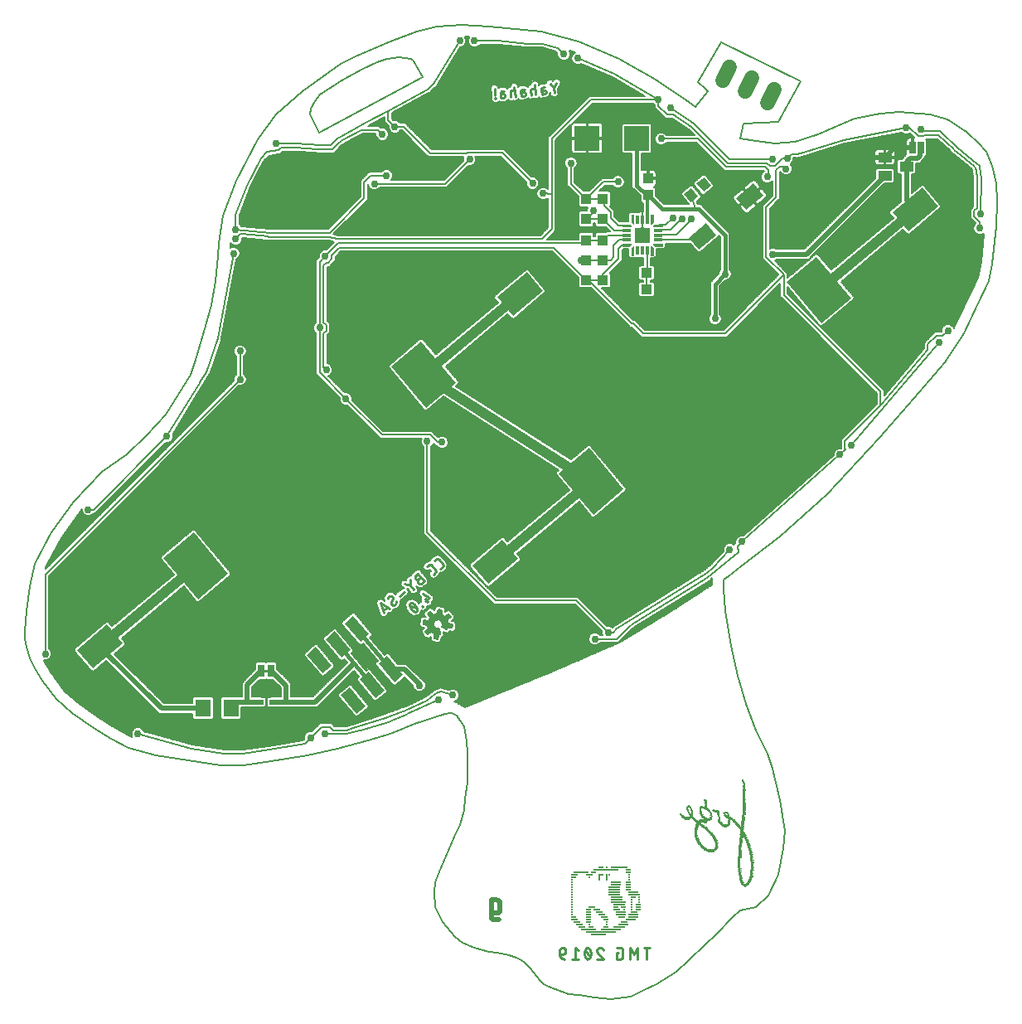
<source format=gbl>
G75*
%MOIN*%
%OFA0B0*%
%FSLAX25Y25*%
%IPPOS*%
%LPD*%
%AMOC8*
5,1,8,0,0,1.08239X$1,22.5*
%
%ADD10C,0.00600*%
%ADD11R,0.05600X0.00400*%
%ADD12R,0.10400X0.00400*%
%ADD13R,0.06400X0.00400*%
%ADD14R,0.00400X0.00200*%
%ADD15R,0.01600X0.00200*%
%ADD16R,0.02000X0.00200*%
%ADD17R,0.02600X0.00200*%
%ADD18R,0.03000X0.00200*%
%ADD19R,0.01200X0.00200*%
%ADD20R,0.01400X0.00200*%
%ADD21R,0.01000X0.00200*%
%ADD22R,0.03600X0.00200*%
%ADD23R,0.04400X0.00200*%
%ADD24R,0.05000X0.00200*%
%ADD25R,0.05600X0.00200*%
%ADD26R,0.02200X0.00200*%
%ADD27R,0.01800X0.00200*%
%ADD28R,0.02400X0.00200*%
%ADD29R,0.03200X0.00200*%
%ADD30R,0.03800X0.00200*%
%ADD31R,0.04600X0.00200*%
%ADD32R,0.05200X0.00200*%
%ADD33R,0.00800X0.00200*%
%ADD34R,0.00200X0.00200*%
%ADD35R,0.04800X0.00200*%
%ADD36R,0.00600X0.00200*%
%ADD37R,0.02800X0.00200*%
%ADD38C,0.02000*%
%ADD39C,0.01100*%
%ADD40R,0.06000X0.01000*%
%ADD41R,0.12000X0.01000*%
%ADD42R,0.08000X0.01000*%
%ADD43R,0.03000X0.01000*%
%ADD44R,0.02000X0.01000*%
%ADD45R,0.05000X0.01000*%
%ADD46R,0.01000X0.01000*%
%ADD47R,0.04000X0.01000*%
%ADD48R,0.01000X0.02000*%
%ADD49R,0.10000X0.01000*%
%ADD50R,0.07000X0.01000*%
%ADD51C,0.01000*%
%ADD52R,0.00039X0.00039*%
%ADD53R,0.03740X0.01181*%
%ADD54R,0.06102X0.06102*%
%ADD55R,0.01181X0.03740*%
%ADD56C,0.00300*%
%ADD57R,0.09843X0.15748*%
%ADD58R,0.21654X0.15748*%
%ADD59R,0.03937X0.04331*%
%ADD60R,0.04331X0.03937*%
%ADD61R,0.10039X0.09843*%
%ADD62R,0.09055X0.06299*%
%ADD63C,0.06000*%
%ADD64R,0.04724X0.09843*%
%ADD65R,0.05512X0.03937*%
%ADD66R,0.02756X0.01969*%
%ADD67C,0.00591*%
%ADD68R,0.02500X0.05000*%
%ADD69R,0.06299X0.07098*%
%ADD70C,0.00800*%
%ADD71C,0.01600*%
%ADD72C,0.02978*%
%ADD73C,0.01200*%
%ADD74C,0.04000*%
D10*
X0083800Y0142400D02*
X0109800Y0138400D01*
X0119300Y0138400D01*
X0130300Y0139900D01*
X0144800Y0142400D01*
X0156800Y0144900D01*
X0169300Y0148400D01*
X0178300Y0150900D01*
X0187800Y0154900D01*
X0200300Y0158900D01*
X0202300Y0159400D01*
X0202800Y0159400D01*
X0204800Y0158400D01*
X0206300Y0156400D01*
X0207800Y0153900D01*
X0208800Y0147900D01*
X0209300Y0143400D01*
X0209300Y0131400D01*
X0208300Y0124900D01*
X0207800Y0120400D01*
X0206300Y0114400D01*
X0204300Y0110400D01*
X0198300Y0096400D01*
X0196300Y0091400D01*
X0195800Y0087400D01*
X0196300Y0081400D01*
X0199300Y0075400D01*
X0204300Y0069400D01*
X0207300Y0066900D01*
X0211800Y0064900D01*
X0217800Y0063400D01*
X0221300Y0062900D01*
X0225800Y0061900D01*
X0228800Y0060900D01*
X0230800Y0059900D01*
X0232300Y0058900D01*
X0234300Y0056900D01*
X0235800Y0054900D01*
X0238300Y0051900D01*
X0239800Y0050400D01*
X0241800Y0049400D01*
X0249800Y0046400D01*
X0254300Y0045900D01*
X0260300Y0044900D01*
X0266800Y0044400D01*
X0274800Y0045400D01*
X0280300Y0047900D01*
X0285300Y0050400D01*
X0287800Y0051900D01*
X0293300Y0055400D01*
X0298300Y0059900D01*
X0304800Y0066400D01*
X0309300Y0070400D01*
X0315800Y0077400D01*
X0318800Y0079900D01*
X0325300Y0081400D01*
X0330300Y0085900D01*
X0334300Y0094400D01*
X0336300Y0104900D01*
X0336800Y0111900D01*
X0334800Y0124400D01*
X0333300Y0131400D01*
X0331800Y0136900D01*
X0329800Y0142900D01*
X0325300Y0152400D01*
X0321300Y0162900D01*
X0317800Y0174400D01*
X0315300Y0186400D01*
X0312800Y0200400D01*
X0312300Y0209400D01*
X0312300Y0212900D01*
X0314300Y0214400D01*
X0319300Y0218400D01*
X0334800Y0230400D01*
X0353800Y0247400D01*
X0374800Y0269900D01*
X0390800Y0288400D01*
X0401300Y0300400D01*
X0408800Y0311900D01*
X0414300Y0323400D01*
X0418800Y0332900D01*
X0420300Y0339900D01*
X0421800Y0354900D01*
X0422300Y0364900D01*
X0421800Y0372400D01*
X0420300Y0379400D01*
X0417800Y0384900D01*
X0414800Y0388400D01*
X0409800Y0392900D01*
X0402300Y0397900D01*
X0395300Y0399900D01*
X0382800Y0400900D01*
X0375300Y0400400D01*
X0364800Y0398400D01*
X0360300Y0396400D01*
X0350300Y0391900D01*
X0340800Y0388900D01*
X0332800Y0388400D01*
X0325300Y0389400D01*
X0318800Y0390400D01*
X0320300Y0396400D01*
X0334300Y0396900D01*
X0343300Y0413400D01*
X0311300Y0428900D01*
X0301800Y0412900D01*
X0304800Y0410400D01*
X0305800Y0409400D01*
X0300800Y0402900D01*
X0298300Y0404900D01*
X0284800Y0413900D01*
X0270300Y0422400D01*
X0253800Y0429400D01*
X0238800Y0433400D01*
X0217800Y0435400D01*
X0206800Y0435900D01*
X0196800Y0435400D01*
X0188800Y0433400D01*
X0178300Y0429400D01*
X0164300Y0423400D01*
X0158300Y0420400D01*
X0142800Y0409400D01*
X0132300Y0399900D01*
X0124800Y0389900D01*
X0116300Y0373400D01*
X0110800Y0359400D01*
X0109300Y0348400D01*
X0108800Y0342900D01*
X0107800Y0332900D01*
X0106300Y0323400D01*
X0103800Y0314900D01*
X0099800Y0301400D01*
X0097800Y0295400D01*
X0087800Y0279400D01*
X0080300Y0270900D01*
X0072300Y0263400D01*
X0062300Y0256400D01*
X0050800Y0244400D01*
X0041800Y0231900D01*
X0035300Y0219400D01*
X0033300Y0210400D01*
X0031800Y0200400D01*
X0031300Y0192400D01*
X0031300Y0188900D01*
X0031800Y0185900D01*
X0033300Y0181400D01*
X0035300Y0177400D01*
X0038300Y0172400D01*
X0043800Y0164900D01*
X0050300Y0159400D01*
X0058800Y0153400D01*
X0065800Y0148900D01*
X0072800Y0145400D01*
X0083800Y0142400D01*
X0086200Y0149935D02*
X0143588Y0149935D01*
X0143578Y0149910D02*
X0143578Y0148927D01*
X0143038Y0148388D01*
X0129354Y0146028D01*
X0118879Y0144600D01*
X0111415Y0144600D01*
X0098447Y0146595D01*
X0079074Y0151878D01*
X0078836Y0152454D01*
X0078108Y0153182D01*
X0077156Y0153576D01*
X0076126Y0153576D01*
X0075175Y0153182D01*
X0074446Y0152454D01*
X0074052Y0151502D01*
X0074052Y0150472D01*
X0074342Y0149772D01*
X0068079Y0152903D01*
X0061371Y0157215D01*
X0053117Y0163042D01*
X0047187Y0168060D01*
X0042135Y0174949D01*
X0039335Y0179615D01*
X0038887Y0180511D01*
X0038936Y0180491D01*
X0039966Y0180491D01*
X0040918Y0180885D01*
X0041646Y0181613D01*
X0042040Y0182565D01*
X0042040Y0183595D01*
X0041646Y0184547D01*
X0040951Y0185241D01*
X0040951Y0214430D01*
X0117332Y0290811D01*
X0118315Y0290811D01*
X0119267Y0291205D01*
X0119995Y0291933D01*
X0120389Y0292885D01*
X0120389Y0293915D01*
X0119995Y0294867D01*
X0119300Y0295561D01*
X0119300Y0302693D01*
X0119995Y0303388D01*
X0120389Y0304339D01*
X0120389Y0305369D01*
X0119995Y0306321D01*
X0119267Y0307049D01*
X0118315Y0307443D01*
X0117285Y0307443D01*
X0116333Y0307049D01*
X0115605Y0306321D01*
X0115211Y0305369D01*
X0115211Y0304339D01*
X0115605Y0303388D01*
X0116300Y0302693D01*
X0116300Y0295561D01*
X0115605Y0294867D01*
X0115211Y0293915D01*
X0115211Y0292932D01*
X0039536Y0217257D01*
X0039660Y0217813D01*
X0045728Y0229482D01*
X0054116Y0241132D01*
X0054116Y0240541D01*
X0054510Y0239589D01*
X0055238Y0238861D01*
X0056190Y0238467D01*
X0057220Y0238467D01*
X0058171Y0238861D01*
X0058866Y0239556D01*
X0059562Y0239556D01*
X0087897Y0267891D01*
X0088880Y0267891D01*
X0089831Y0268286D01*
X0090560Y0269014D01*
X0090954Y0269965D01*
X0090954Y0270995D01*
X0090748Y0271492D01*
X0102697Y0290917D01*
X0102870Y0291003D01*
X0103011Y0291428D01*
X0103246Y0291810D01*
X0103239Y0291840D01*
X0105351Y0295249D01*
X0105527Y0295336D01*
X0105668Y0295759D01*
X0105902Y0296138D01*
X0105857Y0296329D01*
X0110064Y0308948D01*
X0110161Y0309014D01*
X0110256Y0309524D01*
X0110419Y0310015D01*
X0110367Y0310120D01*
X0116254Y0341672D01*
X0116633Y0341829D01*
X0117361Y0342558D01*
X0117756Y0343509D01*
X0117756Y0344539D01*
X0117361Y0345491D01*
X0116633Y0346219D01*
X0115682Y0346613D01*
X0114652Y0346613D01*
X0113721Y0346228D01*
X0113872Y0347881D01*
X0113924Y0348266D01*
X0114512Y0347679D01*
X0115463Y0347285D01*
X0116493Y0347285D01*
X0117445Y0347679D01*
X0118173Y0348407D01*
X0118567Y0349359D01*
X0118567Y0350376D01*
X0118768Y0350350D01*
X0118798Y0350373D01*
X0128387Y0349391D01*
X0128516Y0349263D01*
X0129642Y0349263D01*
X0130548Y0349170D01*
X0130762Y0349148D01*
X0130902Y0349263D01*
X0153502Y0349263D01*
X0155602Y0348697D01*
X0152456Y0345551D01*
X0151474Y0345551D01*
X0150522Y0345157D01*
X0149794Y0344428D01*
X0149400Y0343477D01*
X0149400Y0342494D01*
X0148249Y0341344D01*
X0148249Y0316328D01*
X0147555Y0315633D01*
X0147160Y0314681D01*
X0147160Y0313651D01*
X0147555Y0312700D01*
X0148249Y0312005D01*
X0148249Y0295537D01*
X0149128Y0294658D01*
X0157760Y0286026D01*
X0157760Y0285043D01*
X0158154Y0284092D01*
X0158882Y0283363D01*
X0159834Y0282969D01*
X0160817Y0282969D01*
X0174131Y0269655D01*
X0190720Y0269655D01*
X0190440Y0268981D01*
X0190440Y0267951D01*
X0190834Y0266999D01*
X0191529Y0266305D01*
X0191529Y0231293D01*
X0192408Y0230415D01*
X0219851Y0202972D01*
X0252410Y0202972D01*
X0263164Y0192217D01*
X0263164Y0191235D01*
X0263425Y0190605D01*
X0262634Y0190605D01*
X0261939Y0191300D01*
X0260987Y0191694D01*
X0259957Y0191694D01*
X0259006Y0191300D01*
X0258278Y0190572D01*
X0257883Y0189620D01*
X0257883Y0188590D01*
X0258278Y0187639D01*
X0259006Y0186911D01*
X0259957Y0186516D01*
X0260987Y0186516D01*
X0261939Y0186911D01*
X0262634Y0187605D01*
X0263973Y0187605D01*
X0264018Y0187561D01*
X0269719Y0187561D01*
X0270597Y0188439D01*
X0275405Y0193247D01*
X0275431Y0193247D01*
X0275745Y0193561D01*
X0305738Y0211956D01*
X0305856Y0211945D01*
X0306256Y0212273D01*
X0306696Y0212544D01*
X0306724Y0212659D01*
X0307700Y0213463D01*
X0307700Y0213227D01*
X0307617Y0212645D01*
X0307700Y0212320D01*
X0307700Y0211006D01*
X0292300Y0200900D01*
X0270800Y0187900D01*
X0243300Y0175900D01*
X0208090Y0161680D01*
X0207931Y0161892D01*
X0207786Y0161978D01*
X0207676Y0162105D01*
X0207003Y0162441D01*
X0206356Y0162824D01*
X0206189Y0162848D01*
X0205525Y0163181D01*
X0205406Y0163300D01*
X0204711Y0163587D01*
X0204039Y0163924D01*
X0203877Y0163935D01*
X0204732Y0164289D01*
X0205460Y0165017D01*
X0205854Y0165969D01*
X0205854Y0166999D01*
X0205460Y0167951D01*
X0204732Y0168679D01*
X0203780Y0169073D01*
X0202750Y0169073D01*
X0201799Y0168679D01*
X0201643Y0168523D01*
X0198996Y0169300D01*
X0198556Y0169518D01*
X0198416Y0169471D01*
X0198275Y0169512D01*
X0197844Y0169277D01*
X0196317Y0168760D01*
X0195943Y0168760D01*
X0195751Y0168569D01*
X0195495Y0168482D01*
X0195404Y0168299D01*
X0195232Y0168126D01*
X0191927Y0165571D01*
X0191352Y0165159D01*
X0184461Y0162107D01*
X0182902Y0161522D01*
X0182346Y0161344D01*
X0182326Y0161306D01*
X0182286Y0161291D01*
X0182262Y0161238D01*
X0175809Y0158818D01*
X0162776Y0154673D01*
X0160206Y0153954D01*
X0155868Y0153954D01*
X0154607Y0155214D01*
X0149865Y0155214D01*
X0148986Y0154335D01*
X0146635Y0151984D01*
X0145652Y0151984D01*
X0144701Y0151590D01*
X0143972Y0150862D01*
X0143578Y0149910D01*
X0143578Y0149337D02*
X0088395Y0149337D01*
X0090589Y0148738D02*
X0143389Y0148738D01*
X0143836Y0150534D02*
X0084006Y0150534D01*
X0081811Y0151132D02*
X0144243Y0151132D01*
X0145040Y0151731D02*
X0079617Y0151731D01*
X0078888Y0152329D02*
X0146980Y0152329D01*
X0147578Y0152928D02*
X0078362Y0152928D01*
X0077277Y0153526D02*
X0148177Y0153526D01*
X0148775Y0154125D02*
X0066179Y0154125D01*
X0065248Y0154723D02*
X0149374Y0154723D01*
X0148986Y0154335D02*
X0148986Y0154335D01*
X0155098Y0154723D02*
X0162933Y0154723D01*
X0164815Y0155322D02*
X0064317Y0155322D01*
X0063386Y0155920D02*
X0166697Y0155920D01*
X0168579Y0156519D02*
X0062455Y0156519D01*
X0061524Y0157117D02*
X0098730Y0157117D01*
X0098652Y0157195D02*
X0099296Y0156551D01*
X0106507Y0156551D01*
X0107151Y0157195D01*
X0107151Y0165205D01*
X0106507Y0165849D01*
X0099296Y0165849D01*
X0098652Y0165205D01*
X0098652Y0163300D01*
X0087066Y0163300D01*
X0067243Y0183123D01*
X0071605Y0186783D01*
X0071685Y0187691D01*
X0070221Y0189435D01*
X0095106Y0210316D01*
X0100366Y0204048D01*
X0101274Y0203969D01*
X0114035Y0214677D01*
X0114115Y0215585D01*
X0099610Y0232870D01*
X0098703Y0232950D01*
X0085941Y0222241D01*
X0085861Y0221334D01*
X0091121Y0215066D01*
X0066236Y0194185D01*
X0064772Y0195929D01*
X0063865Y0196008D01*
X0051103Y0185300D01*
X0051023Y0184392D01*
X0057936Y0176154D01*
X0058844Y0176075D01*
X0064013Y0180413D01*
X0085326Y0159100D01*
X0098652Y0159100D01*
X0098652Y0157195D01*
X0098652Y0157716D02*
X0060663Y0157716D01*
X0059815Y0158314D02*
X0098652Y0158314D01*
X0098652Y0158913D02*
X0058967Y0158913D01*
X0058119Y0159511D02*
X0084915Y0159511D01*
X0084316Y0160110D02*
X0057271Y0160110D01*
X0056423Y0160708D02*
X0083718Y0160708D01*
X0083119Y0161307D02*
X0055575Y0161307D01*
X0054728Y0161905D02*
X0082521Y0161905D01*
X0081922Y0162504D02*
X0053880Y0162504D01*
X0053046Y0163102D02*
X0081324Y0163102D01*
X0080725Y0163701D02*
X0052339Y0163701D01*
X0051631Y0164299D02*
X0080127Y0164299D01*
X0079528Y0164898D02*
X0050924Y0164898D01*
X0050217Y0165496D02*
X0078930Y0165496D01*
X0078331Y0166095D02*
X0049509Y0166095D01*
X0048802Y0166693D02*
X0077732Y0166693D01*
X0077134Y0167292D02*
X0048095Y0167292D01*
X0047387Y0167890D02*
X0076535Y0167890D01*
X0075937Y0168489D02*
X0046872Y0168489D01*
X0046434Y0169087D02*
X0075338Y0169087D01*
X0074740Y0169686D02*
X0045995Y0169686D01*
X0045556Y0170284D02*
X0074141Y0170284D01*
X0073543Y0170883D02*
X0045117Y0170883D01*
X0044678Y0171481D02*
X0072944Y0171481D01*
X0072346Y0172080D02*
X0044239Y0172080D01*
X0043800Y0172678D02*
X0071747Y0172678D01*
X0071149Y0173277D02*
X0043361Y0173277D01*
X0042922Y0173875D02*
X0070550Y0173875D01*
X0069952Y0174474D02*
X0042483Y0174474D01*
X0042061Y0175072D02*
X0069353Y0175072D01*
X0068755Y0175671D02*
X0041702Y0175671D01*
X0041343Y0176270D02*
X0057839Y0176270D01*
X0057337Y0176868D02*
X0040984Y0176868D01*
X0040625Y0177467D02*
X0056835Y0177467D01*
X0056332Y0178065D02*
X0040265Y0178065D01*
X0039906Y0178664D02*
X0055830Y0178664D01*
X0055328Y0179262D02*
X0039547Y0179262D01*
X0039213Y0179861D02*
X0054826Y0179861D01*
X0054324Y0180459D02*
X0038913Y0180459D01*
X0041090Y0181058D02*
X0053821Y0181058D01*
X0053319Y0181656D02*
X0041663Y0181656D01*
X0041911Y0182255D02*
X0052817Y0182255D01*
X0052315Y0182853D02*
X0042040Y0182853D01*
X0042040Y0183452D02*
X0051813Y0183452D01*
X0051310Y0184050D02*
X0041851Y0184050D01*
X0041544Y0184649D02*
X0051046Y0184649D01*
X0051098Y0185247D02*
X0040951Y0185247D01*
X0040951Y0185846D02*
X0051753Y0185846D01*
X0052467Y0186444D02*
X0040951Y0186444D01*
X0040951Y0187043D02*
X0053180Y0187043D01*
X0053893Y0187641D02*
X0040951Y0187641D01*
X0040951Y0188240D02*
X0054606Y0188240D01*
X0055320Y0188838D02*
X0040951Y0188838D01*
X0040951Y0189437D02*
X0056033Y0189437D01*
X0056746Y0190035D02*
X0040951Y0190035D01*
X0040951Y0190634D02*
X0057460Y0190634D01*
X0058173Y0191232D02*
X0040951Y0191232D01*
X0040951Y0191831D02*
X0058886Y0191831D01*
X0059599Y0192429D02*
X0040951Y0192429D01*
X0040951Y0193028D02*
X0060313Y0193028D01*
X0061026Y0193626D02*
X0040951Y0193626D01*
X0040951Y0194225D02*
X0061739Y0194225D01*
X0062453Y0194823D02*
X0040951Y0194823D01*
X0040951Y0195422D02*
X0063166Y0195422D01*
X0065198Y0195422D02*
X0067711Y0195422D01*
X0068424Y0196020D02*
X0040951Y0196020D01*
X0040951Y0196619D02*
X0069137Y0196619D01*
X0069850Y0197217D02*
X0040951Y0197217D01*
X0040951Y0197816D02*
X0070564Y0197816D01*
X0071277Y0198414D02*
X0040951Y0198414D01*
X0040951Y0199013D02*
X0071990Y0199013D01*
X0072703Y0199611D02*
X0040951Y0199611D01*
X0040951Y0200210D02*
X0073417Y0200210D01*
X0074130Y0200808D02*
X0040951Y0200808D01*
X0040951Y0201407D02*
X0074843Y0201407D01*
X0075557Y0202005D02*
X0040951Y0202005D01*
X0040951Y0202604D02*
X0076270Y0202604D01*
X0076983Y0203203D02*
X0040951Y0203203D01*
X0040951Y0203801D02*
X0077696Y0203801D01*
X0078410Y0204400D02*
X0040951Y0204400D01*
X0040951Y0204998D02*
X0079123Y0204998D01*
X0079836Y0205597D02*
X0040951Y0205597D01*
X0040951Y0206195D02*
X0080550Y0206195D01*
X0081263Y0206794D02*
X0040951Y0206794D01*
X0040951Y0207392D02*
X0081976Y0207392D01*
X0082689Y0207991D02*
X0040951Y0207991D01*
X0040951Y0208589D02*
X0083403Y0208589D01*
X0084116Y0209188D02*
X0040951Y0209188D01*
X0040951Y0209786D02*
X0084829Y0209786D01*
X0085542Y0210385D02*
X0040951Y0210385D01*
X0040951Y0210983D02*
X0086256Y0210983D01*
X0086969Y0211582D02*
X0040951Y0211582D01*
X0040951Y0212180D02*
X0087682Y0212180D01*
X0088396Y0212779D02*
X0040951Y0212779D01*
X0040951Y0213377D02*
X0089109Y0213377D01*
X0089822Y0213976D02*
X0040951Y0213976D01*
X0041096Y0214574D02*
X0090535Y0214574D01*
X0091031Y0215173D02*
X0041694Y0215173D01*
X0042293Y0215771D02*
X0090529Y0215771D01*
X0090027Y0216370D02*
X0042891Y0216370D01*
X0043490Y0216968D02*
X0089524Y0216968D01*
X0089022Y0217567D02*
X0044088Y0217567D01*
X0044687Y0218165D02*
X0088520Y0218165D01*
X0088018Y0218764D02*
X0045285Y0218764D01*
X0045884Y0219362D02*
X0087516Y0219362D01*
X0087013Y0219961D02*
X0046482Y0219961D01*
X0047081Y0220559D02*
X0086511Y0220559D01*
X0086009Y0221158D02*
X0047679Y0221158D01*
X0048278Y0221756D02*
X0085898Y0221756D01*
X0086076Y0222355D02*
X0048876Y0222355D01*
X0049475Y0222953D02*
X0086789Y0222953D01*
X0087503Y0223552D02*
X0050073Y0223552D01*
X0050672Y0224150D02*
X0088216Y0224150D01*
X0088929Y0224749D02*
X0051270Y0224749D01*
X0051869Y0225347D02*
X0089642Y0225347D01*
X0090356Y0225946D02*
X0052467Y0225946D01*
X0053066Y0226544D02*
X0091069Y0226544D01*
X0091782Y0227143D02*
X0053664Y0227143D01*
X0054263Y0227741D02*
X0092496Y0227741D01*
X0093209Y0228340D02*
X0054861Y0228340D01*
X0055460Y0228939D02*
X0093922Y0228939D01*
X0094635Y0229537D02*
X0056058Y0229537D01*
X0056657Y0230136D02*
X0095349Y0230136D01*
X0096062Y0230734D02*
X0057255Y0230734D01*
X0057854Y0231333D02*
X0096775Y0231333D01*
X0097488Y0231931D02*
X0058452Y0231931D01*
X0059051Y0232530D02*
X0098202Y0232530D01*
X0099896Y0232530D02*
X0191529Y0232530D01*
X0191529Y0233128D02*
X0059649Y0233128D01*
X0060248Y0233727D02*
X0191529Y0233727D01*
X0191529Y0234325D02*
X0060846Y0234325D01*
X0061445Y0234924D02*
X0191529Y0234924D01*
X0191529Y0235522D02*
X0062043Y0235522D01*
X0062642Y0236121D02*
X0191529Y0236121D01*
X0191529Y0236719D02*
X0063240Y0236719D01*
X0063839Y0237318D02*
X0191529Y0237318D01*
X0191529Y0237916D02*
X0064437Y0237916D01*
X0065036Y0238515D02*
X0191529Y0238515D01*
X0191529Y0239113D02*
X0065635Y0239113D01*
X0066233Y0239712D02*
X0191529Y0239712D01*
X0191529Y0240310D02*
X0066832Y0240310D01*
X0067430Y0240909D02*
X0191529Y0240909D01*
X0191529Y0241507D02*
X0068029Y0241507D01*
X0068627Y0242106D02*
X0191529Y0242106D01*
X0191529Y0242704D02*
X0069226Y0242704D01*
X0069824Y0243303D02*
X0191529Y0243303D01*
X0191529Y0243901D02*
X0070423Y0243901D01*
X0071021Y0244500D02*
X0191529Y0244500D01*
X0191529Y0245098D02*
X0071620Y0245098D01*
X0072218Y0245697D02*
X0191529Y0245697D01*
X0191529Y0246295D02*
X0072817Y0246295D01*
X0073415Y0246894D02*
X0191529Y0246894D01*
X0191529Y0247492D02*
X0074014Y0247492D01*
X0074612Y0248091D02*
X0191529Y0248091D01*
X0191529Y0248689D02*
X0075211Y0248689D01*
X0075809Y0249288D02*
X0191529Y0249288D01*
X0191529Y0249886D02*
X0076408Y0249886D01*
X0077006Y0250485D02*
X0191529Y0250485D01*
X0191529Y0251083D02*
X0077605Y0251083D01*
X0078203Y0251682D02*
X0191529Y0251682D01*
X0191529Y0252280D02*
X0078802Y0252280D01*
X0079400Y0252879D02*
X0191529Y0252879D01*
X0191529Y0253477D02*
X0079999Y0253477D01*
X0080597Y0254076D02*
X0191529Y0254076D01*
X0191529Y0254674D02*
X0081196Y0254674D01*
X0081794Y0255273D02*
X0191529Y0255273D01*
X0191529Y0255872D02*
X0082393Y0255872D01*
X0082991Y0256470D02*
X0191529Y0256470D01*
X0191529Y0257069D02*
X0083590Y0257069D01*
X0084188Y0257667D02*
X0191529Y0257667D01*
X0191529Y0258266D02*
X0084787Y0258266D01*
X0085385Y0258864D02*
X0191529Y0258864D01*
X0191529Y0259463D02*
X0085984Y0259463D01*
X0086582Y0260061D02*
X0191529Y0260061D01*
X0191529Y0260660D02*
X0087181Y0260660D01*
X0087779Y0261258D02*
X0191529Y0261258D01*
X0191529Y0261857D02*
X0088378Y0261857D01*
X0088976Y0262455D02*
X0191529Y0262455D01*
X0191529Y0263054D02*
X0089575Y0263054D01*
X0090173Y0263652D02*
X0191529Y0263652D01*
X0191529Y0264251D02*
X0090772Y0264251D01*
X0091370Y0264849D02*
X0191529Y0264849D01*
X0191529Y0265448D02*
X0091969Y0265448D01*
X0092568Y0266046D02*
X0191529Y0266046D01*
X0191189Y0266645D02*
X0093166Y0266645D01*
X0093765Y0267243D02*
X0190733Y0267243D01*
X0190486Y0267842D02*
X0094363Y0267842D01*
X0094962Y0268440D02*
X0190440Y0268440D01*
X0190464Y0269039D02*
X0095560Y0269039D01*
X0096159Y0269637D02*
X0190712Y0269637D01*
X0194764Y0272655D02*
X0175374Y0272655D01*
X0162938Y0285091D01*
X0162938Y0286073D01*
X0162544Y0287025D01*
X0161815Y0287753D01*
X0160864Y0288147D01*
X0159881Y0288147D01*
X0153231Y0294798D01*
X0153905Y0295077D01*
X0154633Y0295805D01*
X0155027Y0296757D01*
X0155027Y0297787D01*
X0154633Y0298738D01*
X0153905Y0299467D01*
X0152953Y0299861D01*
X0152849Y0299861D01*
X0152849Y0311342D01*
X0153938Y0312431D01*
X0153938Y0315901D01*
X0153060Y0316780D01*
X0152849Y0316990D01*
X0152849Y0338579D01*
X0153044Y0338773D01*
X0153724Y0338773D01*
X0154603Y0339652D01*
X0156178Y0341227D01*
X0156178Y0342767D01*
X0158311Y0344900D01*
X0243179Y0344900D01*
X0253885Y0334194D01*
X0253885Y0330779D01*
X0254529Y0330135D01*
X0258944Y0330135D01*
X0273800Y0315279D01*
X0274679Y0314400D01*
X0275179Y0314400D01*
X0278300Y0311279D01*
X0279179Y0310400D01*
X0313421Y0310400D01*
X0334882Y0331861D01*
X0334882Y0326770D01*
X0335761Y0325891D01*
X0373020Y0288632D01*
X0373020Y0288559D01*
X0373733Y0287846D01*
X0373733Y0283692D01*
X0359446Y0269405D01*
X0359446Y0265782D01*
X0358499Y0265782D01*
X0357547Y0265387D01*
X0356819Y0264659D01*
X0356425Y0263708D01*
X0356425Y0262901D01*
X0320190Y0230750D01*
X0320093Y0230790D01*
X0319063Y0230790D01*
X0318111Y0230396D01*
X0317383Y0229668D01*
X0316989Y0228716D01*
X0316989Y0227733D01*
X0316973Y0227718D01*
X0316786Y0227675D01*
X0316549Y0227293D01*
X0316257Y0227002D01*
X0316114Y0227145D01*
X0315162Y0227539D01*
X0314133Y0227539D01*
X0313181Y0227145D01*
X0312453Y0226417D01*
X0312059Y0225465D01*
X0312059Y0224435D01*
X0312083Y0224377D01*
X0306985Y0218833D01*
X0304615Y0216882D01*
X0270037Y0195456D01*
X0268784Y0194688D01*
X0268586Y0194688D01*
X0268272Y0194374D01*
X0267894Y0194142D01*
X0267847Y0193949D01*
X0267531Y0193633D01*
X0267219Y0193945D01*
X0266268Y0194339D01*
X0265285Y0194339D01*
X0253652Y0205972D01*
X0221094Y0205972D01*
X0194529Y0232536D01*
X0194529Y0266305D01*
X0195224Y0266999D01*
X0195503Y0267674D01*
X0196547Y0266630D01*
X0196764Y0266630D01*
X0197458Y0265935D01*
X0198410Y0265541D01*
X0199440Y0265541D01*
X0200392Y0265935D01*
X0201120Y0266664D01*
X0201514Y0267615D01*
X0201514Y0268645D01*
X0201120Y0269597D01*
X0200392Y0270325D01*
X0199440Y0270719D01*
X0198410Y0270719D01*
X0197458Y0270325D01*
X0197277Y0270143D01*
X0194764Y0272655D01*
X0194790Y0272630D02*
X0221522Y0272630D01*
X0220582Y0273228D02*
X0174800Y0273228D01*
X0174202Y0273827D02*
X0219641Y0273827D01*
X0218701Y0274425D02*
X0173603Y0274425D01*
X0173005Y0275024D02*
X0217761Y0275024D01*
X0216820Y0275622D02*
X0172406Y0275622D01*
X0171808Y0276221D02*
X0215880Y0276221D01*
X0214939Y0276819D02*
X0171209Y0276819D01*
X0170611Y0277418D02*
X0213999Y0277418D01*
X0213059Y0278016D02*
X0170012Y0278016D01*
X0169414Y0278615D02*
X0212118Y0278615D01*
X0211178Y0279213D02*
X0168815Y0279213D01*
X0168217Y0279812D02*
X0210237Y0279812D01*
X0209297Y0280410D02*
X0167618Y0280410D01*
X0167020Y0281009D02*
X0191923Y0281009D01*
X0191990Y0280930D02*
X0192897Y0280850D01*
X0199673Y0286536D01*
X0245946Y0257085D01*
X0244941Y0256241D01*
X0244861Y0255334D01*
X0250121Y0249066D01*
X0225236Y0228185D01*
X0223772Y0229929D01*
X0222865Y0230008D01*
X0210103Y0219300D01*
X0210023Y0218392D01*
X0216936Y0210154D01*
X0217844Y0210075D01*
X0230605Y0220783D01*
X0230685Y0221691D01*
X0229221Y0223435D01*
X0254106Y0244316D01*
X0259366Y0238048D01*
X0260274Y0237969D01*
X0273035Y0248677D01*
X0273115Y0249585D01*
X0258610Y0266870D01*
X0257703Y0266950D01*
X0250927Y0261264D01*
X0204654Y0290715D01*
X0205659Y0291558D01*
X0205739Y0292466D01*
X0200479Y0298734D01*
X0225364Y0319615D01*
X0226828Y0317871D01*
X0227735Y0317792D01*
X0240497Y0328500D01*
X0240577Y0329408D01*
X0233664Y0337646D01*
X0232756Y0337725D01*
X0219995Y0327017D01*
X0219915Y0326109D01*
X0221379Y0324365D01*
X0196494Y0303484D01*
X0191234Y0309752D01*
X0190326Y0309831D01*
X0177565Y0299123D01*
X0177485Y0298215D01*
X0191990Y0280930D01*
X0191421Y0281608D02*
X0166421Y0281608D01*
X0165823Y0282206D02*
X0190918Y0282206D01*
X0190416Y0282805D02*
X0165224Y0282805D01*
X0164626Y0283403D02*
X0189914Y0283403D01*
X0189412Y0284002D02*
X0164027Y0284002D01*
X0163428Y0284600D02*
X0188910Y0284600D01*
X0188407Y0285199D02*
X0162938Y0285199D01*
X0162938Y0285797D02*
X0187905Y0285797D01*
X0187403Y0286396D02*
X0162804Y0286396D01*
X0162556Y0286994D02*
X0186901Y0286994D01*
X0186399Y0287593D02*
X0161976Y0287593D01*
X0159837Y0288191D02*
X0185896Y0288191D01*
X0185394Y0288790D02*
X0159239Y0288790D01*
X0158640Y0289388D02*
X0184892Y0289388D01*
X0184390Y0289987D02*
X0158042Y0289987D01*
X0157443Y0290585D02*
X0183887Y0290585D01*
X0183385Y0291184D02*
X0156845Y0291184D01*
X0156246Y0291782D02*
X0182883Y0291782D01*
X0182381Y0292381D02*
X0155648Y0292381D01*
X0155049Y0292979D02*
X0181879Y0292979D01*
X0181376Y0293578D02*
X0154451Y0293578D01*
X0153852Y0294176D02*
X0180874Y0294176D01*
X0180372Y0294775D02*
X0153254Y0294775D01*
X0154201Y0295373D02*
X0179870Y0295373D01*
X0179368Y0295972D02*
X0154702Y0295972D01*
X0154950Y0296570D02*
X0178865Y0296570D01*
X0178363Y0297169D02*
X0155027Y0297169D01*
X0155027Y0297767D02*
X0177861Y0297767D01*
X0177498Y0298366D02*
X0154787Y0298366D01*
X0154407Y0298964D02*
X0177551Y0298964D01*
X0178089Y0299563D02*
X0153672Y0299563D01*
X0152849Y0300161D02*
X0178802Y0300161D01*
X0179515Y0300760D02*
X0152849Y0300760D01*
X0152849Y0301358D02*
X0180229Y0301358D01*
X0180942Y0301957D02*
X0152849Y0301957D01*
X0152849Y0302555D02*
X0181655Y0302555D01*
X0182369Y0303154D02*
X0152849Y0303154D01*
X0152849Y0303752D02*
X0183082Y0303752D01*
X0183795Y0304351D02*
X0152849Y0304351D01*
X0152849Y0304949D02*
X0184508Y0304949D01*
X0185222Y0305548D02*
X0152849Y0305548D01*
X0152849Y0306146D02*
X0185935Y0306146D01*
X0186648Y0306745D02*
X0152849Y0306745D01*
X0152849Y0307343D02*
X0187361Y0307343D01*
X0188075Y0307942D02*
X0152849Y0307942D01*
X0152849Y0308541D02*
X0188788Y0308541D01*
X0189501Y0309139D02*
X0152849Y0309139D01*
X0152849Y0309738D02*
X0190215Y0309738D01*
X0191246Y0309738D02*
X0203947Y0309738D01*
X0204660Y0310336D02*
X0152849Y0310336D01*
X0152849Y0310935D02*
X0205373Y0310935D01*
X0206086Y0311533D02*
X0153040Y0311533D01*
X0153639Y0312132D02*
X0206800Y0312132D01*
X0207513Y0312730D02*
X0153938Y0312730D01*
X0153938Y0313329D02*
X0208226Y0313329D01*
X0208940Y0313927D02*
X0153938Y0313927D01*
X0153938Y0314526D02*
X0209653Y0314526D01*
X0210366Y0315124D02*
X0153938Y0315124D01*
X0153938Y0315723D02*
X0211079Y0315723D01*
X0211793Y0316321D02*
X0153519Y0316321D01*
X0152920Y0316920D02*
X0212506Y0316920D01*
X0213219Y0317518D02*
X0152849Y0317518D01*
X0152849Y0318117D02*
X0213933Y0318117D01*
X0214646Y0318715D02*
X0152849Y0318715D01*
X0152849Y0319314D02*
X0215359Y0319314D01*
X0216072Y0319912D02*
X0152849Y0319912D01*
X0152849Y0320511D02*
X0216786Y0320511D01*
X0217499Y0321109D02*
X0152849Y0321109D01*
X0152849Y0321708D02*
X0218212Y0321708D01*
X0218925Y0322306D02*
X0152849Y0322306D01*
X0152849Y0322905D02*
X0219639Y0322905D01*
X0220352Y0323503D02*
X0152849Y0323503D01*
X0152849Y0324102D02*
X0221065Y0324102D01*
X0221097Y0324700D02*
X0152849Y0324700D01*
X0152849Y0325299D02*
X0220595Y0325299D01*
X0220093Y0325897D02*
X0152849Y0325897D01*
X0152849Y0326496D02*
X0219949Y0326496D01*
X0220087Y0327094D02*
X0152849Y0327094D01*
X0152849Y0327693D02*
X0220800Y0327693D01*
X0221514Y0328291D02*
X0152849Y0328291D01*
X0152849Y0328890D02*
X0222227Y0328890D01*
X0222940Y0329488D02*
X0152849Y0329488D01*
X0152849Y0330087D02*
X0223653Y0330087D01*
X0224367Y0330685D02*
X0152849Y0330685D01*
X0152849Y0331284D02*
X0225080Y0331284D01*
X0225793Y0331882D02*
X0152849Y0331882D01*
X0152849Y0332481D02*
X0226507Y0332481D01*
X0227220Y0333079D02*
X0152849Y0333079D01*
X0152849Y0333678D02*
X0227933Y0333678D01*
X0228646Y0334277D02*
X0152849Y0334277D01*
X0152849Y0334875D02*
X0229360Y0334875D01*
X0230073Y0335474D02*
X0152849Y0335474D01*
X0152849Y0336072D02*
X0230786Y0336072D01*
X0231499Y0336671D02*
X0152849Y0336671D01*
X0152849Y0337269D02*
X0232213Y0337269D01*
X0233980Y0337269D02*
X0250810Y0337269D01*
X0251408Y0336671D02*
X0234482Y0336671D01*
X0234985Y0336072D02*
X0252007Y0336072D01*
X0252605Y0335474D02*
X0235487Y0335474D01*
X0235989Y0334875D02*
X0253204Y0334875D01*
X0253802Y0334277D02*
X0236491Y0334277D01*
X0236994Y0333678D02*
X0253885Y0333678D01*
X0253885Y0333079D02*
X0237496Y0333079D01*
X0237998Y0332481D02*
X0253885Y0332481D01*
X0253885Y0331882D02*
X0238500Y0331882D01*
X0239002Y0331284D02*
X0253885Y0331284D01*
X0253979Y0330685D02*
X0239505Y0330685D01*
X0240007Y0330087D02*
X0258992Y0330087D01*
X0259590Y0329488D02*
X0240509Y0329488D01*
X0240531Y0328890D02*
X0260189Y0328890D01*
X0260787Y0328291D02*
X0240248Y0328291D01*
X0239535Y0327693D02*
X0261386Y0327693D01*
X0261984Y0327094D02*
X0238822Y0327094D01*
X0238109Y0326496D02*
X0262583Y0326496D01*
X0263181Y0325897D02*
X0237395Y0325897D01*
X0236682Y0325299D02*
X0263780Y0325299D01*
X0264378Y0324700D02*
X0235969Y0324700D01*
X0235255Y0324102D02*
X0264977Y0324102D01*
X0265575Y0323503D02*
X0234542Y0323503D01*
X0233829Y0322905D02*
X0266174Y0322905D01*
X0266772Y0322306D02*
X0233116Y0322306D01*
X0232402Y0321708D02*
X0267371Y0321708D01*
X0267969Y0321109D02*
X0231689Y0321109D01*
X0230976Y0320511D02*
X0268568Y0320511D01*
X0269166Y0319912D02*
X0230262Y0319912D01*
X0229549Y0319314D02*
X0269765Y0319314D01*
X0270363Y0318715D02*
X0228836Y0318715D01*
X0228123Y0318117D02*
X0270962Y0318117D01*
X0271560Y0317518D02*
X0222865Y0317518D01*
X0223578Y0318117D02*
X0226622Y0318117D01*
X0226119Y0318715D02*
X0224291Y0318715D01*
X0225005Y0319314D02*
X0225617Y0319314D01*
X0222151Y0316920D02*
X0272159Y0316920D01*
X0272758Y0316321D02*
X0221438Y0316321D01*
X0220725Y0315723D02*
X0273356Y0315723D01*
X0273955Y0315124D02*
X0220012Y0315124D01*
X0219298Y0314526D02*
X0274553Y0314526D01*
X0275652Y0313927D02*
X0218585Y0313927D01*
X0217872Y0313329D02*
X0276250Y0313329D01*
X0276849Y0312730D02*
X0217158Y0312730D01*
X0216445Y0312132D02*
X0277447Y0312132D01*
X0278046Y0311533D02*
X0215732Y0311533D01*
X0215019Y0310935D02*
X0278644Y0310935D01*
X0280421Y0313400D02*
X0276421Y0317400D01*
X0275921Y0317400D01*
X0263187Y0330135D01*
X0266071Y0330135D01*
X0266715Y0330779D01*
X0266715Y0336021D01*
X0266467Y0336269D01*
X0271430Y0341231D01*
X0271430Y0345423D01*
X0271878Y0345870D01*
X0273890Y0345870D01*
X0273890Y0342863D01*
X0274622Y0342130D01*
X0276445Y0342130D01*
X0276497Y0342182D01*
X0279939Y0342182D01*
X0279939Y0339315D01*
X0278679Y0339315D01*
X0278035Y0338671D01*
X0278035Y0333822D01*
X0278679Y0333178D01*
X0279800Y0333178D01*
X0279800Y0332622D01*
X0278679Y0332622D01*
X0278035Y0331978D01*
X0278035Y0327129D01*
X0278679Y0326485D01*
X0283921Y0326485D01*
X0284565Y0327129D01*
X0284565Y0331978D01*
X0283921Y0332622D01*
X0282800Y0332622D01*
X0282800Y0333178D01*
X0283921Y0333178D01*
X0284565Y0333822D01*
X0284565Y0338671D01*
X0283921Y0339315D01*
X0282939Y0339315D01*
X0282939Y0342130D01*
X0284319Y0342130D01*
X0285052Y0342863D01*
X0285052Y0345870D01*
X0288059Y0345870D01*
X0288792Y0346603D01*
X0288792Y0347983D01*
X0298925Y0347983D01*
X0301806Y0344549D01*
X0302714Y0344470D01*
X0310349Y0350876D01*
X0310373Y0351150D01*
X0310900Y0350623D01*
X0310900Y0337528D01*
X0310605Y0337233D01*
X0310211Y0336282D01*
X0310211Y0335865D01*
X0306901Y0332555D01*
X0306901Y0319662D01*
X0306606Y0319367D01*
X0306212Y0318416D01*
X0306212Y0317386D01*
X0306606Y0316434D01*
X0307334Y0315706D01*
X0308286Y0315312D01*
X0309316Y0315312D01*
X0310267Y0315706D01*
X0310995Y0316434D01*
X0311390Y0317386D01*
X0311390Y0318416D01*
X0310995Y0319367D01*
X0310701Y0319662D01*
X0310701Y0330981D01*
X0312898Y0333178D01*
X0313315Y0333178D01*
X0314267Y0333572D01*
X0314995Y0334300D01*
X0315389Y0335252D01*
X0315389Y0336282D01*
X0314995Y0337233D01*
X0314700Y0337528D01*
X0314700Y0352197D01*
X0313587Y0353310D01*
X0304196Y0362700D01*
X0304196Y0362701D01*
X0303083Y0363813D01*
X0301747Y0363813D01*
X0301384Y0365072D01*
X0303092Y0366506D01*
X0303172Y0367414D01*
X0299802Y0371429D01*
X0298895Y0371509D01*
X0295181Y0368392D01*
X0295101Y0367484D01*
X0298181Y0363813D01*
X0288227Y0363813D01*
X0284868Y0367172D01*
X0284868Y0370175D01*
X0284224Y0370819D01*
X0284081Y0370819D01*
X0284270Y0370870D01*
X0284567Y0371041D01*
X0284809Y0371283D01*
X0284980Y0371579D01*
X0285068Y0371910D01*
X0285068Y0373946D01*
X0282100Y0373946D01*
X0282100Y0374546D01*
X0285068Y0374546D01*
X0285068Y0376583D01*
X0284980Y0376914D01*
X0284809Y0377210D01*
X0284567Y0377452D01*
X0284270Y0377623D01*
X0283940Y0377712D01*
X0282100Y0377712D01*
X0282100Y0374546D01*
X0281500Y0374546D01*
X0281500Y0377712D01*
X0279660Y0377712D01*
X0279330Y0377623D01*
X0279141Y0377514D01*
X0279141Y0384379D01*
X0282716Y0384379D01*
X0283361Y0385023D01*
X0283361Y0395777D01*
X0282716Y0396421D01*
X0271766Y0396421D01*
X0271121Y0395777D01*
X0271121Y0385023D01*
X0271766Y0384379D01*
X0275341Y0384379D01*
X0275341Y0370604D01*
X0276479Y0369466D01*
X0278731Y0367214D01*
X0278731Y0364933D01*
X0279376Y0364288D01*
X0279739Y0364288D01*
X0279739Y0360920D01*
X0279471Y0360920D01*
X0279471Y0357751D01*
X0279471Y0357751D01*
X0279471Y0360920D01*
X0278709Y0360920D01*
X0278379Y0360832D01*
X0278186Y0360720D01*
X0276497Y0360720D01*
X0276445Y0360772D01*
X0274622Y0360772D01*
X0273890Y0360040D01*
X0273890Y0357032D01*
X0270882Y0357032D01*
X0270739Y0356888D01*
X0270333Y0356888D01*
X0268315Y0358906D01*
X0268315Y0361184D01*
X0266467Y0363031D01*
X0266715Y0363279D01*
X0266715Y0368521D01*
X0266071Y0369165D01*
X0262340Y0369165D01*
X0264575Y0371400D01*
X0267639Y0371400D01*
X0268333Y0370705D01*
X0269285Y0370311D01*
X0270315Y0370311D01*
X0271267Y0370705D01*
X0271995Y0371433D01*
X0272389Y0372385D01*
X0272389Y0373415D01*
X0271995Y0374367D01*
X0271267Y0375095D01*
X0270315Y0375489D01*
X0269285Y0375489D01*
X0268333Y0375095D01*
X0267639Y0374400D01*
X0263332Y0374400D01*
X0258098Y0369165D01*
X0255809Y0369165D01*
X0252300Y0372675D01*
X0252300Y0378239D01*
X0252995Y0378933D01*
X0253389Y0379885D01*
X0253389Y0380915D01*
X0252995Y0381867D01*
X0252267Y0382595D01*
X0251315Y0382989D01*
X0250285Y0382989D01*
X0249333Y0382595D01*
X0248605Y0381867D01*
X0248211Y0380915D01*
X0248211Y0379885D01*
X0248605Y0378933D01*
X0249300Y0378239D01*
X0249300Y0371432D01*
X0250179Y0370554D01*
X0253885Y0366847D01*
X0253885Y0363279D01*
X0254529Y0362635D01*
X0257492Y0362635D01*
X0257199Y0361927D01*
X0257199Y0361165D01*
X0254529Y0361165D01*
X0253885Y0360521D01*
X0253885Y0355279D01*
X0254529Y0354635D01*
X0259378Y0354635D01*
X0260022Y0355279D01*
X0260022Y0356300D01*
X0260578Y0356300D01*
X0260578Y0355279D01*
X0261222Y0354635D01*
X0264790Y0354635D01*
X0266474Y0352951D01*
X0265076Y0352951D01*
X0264790Y0352665D01*
X0261222Y0352665D01*
X0260578Y0352021D01*
X0260578Y0350900D01*
X0260022Y0350900D01*
X0260022Y0352021D01*
X0259378Y0352665D01*
X0254529Y0352665D01*
X0253885Y0352021D01*
X0253885Y0349774D01*
X0241121Y0349774D01*
X0243711Y0352363D01*
X0244590Y0353242D01*
X0244590Y0368090D01*
X0244598Y0368701D01*
X0244590Y0368709D01*
X0244590Y0389569D01*
X0259380Y0404358D01*
X0283785Y0404358D01*
X0284447Y0403697D01*
X0284447Y0402779D01*
X0285326Y0401900D01*
X0288022Y0399203D01*
X0288901Y0398324D01*
X0291506Y0398324D01*
X0298404Y0393697D01*
X0300451Y0391651D01*
X0289307Y0391651D01*
X0288612Y0392346D01*
X0287660Y0392740D01*
X0286631Y0392740D01*
X0285679Y0392346D01*
X0284951Y0391618D01*
X0284557Y0390666D01*
X0284557Y0389636D01*
X0284951Y0388685D01*
X0285679Y0387956D01*
X0286631Y0387562D01*
X0287660Y0387562D01*
X0288612Y0387956D01*
X0289307Y0388651D01*
X0301188Y0388651D01*
X0311643Y0378197D01*
X0312521Y0377318D01*
X0328365Y0377318D01*
X0328513Y0377169D01*
X0328333Y0377095D01*
X0327605Y0376367D01*
X0327211Y0375415D01*
X0327211Y0374385D01*
X0327605Y0373433D01*
X0328333Y0372705D01*
X0329285Y0372311D01*
X0330315Y0372311D01*
X0331267Y0372705D01*
X0331869Y0373307D01*
X0331869Y0367290D01*
X0327800Y0363221D01*
X0327800Y0341943D01*
X0334261Y0335482D01*
X0312179Y0313400D01*
X0280421Y0313400D01*
X0279894Y0313927D02*
X0312706Y0313927D01*
X0313304Y0314526D02*
X0279296Y0314526D01*
X0278697Y0315124D02*
X0313903Y0315124D01*
X0314501Y0315723D02*
X0310284Y0315723D01*
X0310883Y0316321D02*
X0315100Y0316321D01*
X0315698Y0316920D02*
X0311197Y0316920D01*
X0311390Y0317518D02*
X0316297Y0317518D01*
X0316895Y0318117D02*
X0311390Y0318117D01*
X0311266Y0318715D02*
X0317494Y0318715D01*
X0318092Y0319314D02*
X0311018Y0319314D01*
X0310701Y0319912D02*
X0318691Y0319912D01*
X0319289Y0320511D02*
X0310701Y0320511D01*
X0310701Y0321109D02*
X0319888Y0321109D01*
X0320486Y0321708D02*
X0310701Y0321708D01*
X0310701Y0322306D02*
X0321085Y0322306D01*
X0321683Y0322905D02*
X0310701Y0322905D01*
X0310701Y0323503D02*
X0322282Y0323503D01*
X0322880Y0324102D02*
X0310701Y0324102D01*
X0310701Y0324700D02*
X0323479Y0324700D01*
X0324078Y0325299D02*
X0310701Y0325299D01*
X0310701Y0325897D02*
X0324676Y0325897D01*
X0325275Y0326496D02*
X0310701Y0326496D01*
X0310701Y0327094D02*
X0325873Y0327094D01*
X0326472Y0327693D02*
X0310701Y0327693D01*
X0310701Y0328291D02*
X0327070Y0328291D01*
X0327669Y0328890D02*
X0310701Y0328890D01*
X0310701Y0329488D02*
X0328267Y0329488D01*
X0328866Y0330087D02*
X0310701Y0330087D01*
X0310701Y0330685D02*
X0329464Y0330685D01*
X0330063Y0331284D02*
X0311004Y0331284D01*
X0311603Y0331882D02*
X0330661Y0331882D01*
X0331260Y0332481D02*
X0312201Y0332481D01*
X0312800Y0333079D02*
X0331858Y0333079D01*
X0332457Y0333678D02*
X0314372Y0333678D01*
X0314971Y0334277D02*
X0333055Y0334277D01*
X0333654Y0334875D02*
X0315233Y0334875D01*
X0315389Y0335474D02*
X0334252Y0335474D01*
X0333671Y0336072D02*
X0315389Y0336072D01*
X0315228Y0336671D02*
X0333072Y0336671D01*
X0332474Y0337269D02*
X0314959Y0337269D01*
X0314700Y0337868D02*
X0331875Y0337868D01*
X0331277Y0338466D02*
X0314700Y0338466D01*
X0314700Y0339065D02*
X0330678Y0339065D01*
X0330080Y0339663D02*
X0314700Y0339663D01*
X0314700Y0340262D02*
X0329481Y0340262D01*
X0328882Y0340860D02*
X0314700Y0340860D01*
X0314700Y0341459D02*
X0328284Y0341459D01*
X0327800Y0342057D02*
X0314700Y0342057D01*
X0314700Y0342656D02*
X0327800Y0342656D01*
X0327800Y0343254D02*
X0314700Y0343254D01*
X0314700Y0343853D02*
X0327800Y0343853D01*
X0327800Y0344451D02*
X0314700Y0344451D01*
X0314700Y0345050D02*
X0327800Y0345050D01*
X0327800Y0345648D02*
X0314700Y0345648D01*
X0314700Y0346247D02*
X0327800Y0346247D01*
X0327800Y0346845D02*
X0314700Y0346845D01*
X0314700Y0347444D02*
X0327800Y0347444D01*
X0327800Y0348042D02*
X0314700Y0348042D01*
X0314700Y0348641D02*
X0327800Y0348641D01*
X0327800Y0349239D02*
X0314700Y0349239D01*
X0314700Y0349838D02*
X0327800Y0349838D01*
X0327800Y0350436D02*
X0314700Y0350436D01*
X0314700Y0351035D02*
X0327800Y0351035D01*
X0327800Y0351633D02*
X0314700Y0351633D01*
X0314665Y0352232D02*
X0327800Y0352232D01*
X0327800Y0352830D02*
X0314067Y0352830D01*
X0313468Y0353429D02*
X0327800Y0353429D01*
X0327800Y0354027D02*
X0312870Y0354027D01*
X0312271Y0354626D02*
X0327800Y0354626D01*
X0327800Y0355224D02*
X0311673Y0355224D01*
X0311074Y0355823D02*
X0327800Y0355823D01*
X0327800Y0356421D02*
X0310476Y0356421D01*
X0309877Y0357020D02*
X0327800Y0357020D01*
X0327800Y0357618D02*
X0309279Y0357618D01*
X0308680Y0358217D02*
X0327800Y0358217D01*
X0327800Y0358815D02*
X0308081Y0358815D01*
X0307483Y0359414D02*
X0327800Y0359414D01*
X0327800Y0360012D02*
X0306884Y0360012D01*
X0306286Y0360611D02*
X0320446Y0360611D01*
X0320471Y0360582D02*
X0320751Y0360386D01*
X0321073Y0360268D01*
X0321414Y0360239D01*
X0321751Y0360298D01*
X0322061Y0360443D01*
X0325430Y0363270D01*
X0322763Y0366449D01*
X0318529Y0362896D01*
X0320471Y0360582D01*
X0319944Y0361210D02*
X0305687Y0361210D01*
X0305089Y0361808D02*
X0319442Y0361808D01*
X0318939Y0362407D02*
X0304490Y0362407D01*
X0303892Y0363005D02*
X0318659Y0363005D01*
X0318143Y0363355D02*
X0322377Y0366908D01*
X0322763Y0366449D01*
X0323223Y0366835D01*
X0322837Y0367294D01*
X0322377Y0366909D01*
X0319710Y0370087D01*
X0316341Y0367260D01*
X0316144Y0366980D01*
X0316027Y0366658D01*
X0315997Y0366317D01*
X0316057Y0365980D01*
X0316201Y0365670D01*
X0318143Y0363355D01*
X0317935Y0363604D02*
X0303293Y0363604D01*
X0301635Y0364202D02*
X0317433Y0364202D01*
X0316931Y0364801D02*
X0301462Y0364801D01*
X0301774Y0365399D02*
X0316428Y0365399D01*
X0316054Y0365998D02*
X0302487Y0365998D01*
X0303100Y0366596D02*
X0316022Y0366596D01*
X0316295Y0367195D02*
X0303153Y0367195D01*
X0302853Y0367793D02*
X0303579Y0367793D01*
X0303598Y0367771D02*
X0304505Y0367691D01*
X0308219Y0370808D01*
X0308299Y0371716D01*
X0304929Y0375731D01*
X0304022Y0375811D01*
X0300308Y0372694D01*
X0300228Y0371786D01*
X0303598Y0367771D01*
X0303077Y0368392D02*
X0302351Y0368392D01*
X0302575Y0368990D02*
X0301849Y0368990D01*
X0302072Y0369589D02*
X0301347Y0369589D01*
X0301570Y0370187D02*
X0300844Y0370187D01*
X0301068Y0370786D02*
X0300342Y0370786D01*
X0300566Y0371384D02*
X0299840Y0371384D01*
X0300245Y0371983D02*
X0285068Y0371983D01*
X0285068Y0372581D02*
X0300298Y0372581D01*
X0300886Y0373180D02*
X0285068Y0373180D01*
X0285068Y0373778D02*
X0301599Y0373778D01*
X0302313Y0374377D02*
X0282100Y0374377D01*
X0282100Y0374975D02*
X0281500Y0374975D01*
X0281500Y0375574D02*
X0282100Y0375574D01*
X0282100Y0376172D02*
X0281500Y0376172D01*
X0281500Y0376771D02*
X0282100Y0376771D01*
X0282100Y0377369D02*
X0281500Y0377369D01*
X0279141Y0377968D02*
X0311871Y0377968D01*
X0311273Y0378566D02*
X0279141Y0378566D01*
X0279141Y0379165D02*
X0310674Y0379165D01*
X0310076Y0379763D02*
X0279141Y0379763D01*
X0279141Y0380362D02*
X0309477Y0380362D01*
X0308879Y0380960D02*
X0279141Y0380960D01*
X0279141Y0381559D02*
X0308280Y0381559D01*
X0307682Y0382157D02*
X0279141Y0382157D01*
X0279141Y0382756D02*
X0307083Y0382756D01*
X0306485Y0383354D02*
X0279141Y0383354D01*
X0279141Y0383953D02*
X0305886Y0383953D01*
X0305288Y0384551D02*
X0282889Y0384551D01*
X0283361Y0385150D02*
X0304689Y0385150D01*
X0304091Y0385748D02*
X0283361Y0385748D01*
X0283361Y0386347D02*
X0303492Y0386347D01*
X0302894Y0386945D02*
X0283361Y0386945D01*
X0283361Y0387544D02*
X0302295Y0387544D01*
X0301697Y0388143D02*
X0288798Y0388143D01*
X0285493Y0388143D02*
X0283361Y0388143D01*
X0283361Y0388741D02*
X0284927Y0388741D01*
X0284679Y0389340D02*
X0283361Y0389340D01*
X0283361Y0389938D02*
X0284557Y0389938D01*
X0284557Y0390537D02*
X0283361Y0390537D01*
X0283361Y0391135D02*
X0284751Y0391135D01*
X0285067Y0391734D02*
X0283361Y0391734D01*
X0283361Y0392332D02*
X0285665Y0392332D01*
X0283361Y0392931D02*
X0299171Y0392931D01*
X0298573Y0393529D02*
X0283361Y0393529D01*
X0283361Y0394128D02*
X0297763Y0394128D01*
X0296871Y0394726D02*
X0283361Y0394726D01*
X0283361Y0395325D02*
X0295978Y0395325D01*
X0295086Y0395923D02*
X0283214Y0395923D01*
X0287113Y0400113D02*
X0255134Y0400113D01*
X0255733Y0400711D02*
X0286514Y0400711D01*
X0285916Y0401310D02*
X0256331Y0401310D01*
X0256930Y0401908D02*
X0285317Y0401908D01*
X0285326Y0401900D02*
X0285326Y0401900D01*
X0284719Y0402507D02*
X0257528Y0402507D01*
X0258127Y0403105D02*
X0284447Y0403105D01*
X0284440Y0403704D02*
X0258725Y0403704D01*
X0259324Y0404302D02*
X0283841Y0404302D01*
X0280422Y0407358D02*
X0258137Y0407358D01*
X0242469Y0391690D01*
X0242469Y0391690D01*
X0241590Y0390811D01*
X0241590Y0369845D01*
X0241093Y0370341D01*
X0240141Y0370736D01*
X0239111Y0370736D01*
X0238160Y0370341D01*
X0237432Y0369613D01*
X0237037Y0368662D01*
X0237037Y0367632D01*
X0237432Y0366680D01*
X0238160Y0365952D01*
X0239111Y0365558D01*
X0240141Y0365558D01*
X0241093Y0365952D01*
X0241590Y0366449D01*
X0241590Y0354485D01*
X0238479Y0351374D01*
X0216121Y0351374D01*
X0157198Y0351374D01*
X0155351Y0351871D01*
X0168250Y0364771D01*
X0168250Y0364771D01*
X0169129Y0365650D01*
X0169129Y0372028D01*
X0169148Y0372048D01*
X0169148Y0371572D01*
X0169542Y0370621D01*
X0170271Y0369892D01*
X0171222Y0369498D01*
X0172252Y0369498D01*
X0173204Y0369892D01*
X0173898Y0370587D01*
X0200950Y0370587D01*
X0209578Y0379215D01*
X0210561Y0379215D01*
X0211512Y0379609D01*
X0212240Y0380337D01*
X0212635Y0381289D01*
X0212635Y0382319D01*
X0212355Y0382993D01*
X0222615Y0382993D01*
X0232840Y0372768D01*
X0232840Y0371786D01*
X0233234Y0370834D01*
X0233962Y0370106D01*
X0234914Y0369712D01*
X0235944Y0369712D01*
X0236895Y0370106D01*
X0237624Y0370834D01*
X0238018Y0371786D01*
X0238018Y0372816D01*
X0237624Y0373767D01*
X0236895Y0374495D01*
X0235944Y0374890D01*
X0234961Y0374890D01*
X0224736Y0385114D01*
X0223858Y0385993D01*
X0208311Y0385993D01*
X0208218Y0385900D01*
X0194759Y0385900D01*
X0184175Y0396484D01*
X0182144Y0396484D01*
X0181449Y0397179D01*
X0180498Y0397573D01*
X0179515Y0397573D01*
X0178778Y0398311D01*
X0178778Y0400470D01*
X0193692Y0408556D01*
X0193933Y0408556D01*
X0194218Y0408841D01*
X0194573Y0409033D01*
X0194641Y0409264D01*
X0196340Y0410963D01*
X0196533Y0411010D01*
X0196765Y0411388D01*
X0197078Y0411701D01*
X0197078Y0411900D01*
X0197477Y0412552D01*
X0206269Y0426935D01*
X0206609Y0426935D01*
X0207560Y0427330D01*
X0208289Y0428058D01*
X0208683Y0429009D01*
X0208683Y0430039D01*
X0208289Y0430991D01*
X0208041Y0431239D01*
X0209965Y0431151D01*
X0209804Y0430991D01*
X0209410Y0430039D01*
X0209410Y0429009D01*
X0209804Y0428058D01*
X0210533Y0427330D01*
X0211484Y0426935D01*
X0212514Y0426935D01*
X0213466Y0427330D01*
X0214161Y0428024D01*
X0221422Y0428024D01*
X0232621Y0426958D01*
X0232679Y0426900D01*
X0233229Y0426900D01*
X0233776Y0426848D01*
X0233839Y0426900D01*
X0239113Y0426900D01*
X0244629Y0425429D01*
X0245366Y0424692D01*
X0245366Y0423709D01*
X0245760Y0422758D01*
X0246488Y0422029D01*
X0247440Y0421635D01*
X0248470Y0421635D01*
X0249421Y0422029D01*
X0250150Y0422758D01*
X0250544Y0423709D01*
X0250544Y0424739D01*
X0250186Y0425603D01*
X0252302Y0425039D01*
X0252653Y0424890D01*
X0252130Y0424673D01*
X0251401Y0423945D01*
X0251007Y0422993D01*
X0251007Y0421963D01*
X0251401Y0421011D01*
X0252130Y0420283D01*
X0253081Y0419889D01*
X0254111Y0419889D01*
X0254995Y0420255D01*
X0267396Y0414994D01*
X0280422Y0407358D01*
X0279509Y0407893D02*
X0245613Y0407893D01*
X0245730Y0408035D02*
X0245521Y0410291D01*
X0246751Y0412429D01*
X0246406Y0413709D01*
X0245257Y0414370D01*
X0243977Y0414025D01*
X0243624Y0413411D01*
X0243164Y0413950D01*
X0241843Y0414053D01*
X0240835Y0413192D01*
X0240783Y0412526D01*
X0239978Y0412452D01*
X0239319Y0412390D01*
X0239292Y0412388D01*
X0238659Y0412329D01*
X0238384Y0412304D01*
X0238384Y0412304D01*
X0237850Y0411661D01*
X0237759Y0412643D01*
X0236739Y0413490D01*
X0235419Y0413368D01*
X0234573Y0412348D01*
X0234609Y0411953D01*
X0234491Y0411943D01*
X0234491Y0411942D01*
X0234436Y0411937D01*
X0234368Y0411855D01*
X0233500Y0411241D01*
X0233500Y0411241D01*
X0233500Y0411241D01*
X0233442Y0411113D01*
X0232649Y0411772D01*
X0231764Y0411689D01*
X0231764Y0411689D01*
X0231104Y0411628D01*
X0231066Y0411625D01*
X0230444Y0411567D01*
X0230169Y0411541D01*
X0229636Y0410899D01*
X0229544Y0411881D01*
X0228525Y0412728D01*
X0227205Y0412606D01*
X0226358Y0411586D01*
X0226395Y0411191D01*
X0226277Y0411180D01*
X0226277Y0411180D01*
X0226222Y0411175D01*
X0226153Y0411093D01*
X0225285Y0410479D01*
X0225227Y0410351D01*
X0224434Y0411009D01*
X0223549Y0410927D01*
X0223549Y0410927D01*
X0222889Y0410866D01*
X0222840Y0410862D01*
X0222229Y0410805D01*
X0221954Y0410779D01*
X0221702Y0410475D01*
X0221639Y0411148D01*
X0220620Y0411995D01*
X0219300Y0411872D01*
X0218453Y0410852D01*
X0218792Y0407201D01*
X0218691Y0407081D01*
X0218692Y0407081D01*
X0218691Y0407080D01*
X0218712Y0406859D01*
X0218748Y0406467D01*
X0218814Y0405761D01*
X0218814Y0405761D01*
X0218834Y0405539D01*
X0219399Y0405071D01*
X0219854Y0404693D01*
X0219854Y0404693D01*
X0220802Y0404781D01*
X0221395Y0404836D01*
X0221395Y0404836D01*
X0221395Y0404836D01*
X0221718Y0405225D01*
X0222107Y0404902D01*
X0222107Y0404902D01*
X0222239Y0404914D01*
X0223427Y0405024D01*
X0223427Y0405024D01*
X0223763Y0405055D01*
X0224532Y0405127D01*
X0224532Y0405127D01*
X0225379Y0405871D01*
X0226100Y0405272D01*
X0227419Y0405395D01*
X0227624Y0405641D01*
X0227870Y0405436D01*
X0229190Y0405559D01*
X0229703Y0406178D01*
X0230322Y0405664D01*
X0230453Y0405676D01*
X0231642Y0405786D01*
X0231978Y0405817D01*
X0232747Y0405889D01*
X0233594Y0406633D01*
X0234314Y0406034D01*
X0235634Y0406157D01*
X0235838Y0406403D01*
X0236084Y0406198D01*
X0237404Y0406321D01*
X0237918Y0406940D01*
X0238537Y0406426D01*
X0238668Y0406438D01*
X0239857Y0406548D01*
X0239857Y0406548D01*
X0240192Y0406580D01*
X0240962Y0406651D01*
X0242123Y0407671D01*
X0242425Y0409014D01*
X0242544Y0407739D01*
X0243563Y0406892D01*
X0244883Y0407015D01*
X0245730Y0408035D01*
X0245688Y0408492D02*
X0278488Y0408492D01*
X0277467Y0409090D02*
X0245632Y0409090D01*
X0245576Y0409689D02*
X0276446Y0409689D01*
X0275425Y0410287D02*
X0245521Y0410287D01*
X0245863Y0410886D02*
X0274404Y0410886D01*
X0273383Y0411484D02*
X0246207Y0411484D01*
X0246552Y0412083D02*
X0272362Y0412083D01*
X0271341Y0412681D02*
X0246683Y0412681D01*
X0246522Y0413280D02*
X0270320Y0413280D01*
X0269299Y0413879D02*
X0246112Y0413879D01*
X0243893Y0413879D02*
X0243225Y0413879D01*
X0241638Y0413879D02*
X0198287Y0413879D01*
X0198653Y0414477D02*
X0268278Y0414477D01*
X0267204Y0415076D02*
X0199019Y0415076D01*
X0199385Y0415674D02*
X0265794Y0415674D01*
X0264383Y0416273D02*
X0199751Y0416273D01*
X0200117Y0416871D02*
X0262972Y0416871D01*
X0261561Y0417470D02*
X0200482Y0417470D01*
X0200848Y0418068D02*
X0260150Y0418068D01*
X0258740Y0418667D02*
X0201214Y0418667D01*
X0201580Y0419265D02*
X0257329Y0419265D01*
X0255918Y0419864D02*
X0201946Y0419864D01*
X0202312Y0420462D02*
X0251951Y0420462D01*
X0251381Y0421061D02*
X0202678Y0421061D01*
X0203044Y0421659D02*
X0247382Y0421659D01*
X0248527Y0421659D02*
X0251133Y0421659D01*
X0251007Y0422258D02*
X0249650Y0422258D01*
X0250190Y0422856D02*
X0251007Y0422856D01*
X0251199Y0423455D02*
X0250438Y0423455D01*
X0250544Y0424053D02*
X0251510Y0424053D01*
X0252109Y0424652D02*
X0250544Y0424652D01*
X0250332Y0425250D02*
X0251509Y0425250D01*
X0246260Y0422258D02*
X0203409Y0422258D01*
X0203775Y0422856D02*
X0245719Y0422856D01*
X0245471Y0423455D02*
X0204141Y0423455D01*
X0204507Y0424053D02*
X0245366Y0424053D01*
X0245366Y0424652D02*
X0204873Y0424652D01*
X0205239Y0425250D02*
X0244808Y0425250D01*
X0243055Y0425849D02*
X0205605Y0425849D01*
X0205971Y0426447D02*
X0240810Y0426447D01*
X0231698Y0427046D02*
X0212781Y0427046D01*
X0213780Y0427644D02*
X0225414Y0427644D01*
X0211218Y0427046D02*
X0206875Y0427046D01*
X0207875Y0427644D02*
X0210218Y0427644D01*
X0209728Y0428243D02*
X0208365Y0428243D01*
X0208613Y0428841D02*
X0209480Y0428841D01*
X0209410Y0429440D02*
X0208683Y0429440D01*
X0208683Y0430038D02*
X0209410Y0430038D01*
X0209658Y0430637D02*
X0208435Y0430637D01*
X0208118Y0431235D02*
X0208044Y0431235D01*
X0197921Y0413280D02*
X0235347Y0413280D01*
X0234850Y0412681D02*
X0228581Y0412681D01*
X0228023Y0412681D02*
X0197555Y0412681D01*
X0197190Y0412083D02*
X0226771Y0412083D01*
X0226367Y0411484D02*
X0221234Y0411484D01*
X0221664Y0410886D02*
X0223103Y0410886D01*
X0222229Y0410805D02*
X0222229Y0410805D01*
X0221954Y0410779D02*
X0221954Y0410779D01*
X0224583Y0410886D02*
X0225861Y0410886D01*
X0225285Y0410479D02*
X0225285Y0410479D01*
X0225285Y0410479D01*
X0229302Y0412083D02*
X0234597Y0412083D01*
X0234491Y0411943D02*
X0234491Y0411943D01*
X0233844Y0411484D02*
X0232995Y0411484D01*
X0230444Y0411567D02*
X0230444Y0411567D01*
X0230169Y0411541D02*
X0230169Y0411541D01*
X0230122Y0411484D02*
X0229581Y0411484D01*
X0229637Y0406098D02*
X0229799Y0406098D01*
X0230322Y0405664D02*
X0230322Y0405664D01*
X0231642Y0405786D02*
X0231642Y0405786D01*
X0232747Y0405889D02*
X0232747Y0405889D01*
X0232985Y0406098D02*
X0234238Y0406098D01*
X0235000Y0406098D02*
X0256877Y0406098D01*
X0257475Y0406696D02*
X0241013Y0406696D01*
X0240962Y0406651D02*
X0240962Y0406651D01*
X0241695Y0407295D02*
X0243079Y0407295D01*
X0242529Y0407893D02*
X0242173Y0407893D01*
X0242123Y0407671D02*
X0242123Y0407671D01*
X0242308Y0408492D02*
X0242474Y0408492D01*
X0245116Y0407295D02*
X0258074Y0407295D01*
X0256278Y0405499D02*
X0228549Y0405499D01*
X0227794Y0405499D02*
X0227506Y0405499D01*
X0225826Y0405499D02*
X0224956Y0405499D01*
X0221449Y0404901D02*
X0255680Y0404901D01*
X0255081Y0404302D02*
X0185846Y0404302D01*
X0184742Y0403704D02*
X0254483Y0403704D01*
X0253884Y0403105D02*
X0183638Y0403105D01*
X0182534Y0402507D02*
X0253285Y0402507D01*
X0252687Y0401908D02*
X0181431Y0401908D01*
X0180327Y0401310D02*
X0252088Y0401310D01*
X0251490Y0400711D02*
X0179223Y0400711D01*
X0178778Y0400113D02*
X0250891Y0400113D01*
X0250293Y0399514D02*
X0178778Y0399514D01*
X0178778Y0398916D02*
X0249694Y0398916D01*
X0249096Y0398317D02*
X0178778Y0398317D01*
X0179370Y0397719D02*
X0248497Y0397719D01*
X0247899Y0397120D02*
X0181508Y0397120D01*
X0182107Y0396522D02*
X0247300Y0396522D01*
X0246702Y0395923D02*
X0184736Y0395923D01*
X0185335Y0395325D02*
X0246103Y0395325D01*
X0245505Y0394726D02*
X0185933Y0394726D01*
X0186532Y0394128D02*
X0244906Y0394128D01*
X0244308Y0393529D02*
X0187130Y0393529D01*
X0187729Y0392931D02*
X0243709Y0392931D01*
X0243111Y0392332D02*
X0188327Y0392332D01*
X0188926Y0391734D02*
X0242512Y0391734D01*
X0241914Y0391135D02*
X0189524Y0391135D01*
X0190123Y0390537D02*
X0241590Y0390537D01*
X0241590Y0389938D02*
X0190721Y0389938D01*
X0191320Y0389340D02*
X0241590Y0389340D01*
X0241590Y0388741D02*
X0191918Y0388741D01*
X0192517Y0388143D02*
X0241590Y0388143D01*
X0241590Y0387544D02*
X0193115Y0387544D01*
X0193714Y0386945D02*
X0241590Y0386945D01*
X0241590Y0386347D02*
X0194312Y0386347D01*
X0192464Y0383953D02*
X0133037Y0383953D01*
X0133320Y0383997D02*
X0133826Y0383997D01*
X0133919Y0384089D01*
X0134048Y0384109D01*
X0134347Y0384518D01*
X0134915Y0385086D01*
X0140033Y0385086D01*
X0148383Y0384645D01*
X0148583Y0384445D01*
X0151895Y0384445D01*
X0152804Y0384236D01*
X0152804Y0384236D01*
X0152804Y0384236D01*
X0152960Y0384334D01*
X0153138Y0384445D01*
X0155529Y0384445D01*
X0158699Y0387615D01*
X0159065Y0387695D01*
X0159199Y0387904D01*
X0159328Y0388105D01*
X0159560Y0388231D01*
X0160093Y0388497D01*
X0160103Y0388525D01*
X0160128Y0388539D01*
X0167043Y0392288D01*
X0172321Y0392288D01*
X0172321Y0391446D01*
X0172715Y0390494D01*
X0173444Y0389766D01*
X0174395Y0389372D01*
X0175425Y0389372D01*
X0176377Y0389766D01*
X0177105Y0390494D01*
X0177499Y0391446D01*
X0177499Y0392475D01*
X0177105Y0393427D01*
X0176377Y0394155D01*
X0175425Y0394549D01*
X0174442Y0394549D01*
X0173704Y0395288D01*
X0169219Y0395288D01*
X0175778Y0398843D01*
X0175778Y0397068D01*
X0176656Y0396189D01*
X0177394Y0395452D01*
X0177394Y0394469D01*
X0177788Y0393518D01*
X0178516Y0392790D01*
X0179468Y0392395D01*
X0180498Y0392395D01*
X0181449Y0392790D01*
X0182144Y0393484D01*
X0182932Y0393484D01*
X0192638Y0383779D01*
X0193517Y0382900D01*
X0207697Y0382900D01*
X0207457Y0382319D01*
X0207457Y0381336D01*
X0199708Y0373587D01*
X0178606Y0373587D01*
X0178873Y0373854D01*
X0179268Y0374806D01*
X0179268Y0375836D01*
X0178873Y0376787D01*
X0178145Y0377516D01*
X0177194Y0377910D01*
X0176164Y0377910D01*
X0175212Y0377516D01*
X0174517Y0376821D01*
X0169679Y0376821D01*
X0167008Y0374150D01*
X0166129Y0373271D01*
X0166129Y0366892D01*
X0153099Y0353863D01*
X0129877Y0353863D01*
X0118152Y0355063D01*
X0118072Y0355255D01*
X0117377Y0355950D01*
X0117377Y0359186D01*
X0121956Y0370840D01*
X0127368Y0381347D01*
X0129414Y0383393D01*
X0133320Y0383997D01*
X0134381Y0384551D02*
X0148477Y0384551D01*
X0155636Y0384551D02*
X0191865Y0384551D01*
X0191267Y0385150D02*
X0156234Y0385150D01*
X0156833Y0385748D02*
X0190668Y0385748D01*
X0190070Y0386347D02*
X0157431Y0386347D01*
X0158030Y0386945D02*
X0189471Y0386945D01*
X0188873Y0387544D02*
X0158628Y0387544D01*
X0159065Y0387695D02*
X0159065Y0387695D01*
X0159065Y0387695D01*
X0159397Y0388143D02*
X0188274Y0388143D01*
X0187676Y0388741D02*
X0160501Y0388741D01*
X0160128Y0388539D02*
X0160128Y0388539D01*
X0161605Y0389340D02*
X0187077Y0389340D01*
X0186479Y0389938D02*
X0176549Y0389938D01*
X0177123Y0390537D02*
X0185880Y0390537D01*
X0185282Y0391135D02*
X0177371Y0391135D01*
X0177499Y0391734D02*
X0184683Y0391734D01*
X0184085Y0392332D02*
X0177499Y0392332D01*
X0177311Y0392931D02*
X0178375Y0392931D01*
X0177783Y0393529D02*
X0177003Y0393529D01*
X0177535Y0394128D02*
X0176404Y0394128D01*
X0177394Y0394726D02*
X0174266Y0394726D01*
X0176324Y0396522D02*
X0171495Y0396522D01*
X0170391Y0395923D02*
X0176923Y0395923D01*
X0177394Y0395325D02*
X0169287Y0395325D01*
X0172599Y0397120D02*
X0175778Y0397120D01*
X0175778Y0397719D02*
X0173703Y0397719D01*
X0174807Y0398317D02*
X0175778Y0398317D01*
X0181590Y0392931D02*
X0183486Y0392931D01*
X0173271Y0389938D02*
X0162709Y0389938D01*
X0163813Y0390537D02*
X0172698Y0390537D01*
X0172450Y0391135D02*
X0164917Y0391135D01*
X0166021Y0391734D02*
X0172321Y0391734D01*
X0175066Y0377369D02*
X0125319Y0377369D01*
X0125011Y0376771D02*
X0169629Y0376771D01*
X0169030Y0376172D02*
X0124702Y0376172D01*
X0124394Y0375574D02*
X0168432Y0375574D01*
X0167833Y0374975D02*
X0124086Y0374975D01*
X0123777Y0374377D02*
X0167235Y0374377D01*
X0166636Y0373778D02*
X0123469Y0373778D01*
X0123161Y0373180D02*
X0166129Y0373180D01*
X0166129Y0372581D02*
X0122853Y0372581D01*
X0122544Y0371983D02*
X0166129Y0371983D01*
X0166129Y0371384D02*
X0122236Y0371384D01*
X0121934Y0370786D02*
X0166129Y0370786D01*
X0166129Y0370187D02*
X0121699Y0370187D01*
X0121464Y0369589D02*
X0166129Y0369589D01*
X0166129Y0368990D02*
X0121229Y0368990D01*
X0120994Y0368392D02*
X0166129Y0368392D01*
X0166129Y0367793D02*
X0120759Y0367793D01*
X0120523Y0367195D02*
X0166129Y0367195D01*
X0165833Y0366596D02*
X0120288Y0366596D01*
X0120053Y0365998D02*
X0165234Y0365998D01*
X0164636Y0365399D02*
X0119818Y0365399D01*
X0119583Y0364801D02*
X0164037Y0364801D01*
X0163439Y0364202D02*
X0119348Y0364202D01*
X0119113Y0363604D02*
X0162840Y0363604D01*
X0162242Y0363005D02*
X0118878Y0363005D01*
X0118642Y0362407D02*
X0161643Y0362407D01*
X0161045Y0361808D02*
X0118407Y0361808D01*
X0118172Y0361210D02*
X0160446Y0361210D01*
X0159848Y0360611D02*
X0117937Y0360611D01*
X0117702Y0360012D02*
X0159249Y0360012D01*
X0158651Y0359414D02*
X0117467Y0359414D01*
X0117377Y0358815D02*
X0158052Y0358815D01*
X0157454Y0358217D02*
X0117377Y0358217D01*
X0117377Y0357618D02*
X0156855Y0357618D01*
X0156256Y0357020D02*
X0117377Y0357020D01*
X0117377Y0356421D02*
X0155658Y0356421D01*
X0155059Y0355823D02*
X0117504Y0355823D01*
X0118085Y0355224D02*
X0154461Y0355224D01*
X0153862Y0354626D02*
X0122423Y0354626D01*
X0124024Y0349838D02*
X0118567Y0349838D01*
X0118518Y0349239D02*
X0129869Y0349239D01*
X0130762Y0349148D02*
X0130762Y0349148D01*
X0130762Y0349148D01*
X0130874Y0349239D02*
X0153588Y0349239D01*
X0154948Y0348042D02*
X0117808Y0348042D01*
X0118270Y0348641D02*
X0155546Y0348641D01*
X0154349Y0347444D02*
X0116878Y0347444D01*
X0116566Y0346247D02*
X0153152Y0346247D01*
X0152554Y0345648D02*
X0117204Y0345648D01*
X0117544Y0345050D02*
X0150415Y0345050D01*
X0149817Y0344451D02*
X0117756Y0344451D01*
X0117756Y0343853D02*
X0149556Y0343853D01*
X0149400Y0343254D02*
X0117650Y0343254D01*
X0117402Y0342656D02*
X0149400Y0342656D01*
X0148963Y0342057D02*
X0116861Y0342057D01*
X0116214Y0341459D02*
X0148364Y0341459D01*
X0148249Y0340860D02*
X0116102Y0340860D01*
X0115990Y0340262D02*
X0148249Y0340262D01*
X0148249Y0339663D02*
X0115879Y0339663D01*
X0115767Y0339065D02*
X0148249Y0339065D01*
X0148249Y0338466D02*
X0115655Y0338466D01*
X0115544Y0337868D02*
X0148249Y0337868D01*
X0148249Y0337269D02*
X0115432Y0337269D01*
X0115320Y0336671D02*
X0148249Y0336671D01*
X0148249Y0336072D02*
X0115209Y0336072D01*
X0115097Y0335474D02*
X0148249Y0335474D01*
X0148249Y0334875D02*
X0114985Y0334875D01*
X0114874Y0334277D02*
X0148249Y0334277D01*
X0148249Y0333678D02*
X0114762Y0333678D01*
X0114651Y0333079D02*
X0148249Y0333079D01*
X0148249Y0332481D02*
X0114539Y0332481D01*
X0114427Y0331882D02*
X0148249Y0331882D01*
X0148249Y0331284D02*
X0114316Y0331284D01*
X0114204Y0330685D02*
X0148249Y0330685D01*
X0148249Y0330087D02*
X0114092Y0330087D01*
X0113981Y0329488D02*
X0148249Y0329488D01*
X0148249Y0328890D02*
X0113869Y0328890D01*
X0113757Y0328291D02*
X0148249Y0328291D01*
X0148249Y0327693D02*
X0113646Y0327693D01*
X0113534Y0327094D02*
X0148249Y0327094D01*
X0148249Y0326496D02*
X0113422Y0326496D01*
X0113311Y0325897D02*
X0148249Y0325897D01*
X0148249Y0325299D02*
X0113199Y0325299D01*
X0113087Y0324700D02*
X0148249Y0324700D01*
X0148249Y0324102D02*
X0112976Y0324102D01*
X0112864Y0323503D02*
X0148249Y0323503D01*
X0148249Y0322905D02*
X0112752Y0322905D01*
X0112641Y0322306D02*
X0148249Y0322306D01*
X0148249Y0321708D02*
X0112529Y0321708D01*
X0112417Y0321109D02*
X0148249Y0321109D01*
X0148249Y0320511D02*
X0112306Y0320511D01*
X0112194Y0319912D02*
X0148249Y0319912D01*
X0148249Y0319314D02*
X0112082Y0319314D01*
X0111971Y0318715D02*
X0148249Y0318715D01*
X0148249Y0318117D02*
X0111859Y0318117D01*
X0111747Y0317518D02*
X0148249Y0317518D01*
X0148249Y0316920D02*
X0111636Y0316920D01*
X0111524Y0316321D02*
X0148243Y0316321D01*
X0147644Y0315723D02*
X0111412Y0315723D01*
X0111301Y0315124D02*
X0147344Y0315124D01*
X0147160Y0314526D02*
X0111189Y0314526D01*
X0111077Y0313927D02*
X0147160Y0313927D01*
X0147294Y0313329D02*
X0110966Y0313329D01*
X0110854Y0312730D02*
X0147542Y0312730D01*
X0148123Y0312132D02*
X0110742Y0312132D01*
X0110631Y0311533D02*
X0148249Y0311533D01*
X0148249Y0310935D02*
X0110519Y0310935D01*
X0110407Y0310336D02*
X0148249Y0310336D01*
X0148249Y0309738D02*
X0110327Y0309738D01*
X0110184Y0309139D02*
X0148249Y0309139D01*
X0148249Y0308541D02*
X0109928Y0308541D01*
X0109728Y0307942D02*
X0148249Y0307942D01*
X0148249Y0307343D02*
X0118555Y0307343D01*
X0119571Y0306745D02*
X0148249Y0306745D01*
X0148249Y0306146D02*
X0120067Y0306146D01*
X0120315Y0305548D02*
X0148249Y0305548D01*
X0148249Y0304949D02*
X0120389Y0304949D01*
X0120389Y0304351D02*
X0148249Y0304351D01*
X0148249Y0303752D02*
X0120146Y0303752D01*
X0119761Y0303154D02*
X0148249Y0303154D01*
X0148249Y0302555D02*
X0119300Y0302555D01*
X0119300Y0301957D02*
X0148249Y0301957D01*
X0148249Y0301358D02*
X0119300Y0301358D01*
X0119300Y0300760D02*
X0148249Y0300760D01*
X0148249Y0300161D02*
X0119300Y0300161D01*
X0119300Y0299563D02*
X0148249Y0299563D01*
X0148249Y0298964D02*
X0119300Y0298964D01*
X0119300Y0298366D02*
X0148249Y0298366D01*
X0148249Y0297767D02*
X0119300Y0297767D01*
X0119300Y0297169D02*
X0148249Y0297169D01*
X0148249Y0296570D02*
X0119300Y0296570D01*
X0119300Y0295972D02*
X0148249Y0295972D01*
X0148413Y0295373D02*
X0119488Y0295373D01*
X0120033Y0294775D02*
X0149011Y0294775D01*
X0149610Y0294176D02*
X0120281Y0294176D01*
X0120389Y0293578D02*
X0150208Y0293578D01*
X0150807Y0292979D02*
X0120389Y0292979D01*
X0120180Y0292381D02*
X0151405Y0292381D01*
X0152004Y0291782D02*
X0119844Y0291782D01*
X0119215Y0291184D02*
X0152602Y0291184D01*
X0153201Y0290585D02*
X0117106Y0290585D01*
X0116508Y0289987D02*
X0153799Y0289987D01*
X0154398Y0289388D02*
X0115909Y0289388D01*
X0115311Y0288790D02*
X0154996Y0288790D01*
X0155595Y0288191D02*
X0114712Y0288191D01*
X0114114Y0287593D02*
X0156193Y0287593D01*
X0156792Y0286994D02*
X0113515Y0286994D01*
X0112917Y0286396D02*
X0157390Y0286396D01*
X0157760Y0285797D02*
X0112318Y0285797D01*
X0111720Y0285199D02*
X0157760Y0285199D01*
X0157944Y0284600D02*
X0111121Y0284600D01*
X0110523Y0284002D02*
X0158244Y0284002D01*
X0158843Y0283403D02*
X0109924Y0283403D01*
X0109326Y0282805D02*
X0160981Y0282805D01*
X0161580Y0282206D02*
X0108727Y0282206D01*
X0108129Y0281608D02*
X0162178Y0281608D01*
X0162777Y0281009D02*
X0107530Y0281009D01*
X0106932Y0280410D02*
X0163375Y0280410D01*
X0163974Y0279812D02*
X0106333Y0279812D01*
X0105735Y0279213D02*
X0164572Y0279213D01*
X0165171Y0278615D02*
X0105136Y0278615D01*
X0104538Y0278016D02*
X0165769Y0278016D01*
X0166368Y0277418D02*
X0103939Y0277418D01*
X0103341Y0276819D02*
X0166966Y0276819D01*
X0167565Y0276221D02*
X0102742Y0276221D01*
X0102144Y0275622D02*
X0168164Y0275622D01*
X0168762Y0275024D02*
X0101545Y0275024D01*
X0100947Y0274425D02*
X0169361Y0274425D01*
X0169959Y0273827D02*
X0100348Y0273827D01*
X0099750Y0273228D02*
X0170558Y0273228D01*
X0171156Y0272630D02*
X0099151Y0272630D01*
X0098553Y0272031D02*
X0171755Y0272031D01*
X0172353Y0271433D02*
X0097954Y0271433D01*
X0097356Y0270834D02*
X0172952Y0270834D01*
X0173550Y0270236D02*
X0096757Y0270236D01*
X0094909Y0272630D02*
X0091448Y0272630D01*
X0091816Y0273228D02*
X0095507Y0273228D01*
X0096106Y0273827D02*
X0092184Y0273827D01*
X0092552Y0274425D02*
X0096704Y0274425D01*
X0097303Y0275024D02*
X0092921Y0275024D01*
X0093289Y0275622D02*
X0097901Y0275622D01*
X0098500Y0276221D02*
X0093657Y0276221D01*
X0094025Y0276819D02*
X0099098Y0276819D01*
X0099697Y0277418D02*
X0094393Y0277418D01*
X0094761Y0278016D02*
X0100295Y0278016D01*
X0100894Y0278615D02*
X0095130Y0278615D01*
X0095498Y0279213D02*
X0101492Y0279213D01*
X0102091Y0279812D02*
X0095866Y0279812D01*
X0096234Y0280410D02*
X0102689Y0280410D01*
X0103288Y0281009D02*
X0096602Y0281009D01*
X0096970Y0281608D02*
X0103886Y0281608D01*
X0104485Y0282206D02*
X0097339Y0282206D01*
X0097707Y0282805D02*
X0105083Y0282805D01*
X0105682Y0283403D02*
X0098075Y0283403D01*
X0098443Y0284002D02*
X0106280Y0284002D01*
X0106879Y0284600D02*
X0098811Y0284600D01*
X0099179Y0285199D02*
X0107477Y0285199D01*
X0108076Y0285797D02*
X0099548Y0285797D01*
X0099916Y0286396D02*
X0108674Y0286396D01*
X0109273Y0286994D02*
X0100284Y0286994D01*
X0100652Y0287593D02*
X0109871Y0287593D01*
X0110470Y0288191D02*
X0101020Y0288191D01*
X0101388Y0288790D02*
X0111068Y0288790D01*
X0111667Y0289388D02*
X0101757Y0289388D01*
X0102125Y0289987D02*
X0112265Y0289987D01*
X0112864Y0290585D02*
X0102493Y0290585D01*
X0102930Y0291184D02*
X0113462Y0291184D01*
X0114061Y0291782D02*
X0103229Y0291782D01*
X0103574Y0292381D02*
X0114659Y0292381D01*
X0115211Y0292979D02*
X0103945Y0292979D01*
X0104316Y0293578D02*
X0115211Y0293578D01*
X0115319Y0294176D02*
X0104687Y0294176D01*
X0105058Y0294775D02*
X0115567Y0294775D01*
X0116112Y0295373D02*
X0105539Y0295373D01*
X0105799Y0295972D02*
X0116300Y0295972D01*
X0116300Y0296570D02*
X0105938Y0296570D01*
X0106137Y0297169D02*
X0116300Y0297169D01*
X0116300Y0297767D02*
X0106337Y0297767D01*
X0106536Y0298366D02*
X0116300Y0298366D01*
X0116300Y0298964D02*
X0106736Y0298964D01*
X0106935Y0299563D02*
X0116300Y0299563D01*
X0116300Y0300161D02*
X0107135Y0300161D01*
X0107334Y0300760D02*
X0116300Y0300760D01*
X0116300Y0301358D02*
X0107534Y0301358D01*
X0107733Y0301957D02*
X0116300Y0301957D01*
X0116300Y0302555D02*
X0107933Y0302555D01*
X0108132Y0303154D02*
X0115839Y0303154D01*
X0115454Y0303752D02*
X0108332Y0303752D01*
X0108531Y0304351D02*
X0115211Y0304351D01*
X0115211Y0304949D02*
X0108731Y0304949D01*
X0108930Y0305548D02*
X0115285Y0305548D01*
X0115533Y0306146D02*
X0109130Y0306146D01*
X0109329Y0306745D02*
X0116029Y0306745D01*
X0117045Y0307343D02*
X0109529Y0307343D01*
X0094310Y0272031D02*
X0091080Y0272031D01*
X0090773Y0271433D02*
X0093712Y0271433D01*
X0093113Y0270834D02*
X0090954Y0270834D01*
X0090954Y0270236D02*
X0092514Y0270236D01*
X0091916Y0269637D02*
X0090818Y0269637D01*
X0090570Y0269039D02*
X0091317Y0269039D01*
X0090719Y0268440D02*
X0089986Y0268440D01*
X0090120Y0267842D02*
X0087847Y0267842D01*
X0087249Y0267243D02*
X0089522Y0267243D01*
X0088923Y0266645D02*
X0086650Y0266645D01*
X0086052Y0266046D02*
X0088325Y0266046D01*
X0087726Y0265448D02*
X0085453Y0265448D01*
X0084855Y0264849D02*
X0087128Y0264849D01*
X0086529Y0264251D02*
X0084256Y0264251D01*
X0083658Y0263652D02*
X0085931Y0263652D01*
X0085332Y0263054D02*
X0083059Y0263054D01*
X0082461Y0262455D02*
X0084734Y0262455D01*
X0084135Y0261857D02*
X0081862Y0261857D01*
X0081264Y0261258D02*
X0083537Y0261258D01*
X0082938Y0260660D02*
X0080665Y0260660D01*
X0080067Y0260061D02*
X0082340Y0260061D01*
X0081741Y0259463D02*
X0079468Y0259463D01*
X0078870Y0258864D02*
X0081143Y0258864D01*
X0080544Y0258266D02*
X0078271Y0258266D01*
X0077673Y0257667D02*
X0079946Y0257667D01*
X0079347Y0257069D02*
X0077074Y0257069D01*
X0076476Y0256470D02*
X0078749Y0256470D01*
X0078150Y0255872D02*
X0075877Y0255872D01*
X0075279Y0255273D02*
X0077552Y0255273D01*
X0076953Y0254674D02*
X0074680Y0254674D01*
X0074082Y0254076D02*
X0076355Y0254076D01*
X0075756Y0253477D02*
X0073483Y0253477D01*
X0072885Y0252879D02*
X0075158Y0252879D01*
X0074559Y0252280D02*
X0072286Y0252280D01*
X0071688Y0251682D02*
X0073961Y0251682D01*
X0073362Y0251083D02*
X0071089Y0251083D01*
X0070491Y0250485D02*
X0072764Y0250485D01*
X0072165Y0249886D02*
X0069892Y0249886D01*
X0069294Y0249288D02*
X0071567Y0249288D01*
X0070968Y0248689D02*
X0068695Y0248689D01*
X0068097Y0248091D02*
X0070370Y0248091D01*
X0069771Y0247492D02*
X0067498Y0247492D01*
X0066900Y0246894D02*
X0069173Y0246894D01*
X0068574Y0246295D02*
X0066301Y0246295D01*
X0065703Y0245697D02*
X0067976Y0245697D01*
X0067377Y0245098D02*
X0065104Y0245098D01*
X0064506Y0244500D02*
X0066778Y0244500D01*
X0066180Y0243901D02*
X0063907Y0243901D01*
X0063309Y0243303D02*
X0065581Y0243303D01*
X0064983Y0242704D02*
X0062710Y0242704D01*
X0062111Y0242106D02*
X0064384Y0242106D01*
X0063786Y0241507D02*
X0061513Y0241507D01*
X0060914Y0240909D02*
X0063187Y0240909D01*
X0062589Y0240310D02*
X0060316Y0240310D01*
X0059717Y0239712D02*
X0061990Y0239712D01*
X0061392Y0239113D02*
X0058423Y0239113D01*
X0057335Y0238515D02*
X0060793Y0238515D01*
X0060195Y0237916D02*
X0051800Y0237916D01*
X0051369Y0237318D02*
X0059596Y0237318D01*
X0058998Y0236719D02*
X0050938Y0236719D01*
X0050507Y0236121D02*
X0058399Y0236121D01*
X0057801Y0235522D02*
X0050076Y0235522D01*
X0049645Y0234924D02*
X0057202Y0234924D01*
X0056604Y0234325D02*
X0049214Y0234325D01*
X0048783Y0233727D02*
X0056005Y0233727D01*
X0055407Y0233128D02*
X0048352Y0233128D01*
X0047922Y0232530D02*
X0054808Y0232530D01*
X0054210Y0231931D02*
X0047491Y0231931D01*
X0047060Y0231333D02*
X0053611Y0231333D01*
X0053013Y0230734D02*
X0046629Y0230734D01*
X0046198Y0230136D02*
X0052414Y0230136D01*
X0051816Y0229537D02*
X0045767Y0229537D01*
X0045445Y0228939D02*
X0051217Y0228939D01*
X0050619Y0228340D02*
X0045134Y0228340D01*
X0044822Y0227741D02*
X0050020Y0227741D01*
X0049422Y0227143D02*
X0044511Y0227143D01*
X0044200Y0226544D02*
X0048823Y0226544D01*
X0048225Y0225946D02*
X0043889Y0225946D01*
X0043577Y0225347D02*
X0047626Y0225347D01*
X0047028Y0224749D02*
X0043266Y0224749D01*
X0042955Y0224150D02*
X0046429Y0224150D01*
X0045831Y0223552D02*
X0042644Y0223552D01*
X0042333Y0222953D02*
X0045232Y0222953D01*
X0044634Y0222355D02*
X0042021Y0222355D01*
X0041710Y0221756D02*
X0044035Y0221756D01*
X0043437Y0221158D02*
X0041399Y0221158D01*
X0041088Y0220559D02*
X0042838Y0220559D01*
X0042240Y0219961D02*
X0040776Y0219961D01*
X0040465Y0219362D02*
X0041641Y0219362D01*
X0041043Y0218764D02*
X0040154Y0218764D01*
X0040444Y0218165D02*
X0039843Y0218165D01*
X0039845Y0217567D02*
X0039605Y0217567D01*
X0052231Y0238515D02*
X0056074Y0238515D01*
X0054986Y0239113D02*
X0052662Y0239113D01*
X0053093Y0239712D02*
X0054459Y0239712D01*
X0054211Y0240310D02*
X0053524Y0240310D01*
X0053955Y0240909D02*
X0054116Y0240909D01*
X0089482Y0205597D02*
X0099066Y0205597D01*
X0098564Y0206195D02*
X0090195Y0206195D01*
X0090908Y0206794D02*
X0098062Y0206794D01*
X0097560Y0207392D02*
X0091622Y0207392D01*
X0092335Y0207991D02*
X0097058Y0207991D01*
X0096555Y0208589D02*
X0093048Y0208589D01*
X0093761Y0209188D02*
X0096053Y0209188D01*
X0095551Y0209786D02*
X0094475Y0209786D01*
X0099569Y0204998D02*
X0088768Y0204998D01*
X0088055Y0204400D02*
X0100071Y0204400D01*
X0101787Y0204400D02*
X0172867Y0204400D01*
X0172820Y0204301D02*
X0172517Y0203843D01*
X0172543Y0203716D01*
X0172488Y0203599D01*
X0172672Y0203082D01*
X0172782Y0202544D01*
X0172890Y0202473D01*
X0173648Y0200353D01*
X0173614Y0200070D01*
X0173862Y0199753D01*
X0174353Y0198380D01*
X0175551Y0197813D01*
X0176799Y0198259D01*
X0177366Y0199457D01*
X0177339Y0199532D01*
X0177405Y0199488D01*
X0178704Y0199753D01*
X0179435Y0200859D01*
X0179386Y0201098D01*
X0180396Y0201242D01*
X0180396Y0201242D01*
X0180400Y0201245D01*
X0180921Y0201653D01*
X0181468Y0202083D01*
X0182149Y0203296D01*
X0182229Y0203987D01*
X0182306Y0204645D01*
X0182272Y0204689D01*
X0185366Y0207116D01*
X0185525Y0208431D01*
X0184854Y0209288D01*
X0185297Y0209155D01*
X0186695Y0207372D01*
X0188011Y0207213D01*
X0189054Y0208031D01*
X0189213Y0209346D01*
X0188531Y0210216D01*
X0189410Y0209626D01*
X0191171Y0209690D01*
X0191342Y0209825D01*
X0191342Y0209825D01*
X0192254Y0210540D01*
X0192385Y0210643D01*
X0192559Y0210779D01*
X0193260Y0211328D01*
X0193260Y0211328D01*
X0193319Y0211820D01*
X0193419Y0212644D01*
X0193419Y0212644D01*
X0193419Y0212644D01*
X0193179Y0212951D01*
X0190149Y0216815D01*
X0190133Y0216835D01*
X0188817Y0216994D01*
X0187774Y0216176D01*
X0186900Y0215491D01*
X0186785Y0215401D01*
X0186785Y0215401D01*
X0186521Y0214473D01*
X0185384Y0214416D01*
X0184495Y0213433D01*
X0184531Y0212725D01*
X0183852Y0212929D01*
X0182685Y0212300D01*
X0182305Y0211030D01*
X0182934Y0209863D01*
X0183908Y0209571D01*
X0183392Y0209634D01*
X0180250Y0207170D01*
X0180241Y0207095D01*
X0180235Y0207102D01*
X0179826Y0207624D01*
X0179824Y0207627D01*
X0179824Y0207627D01*
X0179824Y0207627D01*
X0178586Y0208124D01*
X0177266Y0207937D01*
X0177266Y0207937D01*
X0176741Y0207525D01*
X0176219Y0207116D01*
X0176208Y0207023D01*
X0175739Y0206313D01*
X0175601Y0205801D01*
X0175430Y0205161D01*
X0175925Y0204303D01*
X0175545Y0204554D01*
X0175501Y0204676D01*
X0175005Y0204911D01*
X0174547Y0205214D01*
X0174420Y0205188D01*
X0174303Y0205243D01*
X0173786Y0205058D01*
X0173248Y0204948D01*
X0173177Y0204841D01*
X0173055Y0204797D01*
X0172820Y0204301D01*
X0172526Y0203801D02*
X0087342Y0203801D01*
X0086629Y0203203D02*
X0172629Y0203203D01*
X0172770Y0202604D02*
X0085915Y0202604D01*
X0085202Y0202005D02*
X0173057Y0202005D01*
X0173271Y0201407D02*
X0084489Y0201407D01*
X0083775Y0200808D02*
X0173485Y0200808D01*
X0173631Y0200210D02*
X0083062Y0200210D01*
X0082349Y0199611D02*
X0173913Y0199611D01*
X0174127Y0199013D02*
X0164323Y0199013D01*
X0163903Y0199514D02*
X0162995Y0199593D01*
X0158678Y0195971D01*
X0158599Y0195063D01*
X0165511Y0186825D01*
X0166419Y0186746D01*
X0167122Y0187336D01*
X0173047Y0180275D01*
X0172344Y0179685D01*
X0172264Y0178777D01*
X0179177Y0170539D01*
X0180084Y0170460D01*
X0183980Y0173729D01*
X0187290Y0170419D01*
X0187290Y0169885D01*
X0187685Y0168933D01*
X0188413Y0168205D01*
X0189364Y0167811D01*
X0190394Y0167811D01*
X0191346Y0168205D01*
X0192074Y0168933D01*
X0192468Y0169885D01*
X0192468Y0170915D01*
X0192074Y0171867D01*
X0191346Y0172595D01*
X0190848Y0172801D01*
X0185896Y0177753D01*
X0184666Y0178984D01*
X0181130Y0178984D01*
X0177569Y0183228D01*
X0176661Y0183307D01*
X0175958Y0182717D01*
X0170033Y0189778D01*
X0170736Y0190368D01*
X0170815Y0191276D01*
X0163903Y0199514D01*
X0164826Y0198414D02*
X0174340Y0198414D01*
X0175545Y0197816D02*
X0165328Y0197816D01*
X0165830Y0197217D02*
X0190279Y0197217D01*
X0190275Y0197190D02*
X0190216Y0197135D01*
X0190198Y0196628D01*
X0190022Y0195342D01*
X0189903Y0194849D01*
X0189945Y0194780D01*
X0189934Y0194699D01*
X0190241Y0194295D01*
X0190505Y0193862D01*
X0190584Y0193843D01*
X0190633Y0193779D01*
X0191136Y0193710D01*
X0191784Y0193553D01*
X0191296Y0193098D01*
X0190892Y0192791D01*
X0190881Y0192711D01*
X0190822Y0192656D01*
X0190804Y0192149D01*
X0190735Y0191646D01*
X0190784Y0191582D01*
X0190782Y0191500D01*
X0191127Y0191130D01*
X0191912Y0190096D01*
X0192176Y0189663D01*
X0192255Y0189644D01*
X0192304Y0189579D01*
X0192807Y0189510D01*
X0193300Y0189391D01*
X0193369Y0189433D01*
X0193450Y0189422D01*
X0193854Y0189729D01*
X0194423Y0190076D01*
X0194400Y0189410D01*
X0194331Y0188907D01*
X0194380Y0188842D01*
X0194377Y0188761D01*
X0194723Y0188390D01*
X0195030Y0187986D01*
X0195110Y0187975D01*
X0195165Y0187916D01*
X0195672Y0187898D01*
X0196958Y0187722D01*
X0197451Y0187603D01*
X0197520Y0187645D01*
X0197601Y0187634D01*
X0198005Y0187941D01*
X0198438Y0188205D01*
X0198457Y0188284D01*
X0198521Y0188333D01*
X0198590Y0188836D01*
X0198809Y0189740D01*
X0199140Y0189798D01*
X0199179Y0189853D01*
X0199243Y0189870D01*
X0199506Y0190319D01*
X0199804Y0190744D01*
X0199793Y0190810D01*
X0199826Y0190867D01*
X0199694Y0191371D01*
X0199605Y0191883D01*
X0199550Y0191921D01*
X0199504Y0192096D01*
X0199660Y0192005D01*
X0199683Y0191942D01*
X0200152Y0191718D01*
X0200601Y0191455D01*
X0200665Y0191472D01*
X0200725Y0191443D01*
X0201216Y0191617D01*
X0201719Y0191749D01*
X0201752Y0191806D01*
X0201815Y0191828D01*
X0201960Y0192132D01*
X0202890Y0192100D01*
X0203393Y0192031D01*
X0203458Y0192080D01*
X0203539Y0192077D01*
X0203910Y0192423D01*
X0204314Y0192730D01*
X0204325Y0192810D01*
X0204384Y0192865D01*
X0204402Y0193372D01*
X0204578Y0194658D01*
X0204697Y0195151D01*
X0204655Y0195220D01*
X0204666Y0195301D01*
X0204359Y0195705D01*
X0204095Y0196138D01*
X0204016Y0196157D01*
X0203967Y0196221D01*
X0203464Y0196290D01*
X0202816Y0196447D01*
X0203304Y0196902D01*
X0203708Y0197209D01*
X0203719Y0197289D01*
X0203778Y0197344D01*
X0203796Y0197851D01*
X0203865Y0198354D01*
X0203816Y0198418D01*
X0203818Y0198500D01*
X0203473Y0198870D01*
X0202688Y0199904D01*
X0202424Y0200337D01*
X0202345Y0200356D01*
X0202296Y0200421D01*
X0201793Y0200490D01*
X0201300Y0200609D01*
X0201231Y0200567D01*
X0201150Y0200578D01*
X0200746Y0200271D01*
X0200177Y0199924D01*
X0200200Y0200590D01*
X0200269Y0201093D01*
X0200220Y0201157D01*
X0200223Y0201239D01*
X0199877Y0201609D01*
X0199570Y0202013D01*
X0199490Y0202025D01*
X0199435Y0202084D01*
X0198928Y0202102D01*
X0197642Y0202278D01*
X0197149Y0202397D01*
X0197080Y0202355D01*
X0196999Y0202366D01*
X0196595Y0202059D01*
X0196162Y0201795D01*
X0196143Y0201716D01*
X0196079Y0201667D01*
X0196010Y0201164D01*
X0195853Y0200516D01*
X0195398Y0201004D01*
X0195091Y0201408D01*
X0195011Y0201419D01*
X0194956Y0201478D01*
X0194449Y0201496D01*
X0193946Y0201565D01*
X0193882Y0201516D01*
X0193800Y0201518D01*
X0193430Y0201173D01*
X0192396Y0200388D01*
X0191963Y0200124D01*
X0191944Y0200045D01*
X0191879Y0199996D01*
X0191810Y0199493D01*
X0191691Y0199000D01*
X0191733Y0198931D01*
X0191722Y0198850D01*
X0192029Y0198446D01*
X0192376Y0197877D01*
X0191710Y0197900D01*
X0191207Y0197969D01*
X0191142Y0197920D01*
X0191061Y0197923D01*
X0190690Y0197577D01*
X0190286Y0197270D01*
X0190275Y0197190D01*
X0190197Y0196619D02*
X0166332Y0196619D01*
X0166835Y0196020D02*
X0190115Y0196020D01*
X0190033Y0195422D02*
X0167337Y0195422D01*
X0167839Y0194823D02*
X0189919Y0194823D01*
X0190284Y0194225D02*
X0168341Y0194225D01*
X0168843Y0193626D02*
X0191480Y0193626D01*
X0191204Y0193028D02*
X0169346Y0193028D01*
X0169848Y0192429D02*
X0190814Y0192429D01*
X0190761Y0191831D02*
X0170350Y0191831D01*
X0170812Y0191232D02*
X0191032Y0191232D01*
X0191504Y0190634D02*
X0170759Y0190634D01*
X0170339Y0190035D02*
X0191949Y0190035D01*
X0193110Y0189437D02*
X0170320Y0189437D01*
X0170822Y0188838D02*
X0194380Y0188838D01*
X0194401Y0189437D02*
X0193469Y0189437D01*
X0194356Y0190035D02*
X0194421Y0190035D01*
X0194837Y0188240D02*
X0171324Y0188240D01*
X0171826Y0187641D02*
X0197293Y0187641D01*
X0197514Y0187641D02*
X0197550Y0187641D01*
X0197610Y0187641D02*
X0258277Y0187641D01*
X0258029Y0188240D02*
X0198446Y0188240D01*
X0198591Y0188838D02*
X0257883Y0188838D01*
X0257883Y0189437D02*
X0198736Y0189437D01*
X0199340Y0190035D02*
X0258055Y0190035D01*
X0258339Y0190634D02*
X0199727Y0190634D01*
X0199731Y0191232D02*
X0258938Y0191232D01*
X0262007Y0191232D02*
X0263165Y0191232D01*
X0263164Y0191831D02*
X0201816Y0191831D01*
X0199915Y0191831D02*
X0199614Y0191831D01*
X0203918Y0192429D02*
X0262952Y0192429D01*
X0262353Y0193028D02*
X0204390Y0193028D01*
X0204436Y0193626D02*
X0261755Y0193626D01*
X0261156Y0194225D02*
X0204518Y0194225D01*
X0204618Y0194823D02*
X0260558Y0194823D01*
X0259959Y0195422D02*
X0204574Y0195422D01*
X0204166Y0196020D02*
X0259361Y0196020D01*
X0258762Y0196619D02*
X0203000Y0196619D01*
X0203709Y0197217D02*
X0258164Y0197217D01*
X0257565Y0197816D02*
X0203795Y0197816D01*
X0203819Y0198414D02*
X0256967Y0198414D01*
X0256368Y0199013D02*
X0203364Y0199013D01*
X0202910Y0199611D02*
X0255770Y0199611D01*
X0255171Y0200210D02*
X0202501Y0200210D01*
X0200646Y0200210D02*
X0200187Y0200210D01*
X0200230Y0200808D02*
X0254573Y0200808D01*
X0253974Y0201407D02*
X0200066Y0201407D01*
X0199577Y0202005D02*
X0253376Y0202005D01*
X0252777Y0202604D02*
X0194288Y0202604D01*
X0194786Y0202994D02*
X0193743Y0202176D01*
X0192852Y0202284D01*
X0192836Y0202152D01*
X0192744Y0201394D01*
X0192744Y0201393D01*
X0192744Y0201393D01*
X0192221Y0200984D01*
X0191526Y0200438D01*
X0190590Y0200552D01*
X0190267Y0199451D01*
X0190267Y0199451D01*
X0189793Y0199079D01*
X0189656Y0198972D01*
X0189046Y0198493D01*
X0189046Y0198493D01*
X0187495Y0198424D01*
X0187495Y0198424D01*
X0186926Y0198793D01*
X0185999Y0199243D01*
X0185999Y0199243D01*
X0185999Y0199243D01*
X0185352Y0200069D01*
X0185302Y0200132D01*
X0184604Y0201022D01*
X0184604Y0201022D01*
X0184471Y0201641D01*
X0184341Y0201852D01*
X0184385Y0202039D01*
X0184166Y0202670D01*
X0184166Y0202670D01*
X0184603Y0204159D01*
X0184603Y0204159D01*
X0184813Y0204324D01*
X0185214Y0204638D01*
X0185359Y0204752D01*
X0185735Y0205047D01*
X0185735Y0205047D01*
X0185825Y0205117D01*
X0185825Y0205117D01*
X0187376Y0205187D01*
X0187376Y0205187D01*
X0187944Y0204818D01*
X0188871Y0204367D01*
X0188871Y0204367D01*
X0188871Y0204367D01*
X0189569Y0203478D01*
X0189615Y0203419D01*
X0189678Y0203338D01*
X0189868Y0203487D01*
X0189984Y0203578D01*
X0190458Y0203949D01*
X0190458Y0203949D01*
X0190582Y0204047D01*
X0190649Y0204603D01*
X0190512Y0204778D01*
X0190651Y0205922D01*
X0189858Y0206498D01*
X0189649Y0207807D01*
X0190428Y0208880D01*
X0191737Y0209088D01*
X0194557Y0207042D01*
X0194803Y0207013D01*
X0195074Y0206667D01*
X0195429Y0206410D01*
X0195468Y0206165D01*
X0195621Y0205970D01*
X0195568Y0205534D01*
X0195637Y0205101D01*
X0195491Y0204900D01*
X0195462Y0204654D01*
X0195116Y0204383D01*
X0194921Y0204114D01*
X0194786Y0202994D01*
X0194811Y0203203D02*
X0219620Y0203203D01*
X0219022Y0203801D02*
X0194883Y0203801D01*
X0195137Y0204400D02*
X0218423Y0204400D01*
X0217825Y0204998D02*
X0195562Y0204998D01*
X0195576Y0205597D02*
X0217226Y0205597D01*
X0216628Y0206195D02*
X0195463Y0206195D01*
X0194975Y0206794D02*
X0216029Y0206794D01*
X0215431Y0207392D02*
X0194074Y0207392D01*
X0193249Y0207991D02*
X0214832Y0207991D01*
X0214234Y0208589D02*
X0192424Y0208589D01*
X0191293Y0209786D02*
X0213037Y0209786D01*
X0213635Y0209188D02*
X0189194Y0209188D01*
X0189410Y0209626D02*
X0189410Y0209626D01*
X0189171Y0209786D02*
X0188868Y0209786D01*
X0189122Y0208589D02*
X0190217Y0208589D01*
X0189783Y0207991D02*
X0189003Y0207991D01*
X0189715Y0207392D02*
X0188240Y0207392D01*
X0186679Y0207392D02*
X0185400Y0207392D01*
X0185472Y0207991D02*
X0186210Y0207991D01*
X0185741Y0208589D02*
X0185402Y0208589D01*
X0185188Y0209188D02*
X0184932Y0209188D01*
X0183191Y0209786D02*
X0108207Y0209786D01*
X0108920Y0210385D02*
X0182653Y0210385D01*
X0182330Y0210983D02*
X0109633Y0210983D01*
X0110346Y0211582D02*
X0182470Y0211582D01*
X0182650Y0212180D02*
X0111060Y0212180D01*
X0111773Y0212779D02*
X0183574Y0212779D01*
X0184353Y0212779D02*
X0184528Y0212779D01*
X0184498Y0213377D02*
X0112486Y0213377D01*
X0113200Y0213976D02*
X0184986Y0213976D01*
X0186549Y0214574D02*
X0113913Y0214574D01*
X0114079Y0215173D02*
X0186720Y0215173D01*
X0186900Y0215491D02*
X0186900Y0215491D01*
X0187257Y0215771D02*
X0113958Y0215771D01*
X0113456Y0216370D02*
X0188021Y0216370D01*
X0187774Y0216176D02*
X0187774Y0216176D01*
X0188784Y0216968D02*
X0112954Y0216968D01*
X0112452Y0217567D02*
X0191417Y0217567D01*
X0191283Y0217737D02*
X0192101Y0216694D01*
X0193417Y0216535D01*
X0194078Y0217053D01*
X0194572Y0216424D01*
X0193911Y0215905D01*
X0193751Y0214589D01*
X0194569Y0213546D01*
X0195885Y0213387D01*
X0197628Y0214753D01*
X0197628Y0214753D01*
X0197631Y0214756D01*
X0198049Y0215796D01*
X0198836Y0215701D01*
X0200579Y0217067D01*
X0200582Y0217070D01*
X0201079Y0218307D01*
X0201079Y0218307D01*
X0200891Y0219628D01*
X0200889Y0219631D01*
X0199518Y0221380D01*
X0199229Y0221748D01*
X0198700Y0222423D01*
X0198700Y0222423D01*
X0198697Y0222426D01*
X0197460Y0222924D01*
X0196139Y0222736D01*
X0196136Y0222733D01*
X0196136Y0222733D01*
X0194393Y0221367D01*
X0194298Y0220580D01*
X0193188Y0220422D01*
X0193185Y0220419D01*
X0191442Y0219053D01*
X0191283Y0217737D01*
X0191335Y0218165D02*
X0111950Y0218165D01*
X0111447Y0218764D02*
X0191407Y0218764D01*
X0191837Y0219362D02*
X0110945Y0219362D01*
X0110443Y0219961D02*
X0192600Y0219961D01*
X0193185Y0220419D02*
X0193185Y0220419D01*
X0193188Y0220422D02*
X0193188Y0220422D01*
X0194155Y0220559D02*
X0109941Y0220559D01*
X0109438Y0221158D02*
X0194368Y0221158D01*
X0194890Y0221756D02*
X0108936Y0221756D01*
X0108434Y0222355D02*
X0195654Y0222355D01*
X0198753Y0222355D02*
X0200468Y0222355D01*
X0201066Y0221756D02*
X0199222Y0221756D01*
X0199692Y0221158D02*
X0201665Y0221158D01*
X0202263Y0220559D02*
X0200161Y0220559D01*
X0200630Y0219961D02*
X0202862Y0219961D01*
X0203460Y0219362D02*
X0200929Y0219362D01*
X0200891Y0219628D02*
X0200891Y0219628D01*
X0200889Y0219631D02*
X0200889Y0219631D01*
X0201014Y0218764D02*
X0204059Y0218764D01*
X0204657Y0218165D02*
X0201022Y0218165D01*
X0200782Y0217567D02*
X0205256Y0217567D01*
X0205854Y0216968D02*
X0200453Y0216968D01*
X0200579Y0217067D02*
X0200579Y0217067D01*
X0200582Y0217070D02*
X0200582Y0217070D01*
X0200582Y0217070D01*
X0199689Y0216370D02*
X0206453Y0216370D01*
X0207052Y0215771D02*
X0198926Y0215771D01*
X0198254Y0215771D02*
X0198039Y0215771D01*
X0197799Y0215173D02*
X0207650Y0215173D01*
X0208249Y0214574D02*
X0197399Y0214574D01*
X0197631Y0214756D02*
X0197631Y0214756D01*
X0197631Y0214756D01*
X0196636Y0213976D02*
X0208847Y0213976D01*
X0209446Y0213377D02*
X0192844Y0213377D01*
X0193313Y0212779D02*
X0210044Y0212779D01*
X0210643Y0212180D02*
X0193363Y0212180D01*
X0193290Y0211582D02*
X0211241Y0211582D01*
X0211840Y0210983D02*
X0192820Y0210983D01*
X0192385Y0210643D02*
X0192385Y0210643D01*
X0192056Y0210385D02*
X0212438Y0210385D01*
X0214287Y0212779D02*
X0214734Y0212779D01*
X0214885Y0212180D02*
X0215236Y0212180D01*
X0215484Y0211582D02*
X0215738Y0211582D01*
X0216082Y0210983D02*
X0216240Y0210983D01*
X0216681Y0210385D02*
X0216742Y0210385D01*
X0217279Y0209786D02*
X0293164Y0209786D01*
X0292198Y0209188D02*
X0217878Y0209188D01*
X0218476Y0208589D02*
X0291232Y0208589D01*
X0290266Y0207991D02*
X0219075Y0207991D01*
X0219673Y0207392D02*
X0289300Y0207392D01*
X0288334Y0206794D02*
X0220272Y0206794D01*
X0220870Y0206195D02*
X0287368Y0206195D01*
X0286402Y0205597D02*
X0254027Y0205597D01*
X0254626Y0204998D02*
X0285437Y0204998D01*
X0284471Y0204400D02*
X0255224Y0204400D01*
X0255823Y0203801D02*
X0283505Y0203801D01*
X0282539Y0203203D02*
X0256421Y0203203D01*
X0257020Y0202604D02*
X0281573Y0202604D01*
X0280607Y0202005D02*
X0257618Y0202005D01*
X0258217Y0201407D02*
X0279641Y0201407D01*
X0278675Y0200808D02*
X0258815Y0200808D01*
X0259414Y0200210D02*
X0277709Y0200210D01*
X0276743Y0199611D02*
X0260012Y0199611D01*
X0260611Y0199013D02*
X0275777Y0199013D01*
X0274811Y0198414D02*
X0261209Y0198414D01*
X0261808Y0197816D02*
X0273845Y0197816D01*
X0272879Y0197217D02*
X0262406Y0197217D01*
X0263005Y0196619D02*
X0271913Y0196619D01*
X0270947Y0196020D02*
X0263603Y0196020D01*
X0264202Y0195422D02*
X0269981Y0195422D01*
X0269005Y0194823D02*
X0264800Y0194823D01*
X0266543Y0194225D02*
X0268029Y0194225D01*
X0263413Y0190634D02*
X0262605Y0190634D01*
X0262071Y0187043D02*
X0268835Y0187043D01*
X0269799Y0187641D02*
X0270207Y0187641D01*
X0270398Y0188240D02*
X0271362Y0188240D01*
X0270996Y0188838D02*
X0272352Y0188838D01*
X0271595Y0189437D02*
X0273342Y0189437D01*
X0274331Y0190035D02*
X0272193Y0190035D01*
X0272792Y0190634D02*
X0275321Y0190634D01*
X0276311Y0191232D02*
X0273390Y0191232D01*
X0273989Y0191831D02*
X0277301Y0191831D01*
X0278291Y0192429D02*
X0274587Y0192429D01*
X0275186Y0193028D02*
X0279281Y0193028D01*
X0280270Y0193626D02*
X0275852Y0193626D01*
X0276828Y0194225D02*
X0281260Y0194225D01*
X0282250Y0194823D02*
X0277804Y0194823D01*
X0278779Y0195422D02*
X0283240Y0195422D01*
X0284230Y0196020D02*
X0279755Y0196020D01*
X0280731Y0196619D02*
X0285220Y0196619D01*
X0286210Y0197217D02*
X0281707Y0197217D01*
X0282683Y0197816D02*
X0287199Y0197816D01*
X0288189Y0198414D02*
X0283659Y0198414D01*
X0284635Y0199013D02*
X0289179Y0199013D01*
X0290169Y0199611D02*
X0285611Y0199611D01*
X0286586Y0200210D02*
X0291159Y0200210D01*
X0292149Y0200808D02*
X0287562Y0200808D01*
X0288538Y0201407D02*
X0293073Y0201407D01*
X0293985Y0202005D02*
X0289514Y0202005D01*
X0290490Y0202604D02*
X0294897Y0202604D01*
X0295809Y0203203D02*
X0291466Y0203203D01*
X0292442Y0203801D02*
X0296721Y0203801D01*
X0297633Y0204400D02*
X0293418Y0204400D01*
X0294393Y0204998D02*
X0298545Y0204998D01*
X0299457Y0205597D02*
X0295369Y0205597D01*
X0296345Y0206195D02*
X0300369Y0206195D01*
X0301281Y0206794D02*
X0297321Y0206794D01*
X0298297Y0207392D02*
X0302193Y0207392D01*
X0303105Y0207991D02*
X0299273Y0207991D01*
X0300249Y0208589D02*
X0304017Y0208589D01*
X0304929Y0209188D02*
X0301225Y0209188D01*
X0302200Y0209786D02*
X0305841Y0209786D01*
X0306753Y0210385D02*
X0303176Y0210385D01*
X0304152Y0210983D02*
X0307665Y0210983D01*
X0307700Y0211582D02*
X0305128Y0211582D01*
X0306143Y0212180D02*
X0307700Y0212180D01*
X0307636Y0212779D02*
X0306869Y0212779D01*
X0307596Y0213377D02*
X0307700Y0213377D01*
X0304721Y0216968D02*
X0226059Y0216968D01*
X0225346Y0216370D02*
X0303789Y0216370D01*
X0302823Y0215771D02*
X0224632Y0215771D01*
X0223919Y0215173D02*
X0301858Y0215173D01*
X0300892Y0214574D02*
X0223206Y0214574D01*
X0222493Y0213976D02*
X0299926Y0213976D01*
X0298960Y0213377D02*
X0221779Y0213377D01*
X0221066Y0212779D02*
X0297994Y0212779D01*
X0297028Y0212180D02*
X0220353Y0212180D01*
X0219640Y0211582D02*
X0296062Y0211582D01*
X0295096Y0210983D02*
X0218926Y0210983D01*
X0218213Y0210385D02*
X0294130Y0210385D01*
X0305447Y0217567D02*
X0226772Y0217567D01*
X0227486Y0218165D02*
X0306174Y0218165D01*
X0306901Y0218764D02*
X0228199Y0218764D01*
X0228912Y0219362D02*
X0307472Y0219362D01*
X0308022Y0219961D02*
X0229625Y0219961D01*
X0230339Y0220559D02*
X0308572Y0220559D01*
X0309123Y0221158D02*
X0230638Y0221158D01*
X0230630Y0221756D02*
X0309673Y0221756D01*
X0310223Y0222355D02*
X0230128Y0222355D01*
X0229626Y0222953D02*
X0310774Y0222953D01*
X0311324Y0223552D02*
X0229360Y0223552D01*
X0230074Y0224150D02*
X0311874Y0224150D01*
X0312059Y0224749D02*
X0230787Y0224749D01*
X0231500Y0225347D02*
X0312059Y0225347D01*
X0312258Y0225946D02*
X0232214Y0225946D01*
X0232927Y0226544D02*
X0312580Y0226544D01*
X0313179Y0227143D02*
X0233640Y0227143D01*
X0234353Y0227741D02*
X0316989Y0227741D01*
X0316989Y0228340D02*
X0235067Y0228340D01*
X0235780Y0228939D02*
X0317081Y0228939D01*
X0317329Y0229537D02*
X0236493Y0229537D01*
X0237206Y0230136D02*
X0317851Y0230136D01*
X0318928Y0230734D02*
X0237920Y0230734D01*
X0238633Y0231333D02*
X0320847Y0231333D01*
X0321521Y0231931D02*
X0239346Y0231931D01*
X0240060Y0232530D02*
X0322196Y0232530D01*
X0322871Y0233128D02*
X0240773Y0233128D01*
X0241486Y0233727D02*
X0323545Y0233727D01*
X0324220Y0234325D02*
X0242199Y0234325D01*
X0242913Y0234924D02*
X0324894Y0234924D01*
X0325569Y0235522D02*
X0243626Y0235522D01*
X0244339Y0236121D02*
X0326243Y0236121D01*
X0326918Y0236719D02*
X0245053Y0236719D01*
X0245766Y0237318D02*
X0327592Y0237318D01*
X0328267Y0237916D02*
X0246479Y0237916D01*
X0247192Y0238515D02*
X0258974Y0238515D01*
X0258472Y0239113D02*
X0247906Y0239113D01*
X0248619Y0239712D02*
X0257970Y0239712D01*
X0257468Y0240310D02*
X0249332Y0240310D01*
X0250045Y0240909D02*
X0256965Y0240909D01*
X0256463Y0241507D02*
X0250759Y0241507D01*
X0251472Y0242106D02*
X0255961Y0242106D01*
X0255459Y0242704D02*
X0252185Y0242704D01*
X0252899Y0243303D02*
X0254957Y0243303D01*
X0254454Y0243901D02*
X0253612Y0243901D01*
X0249673Y0248689D02*
X0194529Y0248689D01*
X0194529Y0248091D02*
X0248959Y0248091D01*
X0248246Y0247492D02*
X0194529Y0247492D01*
X0194529Y0246894D02*
X0247533Y0246894D01*
X0246820Y0246295D02*
X0194529Y0246295D01*
X0194529Y0245697D02*
X0246106Y0245697D01*
X0245393Y0245098D02*
X0194529Y0245098D01*
X0194529Y0244500D02*
X0244680Y0244500D01*
X0243966Y0243901D02*
X0194529Y0243901D01*
X0194529Y0243303D02*
X0243253Y0243303D01*
X0242540Y0242704D02*
X0194529Y0242704D01*
X0194529Y0242106D02*
X0241827Y0242106D01*
X0241113Y0241507D02*
X0194529Y0241507D01*
X0194529Y0240909D02*
X0240400Y0240909D01*
X0239687Y0240310D02*
X0194529Y0240310D01*
X0194529Y0239712D02*
X0238973Y0239712D01*
X0238260Y0239113D02*
X0194529Y0239113D01*
X0194529Y0238515D02*
X0237547Y0238515D01*
X0236834Y0237916D02*
X0194529Y0237916D01*
X0194529Y0237318D02*
X0236120Y0237318D01*
X0235407Y0236719D02*
X0194529Y0236719D01*
X0194529Y0236121D02*
X0234694Y0236121D01*
X0233981Y0235522D02*
X0194529Y0235522D01*
X0194529Y0234924D02*
X0233267Y0234924D01*
X0232554Y0234325D02*
X0194529Y0234325D01*
X0194529Y0233727D02*
X0231841Y0233727D01*
X0231127Y0233128D02*
X0194529Y0233128D01*
X0194536Y0232530D02*
X0230414Y0232530D01*
X0229701Y0231931D02*
X0195134Y0231931D01*
X0195733Y0231333D02*
X0228988Y0231333D01*
X0228274Y0230734D02*
X0196331Y0230734D01*
X0196930Y0230136D02*
X0227561Y0230136D01*
X0226848Y0229537D02*
X0224101Y0229537D01*
X0224603Y0228939D02*
X0226134Y0228939D01*
X0225421Y0228340D02*
X0225106Y0228340D01*
X0222303Y0229537D02*
X0197528Y0229537D01*
X0198127Y0228939D02*
X0221590Y0228939D01*
X0220877Y0228340D02*
X0198725Y0228340D01*
X0199324Y0227741D02*
X0220163Y0227741D01*
X0219450Y0227143D02*
X0199922Y0227143D01*
X0200521Y0226544D02*
X0218737Y0226544D01*
X0218023Y0225946D02*
X0201119Y0225946D01*
X0201718Y0225347D02*
X0217310Y0225347D01*
X0216597Y0224749D02*
X0202316Y0224749D01*
X0202915Y0224150D02*
X0215884Y0224150D01*
X0215170Y0223552D02*
X0203513Y0223552D01*
X0204112Y0222953D02*
X0214457Y0222953D01*
X0213744Y0222355D02*
X0204711Y0222355D01*
X0205309Y0221756D02*
X0213030Y0221756D01*
X0212317Y0221158D02*
X0205908Y0221158D01*
X0206506Y0220559D02*
X0211604Y0220559D01*
X0210891Y0219961D02*
X0207105Y0219961D01*
X0207703Y0219362D02*
X0210177Y0219362D01*
X0210056Y0218764D02*
X0208302Y0218764D01*
X0208900Y0218165D02*
X0210214Y0218165D01*
X0210716Y0217567D02*
X0209499Y0217567D01*
X0210097Y0216968D02*
X0211218Y0216968D01*
X0211720Y0216370D02*
X0210696Y0216370D01*
X0211294Y0215771D02*
X0212223Y0215771D01*
X0211893Y0215173D02*
X0212725Y0215173D01*
X0212491Y0214574D02*
X0213227Y0214574D01*
X0213090Y0213976D02*
X0213729Y0213976D01*
X0213688Y0213377D02*
X0214231Y0213377D01*
X0199869Y0222953D02*
X0107932Y0222953D01*
X0107430Y0223552D02*
X0199271Y0223552D01*
X0198672Y0224150D02*
X0106927Y0224150D01*
X0106425Y0224749D02*
X0198074Y0224749D01*
X0197475Y0225347D02*
X0105923Y0225347D01*
X0105421Y0225946D02*
X0196877Y0225946D01*
X0196278Y0226544D02*
X0104919Y0226544D01*
X0104416Y0227143D02*
X0195680Y0227143D01*
X0195081Y0227741D02*
X0103914Y0227741D01*
X0103412Y0228340D02*
X0194483Y0228340D01*
X0193884Y0228939D02*
X0102910Y0228939D01*
X0102408Y0229537D02*
X0193286Y0229537D01*
X0192687Y0230136D02*
X0101905Y0230136D01*
X0101403Y0230734D02*
X0192089Y0230734D01*
X0191529Y0231333D02*
X0100901Y0231333D01*
X0100399Y0231931D02*
X0191529Y0231931D01*
X0191886Y0216968D02*
X0189031Y0216968D01*
X0188817Y0216994D02*
X0188817Y0216994D01*
X0190498Y0216370D02*
X0194503Y0216370D01*
X0194145Y0216968D02*
X0193970Y0216968D01*
X0193894Y0215771D02*
X0190967Y0215771D01*
X0191436Y0215173D02*
X0193822Y0215173D01*
X0193763Y0214574D02*
X0191906Y0214574D01*
X0192375Y0213976D02*
X0194232Y0213976D01*
X0193260Y0211328D02*
X0193260Y0211328D01*
X0191171Y0209690D02*
X0191171Y0209690D01*
X0189811Y0206794D02*
X0184955Y0206794D01*
X0184192Y0206195D02*
X0190275Y0206195D01*
X0190611Y0205597D02*
X0183429Y0205597D01*
X0182666Y0204998D02*
X0185673Y0204998D01*
X0184909Y0204400D02*
X0182278Y0204400D01*
X0182208Y0203801D02*
X0184498Y0203801D01*
X0184322Y0203203D02*
X0182096Y0203203D01*
X0182149Y0203296D02*
X0182149Y0203296D01*
X0181761Y0202604D02*
X0184188Y0202604D01*
X0184377Y0202005D02*
X0181370Y0202005D01*
X0181468Y0202083D02*
X0181468Y0202083D01*
X0181468Y0202083D01*
X0180607Y0201407D02*
X0184522Y0201407D01*
X0184771Y0200808D02*
X0179402Y0200808D01*
X0179006Y0200210D02*
X0185241Y0200210D01*
X0185710Y0199611D02*
X0178010Y0199611D01*
X0177156Y0199013D02*
X0186473Y0199013D01*
X0189708Y0199013D02*
X0191694Y0199013D01*
X0191826Y0199611D02*
X0190314Y0199611D01*
X0190267Y0199451D02*
X0190267Y0199451D01*
X0190490Y0200210D02*
X0192104Y0200210D01*
X0191998Y0200808D02*
X0192950Y0200808D01*
X0192746Y0201407D02*
X0193681Y0201407D01*
X0192818Y0202005D02*
X0196508Y0202005D01*
X0196043Y0201407D02*
X0195092Y0201407D01*
X0195580Y0200808D02*
X0195924Y0200808D01*
X0192048Y0198414D02*
X0176872Y0198414D01*
X0175558Y0197816D02*
X0190947Y0197816D01*
X0190268Y0203801D02*
X0189315Y0203801D01*
X0188805Y0204400D02*
X0190625Y0204400D01*
X0190539Y0204998D02*
X0187666Y0204998D01*
X0182823Y0209188D02*
X0107493Y0209188D01*
X0106780Y0208589D02*
X0182059Y0208589D01*
X0181296Y0207991D02*
X0178919Y0207991D01*
X0178586Y0208124D02*
X0178586Y0208124D01*
X0177645Y0207991D02*
X0106067Y0207991D01*
X0105354Y0207392D02*
X0176571Y0207392D01*
X0176056Y0206794D02*
X0104640Y0206794D01*
X0103927Y0206195D02*
X0175707Y0206195D01*
X0175739Y0206313D02*
X0175739Y0206313D01*
X0175546Y0205597D02*
X0103214Y0205597D01*
X0102500Y0204998D02*
X0173491Y0204998D01*
X0174873Y0204998D02*
X0175524Y0204998D01*
X0175778Y0204400D02*
X0175869Y0204400D01*
X0179826Y0207624D02*
X0179826Y0207624D01*
X0180008Y0207392D02*
X0180533Y0207392D01*
X0180400Y0201245D02*
X0180400Y0201245D01*
X0172328Y0187043D02*
X0258874Y0187043D01*
X0260606Y0183452D02*
X0175342Y0183452D01*
X0174839Y0184050D02*
X0261977Y0184050D01*
X0263349Y0184649D02*
X0174337Y0184649D01*
X0173835Y0185247D02*
X0264721Y0185247D01*
X0266092Y0185846D02*
X0173333Y0185846D01*
X0172831Y0186444D02*
X0267464Y0186444D01*
X0259234Y0182853D02*
X0177883Y0182853D01*
X0178385Y0182255D02*
X0257863Y0182255D01*
X0256491Y0181656D02*
X0178888Y0181656D01*
X0179390Y0181058D02*
X0255120Y0181058D01*
X0253748Y0180459D02*
X0179892Y0180459D01*
X0180394Y0179861D02*
X0252376Y0179861D01*
X0251005Y0179262D02*
X0180896Y0179262D01*
X0184986Y0178664D02*
X0249633Y0178664D01*
X0248262Y0178065D02*
X0185584Y0178065D01*
X0186183Y0177467D02*
X0246890Y0177467D01*
X0245518Y0176868D02*
X0186781Y0176868D01*
X0187380Y0176270D02*
X0244147Y0176270D01*
X0242733Y0175671D02*
X0187978Y0175671D01*
X0188577Y0175072D02*
X0241251Y0175072D01*
X0239769Y0174474D02*
X0189175Y0174474D01*
X0189774Y0173875D02*
X0238287Y0173875D01*
X0236805Y0173277D02*
X0190372Y0173277D01*
X0191144Y0172678D02*
X0235323Y0172678D01*
X0233841Y0172080D02*
X0191861Y0172080D01*
X0192234Y0171481D02*
X0232359Y0171481D01*
X0230877Y0170883D02*
X0192468Y0170883D01*
X0192468Y0170284D02*
X0229395Y0170284D01*
X0227913Y0169686D02*
X0192386Y0169686D01*
X0192138Y0169087D02*
X0197284Y0169087D01*
X0195516Y0168489D02*
X0191630Y0168489D01*
X0190586Y0167890D02*
X0194927Y0167890D01*
X0194153Y0167292D02*
X0176309Y0167292D01*
X0176862Y0167756D02*
X0176941Y0168664D01*
X0170029Y0176901D01*
X0169121Y0176981D01*
X0168418Y0176391D01*
X0165582Y0179770D01*
X0165582Y0180187D01*
X0164352Y0181417D01*
X0164200Y0181417D01*
X0162493Y0183452D01*
X0163196Y0184042D01*
X0163276Y0184950D01*
X0156363Y0193187D01*
X0155455Y0193267D01*
X0151138Y0189644D01*
X0151059Y0188736D01*
X0157971Y0180499D01*
X0158879Y0180419D01*
X0159582Y0181009D01*
X0160778Y0179583D01*
X0146995Y0165800D01*
X0138300Y0165800D01*
X0138300Y0171270D01*
X0137070Y0172500D01*
X0132650Y0176920D01*
X0132650Y0179256D01*
X0132006Y0179900D01*
X0128594Y0179900D01*
X0128300Y0179606D01*
X0128006Y0179900D01*
X0124594Y0179900D01*
X0123950Y0179256D01*
X0123950Y0176920D01*
X0119630Y0172600D01*
X0118400Y0171370D01*
X0118400Y0165800D01*
X0117753Y0165800D01*
X0117704Y0165849D01*
X0110493Y0165849D01*
X0109849Y0165205D01*
X0109849Y0157195D01*
X0110493Y0156551D01*
X0117704Y0156551D01*
X0118348Y0157195D01*
X0118348Y0161600D01*
X0126614Y0161600D01*
X0126630Y0161616D01*
X0127578Y0161616D01*
X0128222Y0162260D01*
X0128222Y0165140D01*
X0127578Y0165784D01*
X0126630Y0165784D01*
X0126614Y0165800D01*
X0122600Y0165800D01*
X0122600Y0169630D01*
X0125670Y0172700D01*
X0128006Y0172700D01*
X0128300Y0172994D01*
X0128594Y0172700D01*
X0130930Y0172700D01*
X0134100Y0169530D01*
X0134100Y0165800D01*
X0129992Y0165800D01*
X0129977Y0165784D01*
X0129029Y0165784D01*
X0128384Y0165140D01*
X0128384Y0162260D01*
X0129029Y0161616D01*
X0129977Y0161616D01*
X0129992Y0161600D01*
X0148735Y0161600D01*
X0163488Y0176354D01*
X0165507Y0173948D01*
X0164804Y0173358D01*
X0164724Y0172450D01*
X0171637Y0164213D01*
X0172545Y0164133D01*
X0176862Y0167756D01*
X0176874Y0167890D02*
X0189173Y0167890D01*
X0188129Y0168489D02*
X0176926Y0168489D01*
X0176586Y0169087D02*
X0187621Y0169087D01*
X0187373Y0169686D02*
X0176083Y0169686D01*
X0175581Y0170284D02*
X0187290Y0170284D01*
X0186827Y0170883D02*
X0180589Y0170883D01*
X0181302Y0171481D02*
X0186228Y0171481D01*
X0185630Y0172080D02*
X0182015Y0172080D01*
X0182728Y0172678D02*
X0185031Y0172678D01*
X0184433Y0173277D02*
X0183442Y0173277D01*
X0178888Y0170883D02*
X0175079Y0170883D01*
X0174577Y0171481D02*
X0178386Y0171481D01*
X0177884Y0172080D02*
X0174074Y0172080D01*
X0173572Y0172678D02*
X0177382Y0172678D01*
X0176879Y0173277D02*
X0173070Y0173277D01*
X0172568Y0173875D02*
X0176377Y0173875D01*
X0175875Y0174474D02*
X0172066Y0174474D01*
X0171563Y0175072D02*
X0175373Y0175072D01*
X0174871Y0175671D02*
X0171061Y0175671D01*
X0170559Y0176270D02*
X0174368Y0176270D01*
X0173866Y0176868D02*
X0170057Y0176868D01*
X0168987Y0176868D02*
X0168017Y0176868D01*
X0167515Y0177467D02*
X0173364Y0177467D01*
X0172862Y0178065D02*
X0167013Y0178065D01*
X0166511Y0178664D02*
X0172359Y0178664D01*
X0172307Y0179262D02*
X0166009Y0179262D01*
X0165582Y0179861D02*
X0172553Y0179861D01*
X0172892Y0180459D02*
X0165310Y0180459D01*
X0164712Y0181058D02*
X0172390Y0181058D01*
X0171888Y0181656D02*
X0164000Y0181656D01*
X0163498Y0182255D02*
X0171386Y0182255D01*
X0170883Y0182853D02*
X0162995Y0182853D01*
X0162493Y0183452D02*
X0170381Y0183452D01*
X0169879Y0184050D02*
X0163197Y0184050D01*
X0163249Y0184649D02*
X0169377Y0184649D01*
X0168874Y0185247D02*
X0163026Y0185247D01*
X0162524Y0185846D02*
X0168372Y0185846D01*
X0167870Y0186444D02*
X0162021Y0186444D01*
X0161519Y0187043D02*
X0165329Y0187043D01*
X0164826Y0187641D02*
X0161017Y0187641D01*
X0160515Y0188240D02*
X0164324Y0188240D01*
X0163822Y0188838D02*
X0160013Y0188838D01*
X0159510Y0189437D02*
X0163320Y0189437D01*
X0162817Y0190035D02*
X0159008Y0190035D01*
X0158506Y0190634D02*
X0162315Y0190634D01*
X0161813Y0191232D02*
X0158004Y0191232D01*
X0157502Y0191831D02*
X0161311Y0191831D01*
X0160809Y0192429D02*
X0156999Y0192429D01*
X0156497Y0193028D02*
X0160306Y0193028D01*
X0159804Y0193626D02*
X0075216Y0193626D01*
X0074503Y0193028D02*
X0155171Y0193028D01*
X0154457Y0192429D02*
X0073790Y0192429D01*
X0073076Y0191831D02*
X0153744Y0191831D01*
X0153031Y0191232D02*
X0072363Y0191232D01*
X0071650Y0190634D02*
X0152318Y0190634D01*
X0151604Y0190035D02*
X0070936Y0190035D01*
X0070223Y0189437D02*
X0151120Y0189437D01*
X0151068Y0188838D02*
X0070722Y0188838D01*
X0071224Y0188240D02*
X0151476Y0188240D01*
X0151978Y0187641D02*
X0071680Y0187641D01*
X0071628Y0187043D02*
X0152480Y0187043D01*
X0152982Y0186444D02*
X0149173Y0186444D01*
X0148823Y0186861D02*
X0147916Y0186940D01*
X0143598Y0183318D01*
X0143519Y0182410D01*
X0150431Y0174172D01*
X0151339Y0174093D01*
X0155656Y0177715D01*
X0155736Y0178623D01*
X0148823Y0186861D01*
X0149675Y0185846D02*
X0153484Y0185846D01*
X0153987Y0185247D02*
X0150177Y0185247D01*
X0150680Y0184649D02*
X0154489Y0184649D01*
X0154991Y0184050D02*
X0151182Y0184050D01*
X0151684Y0183452D02*
X0155493Y0183452D01*
X0155996Y0182853D02*
X0152186Y0182853D01*
X0152688Y0182255D02*
X0156498Y0182255D01*
X0157000Y0181656D02*
X0153191Y0181656D01*
X0153693Y0181058D02*
X0157502Y0181058D01*
X0158423Y0180459D02*
X0154195Y0180459D01*
X0154697Y0179861D02*
X0160546Y0179861D01*
X0160457Y0179262D02*
X0155199Y0179262D01*
X0155702Y0178664D02*
X0159859Y0178664D01*
X0159260Y0178065D02*
X0155687Y0178065D01*
X0155360Y0177467D02*
X0158662Y0177467D01*
X0158063Y0176868D02*
X0154647Y0176868D01*
X0153934Y0176270D02*
X0157465Y0176270D01*
X0156866Y0175671D02*
X0153220Y0175671D01*
X0152507Y0175072D02*
X0156268Y0175072D01*
X0155669Y0174474D02*
X0151794Y0174474D01*
X0150178Y0174474D02*
X0135096Y0174474D01*
X0135694Y0173875D02*
X0155071Y0173875D01*
X0154472Y0173277D02*
X0136293Y0173277D01*
X0136891Y0172678D02*
X0153874Y0172678D01*
X0153275Y0172080D02*
X0137490Y0172080D01*
X0138088Y0171481D02*
X0152677Y0171481D01*
X0152078Y0170883D02*
X0138300Y0170883D01*
X0138300Y0170284D02*
X0151480Y0170284D01*
X0150881Y0169686D02*
X0138300Y0169686D01*
X0138300Y0169087D02*
X0150282Y0169087D01*
X0149684Y0168489D02*
X0138300Y0168489D01*
X0138300Y0167890D02*
X0149085Y0167890D01*
X0148487Y0167292D02*
X0138300Y0167292D01*
X0138300Y0166693D02*
X0147888Y0166693D01*
X0147290Y0166095D02*
X0138300Y0166095D01*
X0134100Y0166095D02*
X0122600Y0166095D01*
X0122600Y0166693D02*
X0134100Y0166693D01*
X0134100Y0167292D02*
X0122600Y0167292D01*
X0122600Y0167890D02*
X0134100Y0167890D01*
X0134100Y0168489D02*
X0122600Y0168489D01*
X0122600Y0169087D02*
X0134100Y0169087D01*
X0133944Y0169686D02*
X0122656Y0169686D01*
X0123254Y0170284D02*
X0133346Y0170284D01*
X0132747Y0170883D02*
X0123853Y0170883D01*
X0124451Y0171481D02*
X0132149Y0171481D01*
X0131550Y0172080D02*
X0125050Y0172080D01*
X0125648Y0172678D02*
X0130952Y0172678D01*
X0133899Y0175671D02*
X0149174Y0175671D01*
X0149676Y0175072D02*
X0134497Y0175072D01*
X0133300Y0176270D02*
X0148671Y0176270D01*
X0148169Y0176868D02*
X0132702Y0176868D01*
X0132650Y0177467D02*
X0147667Y0177467D01*
X0147165Y0178065D02*
X0132650Y0178065D01*
X0132650Y0178664D02*
X0146662Y0178664D01*
X0146160Y0179262D02*
X0132644Y0179262D01*
X0132045Y0179861D02*
X0145658Y0179861D01*
X0145156Y0180459D02*
X0069906Y0180459D01*
X0069308Y0181058D02*
X0144654Y0181058D01*
X0144151Y0181656D02*
X0068709Y0181656D01*
X0068111Y0182255D02*
X0143649Y0182255D01*
X0143558Y0182853D02*
X0067512Y0182853D01*
X0067635Y0183452D02*
X0143758Y0183452D01*
X0144471Y0184050D02*
X0068348Y0184050D01*
X0069062Y0184649D02*
X0145185Y0184649D01*
X0145898Y0185247D02*
X0069775Y0185247D01*
X0070488Y0185846D02*
X0146611Y0185846D01*
X0147325Y0186444D02*
X0071201Y0186444D01*
X0070505Y0179861D02*
X0124555Y0179861D01*
X0123956Y0179262D02*
X0071103Y0179262D01*
X0071702Y0178664D02*
X0123950Y0178664D01*
X0123950Y0178065D02*
X0072300Y0178065D01*
X0072899Y0177467D02*
X0123950Y0177467D01*
X0123898Y0176868D02*
X0073497Y0176868D01*
X0074096Y0176270D02*
X0123300Y0176270D01*
X0122701Y0175671D02*
X0074695Y0175671D01*
X0075293Y0175072D02*
X0122103Y0175072D01*
X0121504Y0174474D02*
X0075892Y0174474D01*
X0076490Y0173875D02*
X0120906Y0173875D01*
X0120307Y0173277D02*
X0077089Y0173277D01*
X0077687Y0172678D02*
X0119709Y0172678D01*
X0119110Y0172080D02*
X0078286Y0172080D01*
X0078884Y0171481D02*
X0118512Y0171481D01*
X0118400Y0170883D02*
X0079483Y0170883D01*
X0080081Y0170284D02*
X0118400Y0170284D01*
X0118400Y0169686D02*
X0080680Y0169686D01*
X0081278Y0169087D02*
X0118400Y0169087D01*
X0118400Y0168489D02*
X0081877Y0168489D01*
X0082475Y0167890D02*
X0118400Y0167890D01*
X0118400Y0167292D02*
X0083074Y0167292D01*
X0083672Y0166693D02*
X0118400Y0166693D01*
X0118400Y0166095D02*
X0084271Y0166095D01*
X0084869Y0165496D02*
X0098943Y0165496D01*
X0098652Y0164898D02*
X0085468Y0164898D01*
X0086066Y0164299D02*
X0098652Y0164299D01*
X0098652Y0163701D02*
X0086665Y0163701D01*
X0076005Y0153526D02*
X0067110Y0153526D01*
X0068041Y0152928D02*
X0074920Y0152928D01*
X0074395Y0152329D02*
X0069228Y0152329D01*
X0070425Y0151731D02*
X0074147Y0151731D01*
X0074052Y0151132D02*
X0071622Y0151132D01*
X0072819Y0150534D02*
X0074052Y0150534D01*
X0074016Y0149935D02*
X0074275Y0149935D01*
X0092784Y0148139D02*
X0141598Y0148139D01*
X0138127Y0147541D02*
X0094978Y0147541D01*
X0097173Y0146942D02*
X0134656Y0146942D01*
X0131184Y0146344D02*
X0100079Y0146344D01*
X0103969Y0145745D02*
X0127279Y0145745D01*
X0122890Y0145147D02*
X0107860Y0145147D01*
X0107073Y0157117D02*
X0109927Y0157117D01*
X0109849Y0157716D02*
X0107151Y0157716D01*
X0107151Y0158314D02*
X0109849Y0158314D01*
X0109849Y0158913D02*
X0107151Y0158913D01*
X0107151Y0159511D02*
X0109849Y0159511D01*
X0109849Y0160110D02*
X0107151Y0160110D01*
X0107151Y0160708D02*
X0109849Y0160708D01*
X0109849Y0161307D02*
X0107151Y0161307D01*
X0107151Y0161905D02*
X0109849Y0161905D01*
X0109849Y0162504D02*
X0107151Y0162504D01*
X0107151Y0163102D02*
X0109849Y0163102D01*
X0109849Y0163701D02*
X0107151Y0163701D01*
X0107151Y0164299D02*
X0109849Y0164299D01*
X0109849Y0164898D02*
X0107151Y0164898D01*
X0106860Y0165496D02*
X0110140Y0165496D01*
X0118348Y0161307D02*
X0161227Y0161307D01*
X0161729Y0160708D02*
X0118348Y0160708D01*
X0118348Y0160110D02*
X0162231Y0160110D01*
X0162733Y0159511D02*
X0118348Y0159511D01*
X0118348Y0158913D02*
X0163235Y0158913D01*
X0163738Y0158314D02*
X0118348Y0158314D01*
X0118348Y0157716D02*
X0172343Y0157716D01*
X0174225Y0158314D02*
X0165610Y0158314D01*
X0165005Y0157807D02*
X0169322Y0161429D01*
X0169401Y0162337D01*
X0162489Y0170575D01*
X0161581Y0170654D01*
X0157264Y0167032D01*
X0157185Y0166124D01*
X0164097Y0157886D01*
X0165005Y0157807D01*
X0166323Y0158913D02*
X0176062Y0158913D01*
X0177658Y0159511D02*
X0167036Y0159511D01*
X0167750Y0160110D02*
X0179254Y0160110D01*
X0180850Y0160708D02*
X0168463Y0160708D01*
X0169176Y0161307D02*
X0182326Y0161307D01*
X0183923Y0161905D02*
X0169364Y0161905D01*
X0169261Y0162504D02*
X0185357Y0162504D01*
X0186708Y0163102D02*
X0168759Y0163102D01*
X0168257Y0163701D02*
X0188059Y0163701D01*
X0189410Y0164299D02*
X0172743Y0164299D01*
X0173456Y0164898D02*
X0190761Y0164898D01*
X0191822Y0165496D02*
X0174169Y0165496D01*
X0174882Y0166095D02*
X0192604Y0166095D01*
X0193378Y0166693D02*
X0175596Y0166693D01*
X0171564Y0164299D02*
X0167755Y0164299D01*
X0167252Y0164898D02*
X0171062Y0164898D01*
X0170560Y0165496D02*
X0166750Y0165496D01*
X0166248Y0166095D02*
X0170057Y0166095D01*
X0169555Y0166693D02*
X0165746Y0166693D01*
X0165244Y0167292D02*
X0169053Y0167292D01*
X0168551Y0167890D02*
X0164741Y0167890D01*
X0164239Y0168489D02*
X0168049Y0168489D01*
X0167546Y0169087D02*
X0163737Y0169087D01*
X0163235Y0169686D02*
X0167044Y0169686D01*
X0166542Y0170284D02*
X0162733Y0170284D01*
X0161141Y0170284D02*
X0157419Y0170284D01*
X0156821Y0169686D02*
X0160427Y0169686D01*
X0159714Y0169087D02*
X0156222Y0169087D01*
X0155624Y0168489D02*
X0159001Y0168489D01*
X0158287Y0167890D02*
X0155025Y0167890D01*
X0154427Y0167292D02*
X0157574Y0167292D01*
X0157234Y0166693D02*
X0153828Y0166693D01*
X0153230Y0166095D02*
X0157209Y0166095D01*
X0157711Y0165496D02*
X0152631Y0165496D01*
X0152033Y0164898D02*
X0158213Y0164898D01*
X0158716Y0164299D02*
X0151434Y0164299D01*
X0150836Y0163701D02*
X0159218Y0163701D01*
X0159720Y0163102D02*
X0150237Y0163102D01*
X0149639Y0162504D02*
X0160222Y0162504D01*
X0160724Y0161905D02*
X0149040Y0161905D01*
X0155697Y0154125D02*
X0160816Y0154125D01*
X0170461Y0157117D02*
X0118270Y0157117D01*
X0127867Y0161905D02*
X0128739Y0161905D01*
X0128384Y0162504D02*
X0128222Y0162504D01*
X0128222Y0163102D02*
X0128384Y0163102D01*
X0128384Y0163701D02*
X0128222Y0163701D01*
X0128222Y0164299D02*
X0128384Y0164299D01*
X0128384Y0164898D02*
X0128222Y0164898D01*
X0127866Y0165496D02*
X0128741Y0165496D01*
X0128555Y0179861D02*
X0128045Y0179861D01*
X0158927Y0180459D02*
X0160044Y0180459D01*
X0163404Y0176270D02*
X0163559Y0176270D01*
X0164061Y0175671D02*
X0162806Y0175671D01*
X0162207Y0175072D02*
X0164564Y0175072D01*
X0165066Y0174474D02*
X0161609Y0174474D01*
X0161010Y0173875D02*
X0165420Y0173875D01*
X0164797Y0173277D02*
X0160412Y0173277D01*
X0159813Y0172678D02*
X0164744Y0172678D01*
X0165035Y0172080D02*
X0159215Y0172080D01*
X0158616Y0171481D02*
X0165538Y0171481D01*
X0166040Y0170883D02*
X0158018Y0170883D01*
X0166773Y0187043D02*
X0167368Y0187043D01*
X0175844Y0182853D02*
X0176119Y0182853D01*
X0162303Y0199013D02*
X0081636Y0199013D01*
X0080922Y0198414D02*
X0161590Y0198414D01*
X0160877Y0197816D02*
X0080209Y0197816D01*
X0079496Y0197217D02*
X0160164Y0197217D01*
X0159450Y0196619D02*
X0078783Y0196619D01*
X0078069Y0196020D02*
X0158737Y0196020D01*
X0158630Y0195422D02*
X0077356Y0195422D01*
X0076643Y0194823D02*
X0158800Y0194823D01*
X0159302Y0194225D02*
X0075929Y0194225D01*
X0066997Y0194823D02*
X0065700Y0194823D01*
X0066202Y0194225D02*
X0066284Y0194225D01*
X0064565Y0179861D02*
X0063355Y0179861D01*
X0062642Y0179262D02*
X0065164Y0179262D01*
X0065762Y0178664D02*
X0061929Y0178664D01*
X0061216Y0178065D02*
X0066361Y0178065D01*
X0066959Y0177467D02*
X0060502Y0177467D01*
X0059789Y0176868D02*
X0067558Y0176868D01*
X0068156Y0176270D02*
X0059076Y0176270D01*
X0194529Y0249288D02*
X0249934Y0249288D01*
X0249432Y0249886D02*
X0194529Y0249886D01*
X0194529Y0250485D02*
X0248930Y0250485D01*
X0248428Y0251083D02*
X0194529Y0251083D01*
X0194529Y0251682D02*
X0247926Y0251682D01*
X0247423Y0252280D02*
X0194529Y0252280D01*
X0194529Y0252879D02*
X0246921Y0252879D01*
X0246419Y0253477D02*
X0194529Y0253477D01*
X0194529Y0254076D02*
X0245917Y0254076D01*
X0245415Y0254674D02*
X0194529Y0254674D01*
X0194529Y0255273D02*
X0244912Y0255273D01*
X0244909Y0255872D02*
X0194529Y0255872D01*
X0194529Y0256470D02*
X0245213Y0256470D01*
X0245927Y0257069D02*
X0194529Y0257069D01*
X0194529Y0257667D02*
X0245032Y0257667D01*
X0244092Y0258266D02*
X0194529Y0258266D01*
X0194529Y0258864D02*
X0243151Y0258864D01*
X0242211Y0259463D02*
X0194529Y0259463D01*
X0194529Y0260061D02*
X0241270Y0260061D01*
X0240330Y0260660D02*
X0194529Y0260660D01*
X0194529Y0261258D02*
X0239390Y0261258D01*
X0238449Y0261857D02*
X0194529Y0261857D01*
X0194529Y0262455D02*
X0237509Y0262455D01*
X0236568Y0263054D02*
X0194529Y0263054D01*
X0194529Y0263652D02*
X0235628Y0263652D01*
X0234688Y0264251D02*
X0194529Y0264251D01*
X0194529Y0264849D02*
X0233747Y0264849D01*
X0232807Y0265448D02*
X0194529Y0265448D01*
X0194529Y0266046D02*
X0197348Y0266046D01*
X0196532Y0266645D02*
X0194869Y0266645D01*
X0195325Y0267243D02*
X0195934Y0267243D01*
X0197184Y0270236D02*
X0197369Y0270236D01*
X0196585Y0270834D02*
X0224343Y0270834D01*
X0223403Y0271433D02*
X0195987Y0271433D01*
X0195388Y0272031D02*
X0222462Y0272031D01*
X0225284Y0270236D02*
X0200481Y0270236D01*
X0201079Y0269637D02*
X0226224Y0269637D01*
X0227164Y0269039D02*
X0201351Y0269039D01*
X0201514Y0268440D02*
X0228105Y0268440D01*
X0229045Y0267842D02*
X0201514Y0267842D01*
X0201360Y0267243D02*
X0229986Y0267243D01*
X0230926Y0266645D02*
X0201101Y0266645D01*
X0200503Y0266046D02*
X0231866Y0266046D01*
X0234950Y0271433D02*
X0361474Y0271433D01*
X0362072Y0272031D02*
X0234010Y0272031D01*
X0233069Y0272630D02*
X0362671Y0272630D01*
X0363269Y0273228D02*
X0232129Y0273228D01*
X0231188Y0273827D02*
X0363868Y0273827D01*
X0364466Y0274425D02*
X0230248Y0274425D01*
X0229308Y0275024D02*
X0365065Y0275024D01*
X0365664Y0275622D02*
X0228367Y0275622D01*
X0227427Y0276221D02*
X0366262Y0276221D01*
X0366861Y0276819D02*
X0226487Y0276819D01*
X0225546Y0277418D02*
X0367459Y0277418D01*
X0368058Y0278016D02*
X0224606Y0278016D01*
X0223665Y0278615D02*
X0368656Y0278615D01*
X0369255Y0279213D02*
X0222725Y0279213D01*
X0221785Y0279812D02*
X0369853Y0279812D01*
X0370452Y0280410D02*
X0220844Y0280410D01*
X0219904Y0281009D02*
X0371050Y0281009D01*
X0371649Y0281608D02*
X0218963Y0281608D01*
X0218023Y0282206D02*
X0372247Y0282206D01*
X0372846Y0282805D02*
X0217083Y0282805D01*
X0216142Y0283403D02*
X0373444Y0283403D01*
X0373733Y0284002D02*
X0215202Y0284002D01*
X0214261Y0284600D02*
X0373733Y0284600D01*
X0373733Y0285199D02*
X0213321Y0285199D01*
X0212381Y0285797D02*
X0373733Y0285797D01*
X0373733Y0286396D02*
X0211440Y0286396D01*
X0210500Y0286994D02*
X0373733Y0286994D01*
X0373733Y0287593D02*
X0209559Y0287593D01*
X0208619Y0288191D02*
X0373388Y0288191D01*
X0372862Y0288790D02*
X0207679Y0288790D01*
X0206738Y0289388D02*
X0372264Y0289388D01*
X0371665Y0289987D02*
X0205798Y0289987D01*
X0204857Y0290585D02*
X0371067Y0290585D01*
X0370468Y0291184D02*
X0205212Y0291184D01*
X0205679Y0291782D02*
X0369870Y0291782D01*
X0369271Y0292381D02*
X0205731Y0292381D01*
X0205308Y0292979D02*
X0368673Y0292979D01*
X0368074Y0293578D02*
X0204806Y0293578D01*
X0204304Y0294176D02*
X0367476Y0294176D01*
X0366877Y0294775D02*
X0203802Y0294775D01*
X0203299Y0295373D02*
X0366278Y0295373D01*
X0365680Y0295972D02*
X0202797Y0295972D01*
X0202295Y0296570D02*
X0365081Y0296570D01*
X0364483Y0297169D02*
X0201793Y0297169D01*
X0201290Y0297767D02*
X0363884Y0297767D01*
X0363286Y0298366D02*
X0200788Y0298366D01*
X0200753Y0298964D02*
X0362687Y0298964D01*
X0362089Y0299563D02*
X0201466Y0299563D01*
X0202180Y0300161D02*
X0361490Y0300161D01*
X0360892Y0300760D02*
X0202893Y0300760D01*
X0203606Y0301358D02*
X0360293Y0301358D01*
X0359695Y0301957D02*
X0204319Y0301957D01*
X0205033Y0302555D02*
X0359096Y0302555D01*
X0358498Y0303154D02*
X0205746Y0303154D01*
X0206459Y0303752D02*
X0357899Y0303752D01*
X0357301Y0304351D02*
X0207173Y0304351D01*
X0207886Y0304949D02*
X0356702Y0304949D01*
X0356104Y0305548D02*
X0208599Y0305548D01*
X0209312Y0306146D02*
X0355505Y0306146D01*
X0354907Y0306745D02*
X0210026Y0306745D01*
X0210739Y0307343D02*
X0354308Y0307343D01*
X0353710Y0307942D02*
X0211452Y0307942D01*
X0212166Y0308541D02*
X0353111Y0308541D01*
X0352513Y0309139D02*
X0212879Y0309139D01*
X0213592Y0309738D02*
X0351914Y0309738D01*
X0351316Y0310336D02*
X0214305Y0310336D01*
X0203233Y0309139D02*
X0191748Y0309139D01*
X0192251Y0308541D02*
X0202520Y0308541D01*
X0201807Y0307942D02*
X0192753Y0307942D01*
X0193255Y0307343D02*
X0201093Y0307343D01*
X0200380Y0306745D02*
X0193757Y0306745D01*
X0194259Y0306146D02*
X0199667Y0306146D01*
X0198954Y0305548D02*
X0194762Y0305548D01*
X0195264Y0304949D02*
X0198240Y0304949D01*
X0197527Y0304351D02*
X0195766Y0304351D01*
X0196268Y0303752D02*
X0196814Y0303752D01*
X0199506Y0286396D02*
X0199893Y0286396D01*
X0200833Y0285797D02*
X0198793Y0285797D01*
X0198080Y0285199D02*
X0201774Y0285199D01*
X0202714Y0284600D02*
X0197366Y0284600D01*
X0196653Y0284002D02*
X0203655Y0284002D01*
X0204595Y0283403D02*
X0195940Y0283403D01*
X0195227Y0282805D02*
X0205535Y0282805D01*
X0206476Y0282206D02*
X0194513Y0282206D01*
X0193800Y0281608D02*
X0207416Y0281608D01*
X0208357Y0281009D02*
X0193087Y0281009D01*
X0235890Y0270834D02*
X0360875Y0270834D01*
X0360277Y0270236D02*
X0236831Y0270236D01*
X0237771Y0269637D02*
X0359678Y0269637D01*
X0359446Y0269039D02*
X0238712Y0269039D01*
X0239652Y0268440D02*
X0359446Y0268440D01*
X0359446Y0267842D02*
X0240592Y0267842D01*
X0241533Y0267243D02*
X0359446Y0267243D01*
X0359446Y0266645D02*
X0258800Y0266645D01*
X0259302Y0266046D02*
X0359446Y0266046D01*
X0357693Y0265448D02*
X0259804Y0265448D01*
X0260306Y0264849D02*
X0357009Y0264849D01*
X0356650Y0264251D02*
X0260809Y0264251D01*
X0261311Y0263652D02*
X0356425Y0263652D01*
X0356425Y0263054D02*
X0261813Y0263054D01*
X0262315Y0262455D02*
X0355922Y0262455D01*
X0355248Y0261857D02*
X0262818Y0261857D01*
X0263320Y0261258D02*
X0354573Y0261258D01*
X0353899Y0260660D02*
X0263822Y0260660D01*
X0264324Y0260061D02*
X0353224Y0260061D01*
X0352550Y0259463D02*
X0264826Y0259463D01*
X0265329Y0258864D02*
X0351875Y0258864D01*
X0351201Y0258266D02*
X0265831Y0258266D01*
X0266333Y0257667D02*
X0350526Y0257667D01*
X0349852Y0257069D02*
X0266835Y0257069D01*
X0267337Y0256470D02*
X0349177Y0256470D01*
X0348503Y0255872D02*
X0267840Y0255872D01*
X0268342Y0255273D02*
X0347828Y0255273D01*
X0347154Y0254674D02*
X0268844Y0254674D01*
X0269346Y0254076D02*
X0346479Y0254076D01*
X0345805Y0253477D02*
X0269848Y0253477D01*
X0270351Y0252879D02*
X0345130Y0252879D01*
X0344455Y0252280D02*
X0270853Y0252280D01*
X0271355Y0251682D02*
X0343781Y0251682D01*
X0343106Y0251083D02*
X0271857Y0251083D01*
X0272360Y0250485D02*
X0342432Y0250485D01*
X0341757Y0249886D02*
X0272862Y0249886D01*
X0273089Y0249288D02*
X0341083Y0249288D01*
X0340408Y0248689D02*
X0273036Y0248689D01*
X0272337Y0248091D02*
X0339734Y0248091D01*
X0339059Y0247492D02*
X0271624Y0247492D01*
X0270910Y0246894D02*
X0338385Y0246894D01*
X0337710Y0246295D02*
X0270197Y0246295D01*
X0269484Y0245697D02*
X0337036Y0245697D01*
X0336361Y0245098D02*
X0268770Y0245098D01*
X0268057Y0244500D02*
X0335687Y0244500D01*
X0335012Y0243901D02*
X0267344Y0243901D01*
X0266631Y0243303D02*
X0334338Y0243303D01*
X0333663Y0242704D02*
X0265917Y0242704D01*
X0265204Y0242106D02*
X0332988Y0242106D01*
X0332314Y0241507D02*
X0264491Y0241507D01*
X0263777Y0240909D02*
X0331639Y0240909D01*
X0330965Y0240310D02*
X0263064Y0240310D01*
X0262351Y0239712D02*
X0330290Y0239712D01*
X0329616Y0239113D02*
X0261638Y0239113D01*
X0260924Y0238515D02*
X0328941Y0238515D01*
X0316398Y0227143D02*
X0316116Y0227143D01*
X0257339Y0266645D02*
X0242473Y0266645D01*
X0243414Y0266046D02*
X0256626Y0266046D01*
X0255912Y0265448D02*
X0244354Y0265448D01*
X0245294Y0264849D02*
X0255199Y0264849D01*
X0254486Y0264251D02*
X0246235Y0264251D01*
X0247175Y0263652D02*
X0253773Y0263652D01*
X0253059Y0263054D02*
X0248116Y0263054D01*
X0249056Y0262455D02*
X0252346Y0262455D01*
X0251633Y0261857D02*
X0249996Y0261857D01*
X0278099Y0315723D02*
X0307317Y0315723D01*
X0306719Y0316321D02*
X0277500Y0316321D01*
X0276902Y0316920D02*
X0306405Y0316920D01*
X0306212Y0317518D02*
X0275803Y0317518D01*
X0275205Y0318117D02*
X0306212Y0318117D01*
X0306336Y0318715D02*
X0274606Y0318715D01*
X0274008Y0319314D02*
X0306584Y0319314D01*
X0306901Y0319912D02*
X0273409Y0319912D01*
X0272811Y0320511D02*
X0306901Y0320511D01*
X0306901Y0321109D02*
X0272212Y0321109D01*
X0271614Y0321708D02*
X0306901Y0321708D01*
X0306901Y0322306D02*
X0271015Y0322306D01*
X0270417Y0322905D02*
X0306901Y0322905D01*
X0306901Y0323503D02*
X0269818Y0323503D01*
X0269220Y0324102D02*
X0306901Y0324102D01*
X0306901Y0324700D02*
X0268621Y0324700D01*
X0268022Y0325299D02*
X0306901Y0325299D01*
X0306901Y0325897D02*
X0267424Y0325897D01*
X0266825Y0326496D02*
X0278668Y0326496D01*
X0278070Y0327094D02*
X0266227Y0327094D01*
X0265628Y0327693D02*
X0278035Y0327693D01*
X0278035Y0328291D02*
X0265030Y0328291D01*
X0264431Y0328890D02*
X0278035Y0328890D01*
X0278035Y0329488D02*
X0263833Y0329488D01*
X0263234Y0330087D02*
X0278035Y0330087D01*
X0278035Y0330685D02*
X0266621Y0330685D01*
X0266715Y0331284D02*
X0278035Y0331284D01*
X0278035Y0331882D02*
X0266715Y0331882D01*
X0266715Y0332481D02*
X0278538Y0332481D01*
X0278179Y0333678D02*
X0266715Y0333678D01*
X0266715Y0334277D02*
X0278035Y0334277D01*
X0278035Y0334875D02*
X0266715Y0334875D01*
X0266715Y0335474D02*
X0278035Y0335474D01*
X0278035Y0336072D02*
X0266664Y0336072D01*
X0266869Y0336671D02*
X0278035Y0336671D01*
X0278035Y0337269D02*
X0267468Y0337269D01*
X0268066Y0337868D02*
X0278035Y0337868D01*
X0278035Y0338466D02*
X0268665Y0338466D01*
X0269263Y0339065D02*
X0278429Y0339065D01*
X0279939Y0339663D02*
X0269862Y0339663D01*
X0270460Y0340262D02*
X0279939Y0340262D01*
X0279939Y0340860D02*
X0271059Y0340860D01*
X0271430Y0341459D02*
X0279939Y0341459D01*
X0279939Y0342057D02*
X0271430Y0342057D01*
X0271430Y0342656D02*
X0274097Y0342656D01*
X0273890Y0343254D02*
X0271430Y0343254D01*
X0271430Y0343853D02*
X0273890Y0343853D01*
X0273890Y0344451D02*
X0271430Y0344451D01*
X0271430Y0345050D02*
X0273890Y0345050D01*
X0273890Y0345648D02*
X0271655Y0345648D01*
X0265996Y0353429D02*
X0244590Y0353429D01*
X0244590Y0354027D02*
X0265398Y0354027D01*
X0264799Y0354626D02*
X0244590Y0354626D01*
X0244590Y0355224D02*
X0253940Y0355224D01*
X0253885Y0355823D02*
X0244590Y0355823D01*
X0244590Y0356421D02*
X0253885Y0356421D01*
X0253885Y0357020D02*
X0244590Y0357020D01*
X0244590Y0357618D02*
X0253885Y0357618D01*
X0253885Y0358217D02*
X0244590Y0358217D01*
X0244590Y0358815D02*
X0253885Y0358815D01*
X0253885Y0359414D02*
X0244590Y0359414D01*
X0244590Y0360012D02*
X0253885Y0360012D01*
X0253975Y0360611D02*
X0244590Y0360611D01*
X0244590Y0361210D02*
X0257199Y0361210D01*
X0257199Y0361808D02*
X0244590Y0361808D01*
X0244590Y0362407D02*
X0257397Y0362407D01*
X0254159Y0363005D02*
X0244590Y0363005D01*
X0244590Y0363604D02*
X0253885Y0363604D01*
X0253885Y0364202D02*
X0244590Y0364202D01*
X0244590Y0364801D02*
X0253885Y0364801D01*
X0253885Y0365399D02*
X0244590Y0365399D01*
X0244590Y0365998D02*
X0253885Y0365998D01*
X0253885Y0366596D02*
X0244590Y0366596D01*
X0244590Y0367195D02*
X0253538Y0367195D01*
X0252939Y0367793D02*
X0244590Y0367793D01*
X0244594Y0368392D02*
X0252341Y0368392D01*
X0251742Y0368990D02*
X0244590Y0368990D01*
X0244590Y0369589D02*
X0251144Y0369589D01*
X0250545Y0370187D02*
X0244590Y0370187D01*
X0244590Y0370786D02*
X0249947Y0370786D01*
X0249348Y0371384D02*
X0244590Y0371384D01*
X0244590Y0371983D02*
X0249300Y0371983D01*
X0249300Y0372581D02*
X0244590Y0372581D01*
X0244590Y0373180D02*
X0249300Y0373180D01*
X0249300Y0373778D02*
X0244590Y0373778D01*
X0244590Y0374377D02*
X0249300Y0374377D01*
X0249300Y0374975D02*
X0244590Y0374975D01*
X0244590Y0375574D02*
X0249300Y0375574D01*
X0249300Y0376172D02*
X0244590Y0376172D01*
X0244590Y0376771D02*
X0249300Y0376771D01*
X0249300Y0377369D02*
X0244590Y0377369D01*
X0244590Y0377968D02*
X0249300Y0377968D01*
X0248972Y0378566D02*
X0244590Y0378566D01*
X0244590Y0379165D02*
X0248509Y0379165D01*
X0248261Y0379763D02*
X0244590Y0379763D01*
X0244590Y0380362D02*
X0248211Y0380362D01*
X0248230Y0380960D02*
X0244590Y0380960D01*
X0244590Y0381559D02*
X0248478Y0381559D01*
X0248896Y0382157D02*
X0244590Y0382157D01*
X0244590Y0382756D02*
X0249722Y0382756D01*
X0251878Y0382756D02*
X0275341Y0382756D01*
X0275341Y0383354D02*
X0244590Y0383354D01*
X0244590Y0383953D02*
X0275341Y0383953D01*
X0275341Y0382157D02*
X0252704Y0382157D01*
X0253122Y0381559D02*
X0275341Y0381559D01*
X0275341Y0380960D02*
X0253370Y0380960D01*
X0253389Y0380362D02*
X0275341Y0380362D01*
X0275341Y0379763D02*
X0253339Y0379763D01*
X0253091Y0379165D02*
X0275341Y0379165D01*
X0275341Y0378566D02*
X0252628Y0378566D01*
X0252300Y0377968D02*
X0275341Y0377968D01*
X0275341Y0377369D02*
X0252300Y0377369D01*
X0252300Y0376771D02*
X0275341Y0376771D01*
X0275341Y0376172D02*
X0252300Y0376172D01*
X0252300Y0375574D02*
X0275341Y0375574D01*
X0275341Y0374975D02*
X0271386Y0374975D01*
X0271985Y0374377D02*
X0275341Y0374377D01*
X0275341Y0373778D02*
X0272238Y0373778D01*
X0272389Y0373180D02*
X0275341Y0373180D01*
X0275341Y0372581D02*
X0272389Y0372581D01*
X0272222Y0371983D02*
X0275341Y0371983D01*
X0275341Y0371384D02*
X0271946Y0371384D01*
X0271347Y0370786D02*
X0275341Y0370786D01*
X0275758Y0370187D02*
X0263362Y0370187D01*
X0262764Y0369589D02*
X0276357Y0369589D01*
X0276955Y0368990D02*
X0266246Y0368990D01*
X0266715Y0368392D02*
X0277554Y0368392D01*
X0278152Y0367793D02*
X0266715Y0367793D01*
X0266715Y0367195D02*
X0278731Y0367195D01*
X0278731Y0366596D02*
X0266715Y0366596D01*
X0266715Y0365998D02*
X0278731Y0365998D01*
X0278731Y0365399D02*
X0266715Y0365399D01*
X0266715Y0364801D02*
X0278863Y0364801D01*
X0279739Y0364202D02*
X0266715Y0364202D01*
X0266715Y0363604D02*
X0279739Y0363604D01*
X0279739Y0363005D02*
X0266494Y0363005D01*
X0267092Y0362407D02*
X0279739Y0362407D01*
X0279739Y0361808D02*
X0267691Y0361808D01*
X0268289Y0361210D02*
X0279739Y0361210D01*
X0279471Y0360611D02*
X0279471Y0360611D01*
X0279471Y0360012D02*
X0279471Y0360012D01*
X0279471Y0359414D02*
X0279471Y0359414D01*
X0279471Y0358815D02*
X0279471Y0358815D01*
X0279471Y0358217D02*
X0279471Y0358217D01*
X0279471Y0357750D02*
X0279471Y0354580D01*
X0279771Y0354580D01*
X0279771Y0351751D01*
X0279171Y0351751D01*
X0279171Y0354580D01*
X0279471Y0354580D01*
X0279471Y0357750D01*
X0279471Y0357750D01*
X0279471Y0357618D02*
X0279471Y0357618D01*
X0279471Y0357020D02*
X0279471Y0357020D01*
X0279471Y0356421D02*
X0279471Y0356421D01*
X0279471Y0355823D02*
X0279471Y0355823D01*
X0279471Y0355224D02*
X0279471Y0355224D01*
X0279471Y0354626D02*
X0279471Y0354626D01*
X0279171Y0354027D02*
X0279771Y0354027D01*
X0279771Y0353429D02*
X0279171Y0353429D01*
X0279171Y0352830D02*
X0279771Y0352830D01*
X0279771Y0352232D02*
X0279171Y0352232D01*
X0273890Y0357618D02*
X0269603Y0357618D01*
X0270201Y0357020D02*
X0270870Y0357020D01*
X0269004Y0358217D02*
X0273890Y0358217D01*
X0273890Y0358815D02*
X0268406Y0358815D01*
X0268315Y0359414D02*
X0273890Y0359414D01*
X0273890Y0360012D02*
X0268315Y0360012D01*
X0268315Y0360611D02*
X0274461Y0360611D01*
X0268253Y0370786D02*
X0263961Y0370786D01*
X0264559Y0371384D02*
X0267654Y0371384D01*
X0268214Y0374975D02*
X0252300Y0374975D01*
X0252300Y0374377D02*
X0263309Y0374377D01*
X0262710Y0373778D02*
X0252300Y0373778D01*
X0252300Y0373180D02*
X0262112Y0373180D01*
X0261513Y0372581D02*
X0252394Y0372581D01*
X0252992Y0371983D02*
X0260915Y0371983D01*
X0260316Y0371384D02*
X0253591Y0371384D01*
X0254189Y0370786D02*
X0259718Y0370786D01*
X0259119Y0370187D02*
X0254788Y0370187D01*
X0255386Y0369589D02*
X0258521Y0369589D01*
X0260022Y0355823D02*
X0260578Y0355823D01*
X0260633Y0355224D02*
X0259967Y0355224D01*
X0259811Y0352232D02*
X0260789Y0352232D01*
X0260578Y0351633D02*
X0260022Y0351633D01*
X0260022Y0351035D02*
X0260578Y0351035D01*
X0264955Y0352830D02*
X0244178Y0352830D01*
X0243580Y0352232D02*
X0254096Y0352232D01*
X0253885Y0351633D02*
X0242981Y0351633D01*
X0242383Y0351035D02*
X0253885Y0351035D01*
X0253885Y0350436D02*
X0241784Y0350436D01*
X0241186Y0349838D02*
X0253885Y0349838D01*
X0247219Y0340860D02*
X0155811Y0340860D01*
X0156178Y0341459D02*
X0246620Y0341459D01*
X0246022Y0342057D02*
X0156178Y0342057D01*
X0156178Y0342656D02*
X0245423Y0342656D01*
X0244825Y0343254D02*
X0156665Y0343254D01*
X0157264Y0343853D02*
X0244226Y0343853D01*
X0243627Y0344451D02*
X0157862Y0344451D01*
X0153751Y0346845D02*
X0113778Y0346845D01*
X0113767Y0346247D02*
X0113723Y0346247D01*
X0113832Y0347444D02*
X0115079Y0347444D01*
X0114148Y0348042D02*
X0113894Y0348042D01*
X0128267Y0354027D02*
X0153264Y0354027D01*
X0155711Y0352232D02*
X0239337Y0352232D01*
X0239935Y0352830D02*
X0156310Y0352830D01*
X0156908Y0353429D02*
X0240534Y0353429D01*
X0241132Y0354027D02*
X0157507Y0354027D01*
X0158105Y0354626D02*
X0241590Y0354626D01*
X0241590Y0355224D02*
X0158704Y0355224D01*
X0159302Y0355823D02*
X0241590Y0355823D01*
X0241590Y0356421D02*
X0159901Y0356421D01*
X0160499Y0357020D02*
X0241590Y0357020D01*
X0241590Y0357618D02*
X0161098Y0357618D01*
X0161696Y0358217D02*
X0241590Y0358217D01*
X0241590Y0358815D02*
X0162295Y0358815D01*
X0162893Y0359414D02*
X0241590Y0359414D01*
X0241590Y0360012D02*
X0163492Y0360012D01*
X0164090Y0360611D02*
X0241590Y0360611D01*
X0241590Y0361210D02*
X0164689Y0361210D01*
X0165287Y0361808D02*
X0241590Y0361808D01*
X0241590Y0362407D02*
X0165886Y0362407D01*
X0166484Y0363005D02*
X0241590Y0363005D01*
X0241590Y0363604D02*
X0167083Y0363604D01*
X0167681Y0364202D02*
X0241590Y0364202D01*
X0241590Y0364801D02*
X0168280Y0364801D01*
X0168878Y0365399D02*
X0241590Y0365399D01*
X0241590Y0365998D02*
X0241139Y0365998D01*
X0238114Y0365998D02*
X0169129Y0365998D01*
X0169129Y0366596D02*
X0237516Y0366596D01*
X0237218Y0367195D02*
X0169129Y0367195D01*
X0169129Y0367793D02*
X0237037Y0367793D01*
X0237037Y0368392D02*
X0169129Y0368392D01*
X0169129Y0368990D02*
X0237173Y0368990D01*
X0237421Y0369589D02*
X0172471Y0369589D01*
X0173499Y0370187D02*
X0233881Y0370187D01*
X0233282Y0370786D02*
X0201149Y0370786D01*
X0201747Y0371384D02*
X0233006Y0371384D01*
X0232840Y0371983D02*
X0202346Y0371983D01*
X0202944Y0372581D02*
X0232840Y0372581D01*
X0232428Y0373180D02*
X0203543Y0373180D01*
X0204141Y0373778D02*
X0231830Y0373778D01*
X0231231Y0374377D02*
X0204740Y0374377D01*
X0205338Y0374975D02*
X0230633Y0374975D01*
X0230034Y0375574D02*
X0205937Y0375574D01*
X0206535Y0376172D02*
X0229436Y0376172D01*
X0228837Y0376771D02*
X0207134Y0376771D01*
X0207732Y0377369D02*
X0228239Y0377369D01*
X0227640Y0377968D02*
X0208331Y0377968D01*
X0208929Y0378566D02*
X0227042Y0378566D01*
X0226443Y0379165D02*
X0209528Y0379165D01*
X0211666Y0379763D02*
X0225845Y0379763D01*
X0225246Y0380362D02*
X0212251Y0380362D01*
X0212499Y0380960D02*
X0224648Y0380960D01*
X0224049Y0381559D02*
X0212635Y0381559D01*
X0212635Y0382157D02*
X0223451Y0382157D01*
X0222852Y0382756D02*
X0212454Y0382756D01*
X0207638Y0382756D02*
X0128777Y0382756D01*
X0128179Y0382157D02*
X0207457Y0382157D01*
X0207457Y0381559D02*
X0127580Y0381559D01*
X0127169Y0380960D02*
X0207081Y0380960D01*
X0206482Y0380362D02*
X0126861Y0380362D01*
X0126552Y0379763D02*
X0205884Y0379763D01*
X0205285Y0379165D02*
X0126244Y0379165D01*
X0125936Y0378566D02*
X0204687Y0378566D01*
X0204088Y0377968D02*
X0125627Y0377968D01*
X0129376Y0383354D02*
X0193062Y0383354D01*
X0201096Y0374975D02*
X0179268Y0374975D01*
X0179268Y0375574D02*
X0201694Y0375574D01*
X0202293Y0376172D02*
X0179128Y0376172D01*
X0178880Y0376771D02*
X0202891Y0376771D01*
X0203490Y0377369D02*
X0178291Y0377369D01*
X0179090Y0374377D02*
X0200497Y0374377D01*
X0199899Y0373778D02*
X0178797Y0373778D01*
X0171004Y0369589D02*
X0169129Y0369589D01*
X0169129Y0370187D02*
X0169976Y0370187D01*
X0169474Y0370786D02*
X0169129Y0370786D01*
X0169129Y0371384D02*
X0169226Y0371384D01*
X0169148Y0371983D02*
X0169129Y0371983D01*
X0156234Y0351633D02*
X0238738Y0351633D01*
X0247817Y0340262D02*
X0155213Y0340262D01*
X0154614Y0339663D02*
X0248416Y0339663D01*
X0249014Y0339065D02*
X0154016Y0339065D01*
X0152849Y0338466D02*
X0249613Y0338466D01*
X0250211Y0337868D02*
X0152849Y0337868D01*
X0149700Y0392600D02*
X0145800Y0399900D01*
X0146300Y0402400D01*
X0147800Y0405400D01*
X0149800Y0407900D01*
X0159300Y0413900D01*
X0167300Y0418400D01*
X0172800Y0420900D01*
X0176800Y0422400D01*
X0181800Y0422900D01*
X0186300Y0422400D01*
X0187300Y0421900D01*
X0191200Y0415100D01*
X0149700Y0392600D01*
X0186950Y0404901D02*
X0219604Y0404901D01*
X0218883Y0405499D02*
X0188054Y0405499D01*
X0189158Y0406098D02*
X0218783Y0406098D01*
X0218727Y0406696D02*
X0190262Y0406696D01*
X0191366Y0407295D02*
X0218783Y0407295D01*
X0218728Y0407893D02*
X0192470Y0407893D01*
X0193574Y0408492D02*
X0218672Y0408492D01*
X0218617Y0409090D02*
X0194590Y0409090D01*
X0195066Y0409689D02*
X0218561Y0409689D01*
X0218506Y0410287D02*
X0195664Y0410287D01*
X0196263Y0410886D02*
X0218481Y0410886D01*
X0218978Y0411484D02*
X0196861Y0411484D01*
X0224102Y0385748D02*
X0241590Y0385748D01*
X0241590Y0385150D02*
X0224701Y0385150D01*
X0225299Y0384551D02*
X0241590Y0384551D01*
X0241590Y0383953D02*
X0225898Y0383953D01*
X0226496Y0383354D02*
X0241590Y0383354D01*
X0241590Y0382756D02*
X0227095Y0382756D01*
X0227693Y0382157D02*
X0241590Y0382157D01*
X0241590Y0381559D02*
X0228292Y0381559D01*
X0228890Y0380960D02*
X0241590Y0380960D01*
X0241590Y0380362D02*
X0229489Y0380362D01*
X0230087Y0379763D02*
X0241590Y0379763D01*
X0241590Y0379165D02*
X0230686Y0379165D01*
X0231284Y0378566D02*
X0241590Y0378566D01*
X0241590Y0377968D02*
X0231883Y0377968D01*
X0232481Y0377369D02*
X0241590Y0377369D01*
X0241590Y0376771D02*
X0233080Y0376771D01*
X0233678Y0376172D02*
X0241590Y0376172D01*
X0241590Y0375574D02*
X0234277Y0375574D01*
X0234875Y0374975D02*
X0241590Y0374975D01*
X0241590Y0374377D02*
X0237014Y0374377D01*
X0237612Y0373778D02*
X0241590Y0373778D01*
X0241590Y0373180D02*
X0237867Y0373180D01*
X0238018Y0372581D02*
X0241590Y0372581D01*
X0241590Y0371983D02*
X0238018Y0371983D01*
X0237851Y0371384D02*
X0241590Y0371384D01*
X0241590Y0370786D02*
X0237575Y0370786D01*
X0238006Y0370187D02*
X0236977Y0370187D01*
X0241247Y0370187D02*
X0241590Y0370187D01*
X0244590Y0384551D02*
X0251428Y0384551D01*
X0251541Y0384438D02*
X0251299Y0384681D01*
X0251128Y0384977D01*
X0251039Y0385308D01*
X0251039Y0390100D01*
X0257059Y0390100D01*
X0257059Y0390700D01*
X0251039Y0390700D01*
X0251039Y0395492D01*
X0251128Y0395823D01*
X0251299Y0396119D01*
X0251541Y0396362D01*
X0251838Y0396533D01*
X0252168Y0396621D01*
X0257059Y0396621D01*
X0257059Y0390700D01*
X0257659Y0390700D01*
X0257659Y0396621D01*
X0262550Y0396621D01*
X0262881Y0396533D01*
X0263177Y0396362D01*
X0263419Y0396119D01*
X0263590Y0395823D01*
X0263679Y0395492D01*
X0263679Y0390700D01*
X0257659Y0390700D01*
X0257659Y0390100D01*
X0257659Y0384179D01*
X0262550Y0384179D01*
X0262881Y0384267D01*
X0263177Y0384438D01*
X0263419Y0384681D01*
X0263590Y0384977D01*
X0263679Y0385308D01*
X0263679Y0390100D01*
X0257659Y0390100D01*
X0257059Y0390100D01*
X0257059Y0384179D01*
X0252168Y0384179D01*
X0251838Y0384267D01*
X0251541Y0384438D01*
X0251082Y0385150D02*
X0244590Y0385150D01*
X0244590Y0385748D02*
X0251039Y0385748D01*
X0251039Y0386347D02*
X0244590Y0386347D01*
X0244590Y0386945D02*
X0251039Y0386945D01*
X0251039Y0387544D02*
X0244590Y0387544D01*
X0244590Y0388143D02*
X0251039Y0388143D01*
X0251039Y0388741D02*
X0244590Y0388741D01*
X0244590Y0389340D02*
X0251039Y0389340D01*
X0251039Y0389938D02*
X0244959Y0389938D01*
X0245558Y0390537D02*
X0257059Y0390537D01*
X0257059Y0391135D02*
X0257659Y0391135D01*
X0257659Y0390537D02*
X0271121Y0390537D01*
X0271121Y0391135D02*
X0263679Y0391135D01*
X0263679Y0391734D02*
X0271121Y0391734D01*
X0271121Y0392332D02*
X0263679Y0392332D01*
X0263679Y0392931D02*
X0271121Y0392931D01*
X0271121Y0393529D02*
X0263679Y0393529D01*
X0263679Y0394128D02*
X0271121Y0394128D01*
X0271121Y0394726D02*
X0263679Y0394726D01*
X0263679Y0395325D02*
X0271121Y0395325D01*
X0271268Y0395923D02*
X0263532Y0395923D01*
X0262900Y0396522D02*
X0294194Y0396522D01*
X0293302Y0397120D02*
X0252141Y0397120D01*
X0251819Y0396522D02*
X0251543Y0396522D01*
X0251186Y0395923D02*
X0250944Y0395923D01*
X0251039Y0395325D02*
X0250346Y0395325D01*
X0249747Y0394726D02*
X0251039Y0394726D01*
X0251039Y0394128D02*
X0249149Y0394128D01*
X0248550Y0393529D02*
X0251039Y0393529D01*
X0251039Y0392931D02*
X0247952Y0392931D01*
X0247353Y0392332D02*
X0251039Y0392332D01*
X0251039Y0391734D02*
X0246755Y0391734D01*
X0246156Y0391135D02*
X0251039Y0391135D01*
X0257059Y0391734D02*
X0257659Y0391734D01*
X0257659Y0392332D02*
X0257059Y0392332D01*
X0257059Y0392931D02*
X0257659Y0392931D01*
X0257659Y0393529D02*
X0257059Y0393529D01*
X0257059Y0394128D02*
X0257659Y0394128D01*
X0257659Y0394726D02*
X0257059Y0394726D01*
X0257059Y0395325D02*
X0257659Y0395325D01*
X0257659Y0395923D02*
X0257059Y0395923D01*
X0257059Y0396522D02*
X0257659Y0396522D01*
X0254536Y0399514D02*
X0287711Y0399514D01*
X0288310Y0398916D02*
X0253937Y0398916D01*
X0253339Y0398317D02*
X0291517Y0398317D01*
X0292409Y0397719D02*
X0252740Y0397719D01*
X0257059Y0389938D02*
X0257659Y0389938D01*
X0257659Y0389340D02*
X0257059Y0389340D01*
X0257059Y0388741D02*
X0257659Y0388741D01*
X0257659Y0388143D02*
X0257059Y0388143D01*
X0257059Y0387544D02*
X0257659Y0387544D01*
X0257659Y0386945D02*
X0257059Y0386945D01*
X0257059Y0386347D02*
X0257659Y0386347D01*
X0257659Y0385748D02*
X0257059Y0385748D01*
X0257059Y0385150D02*
X0257659Y0385150D01*
X0257659Y0384551D02*
X0257059Y0384551D01*
X0263290Y0384551D02*
X0271593Y0384551D01*
X0271121Y0385150D02*
X0263636Y0385150D01*
X0263679Y0385748D02*
X0271121Y0385748D01*
X0271121Y0386347D02*
X0263679Y0386347D01*
X0263679Y0386945D02*
X0271121Y0386945D01*
X0271121Y0387544D02*
X0263679Y0387544D01*
X0263679Y0388143D02*
X0271121Y0388143D01*
X0271121Y0388741D02*
X0263679Y0388741D01*
X0263679Y0389340D02*
X0271121Y0389340D01*
X0271121Y0389938D02*
X0263679Y0389938D01*
X0284649Y0377369D02*
X0312470Y0377369D01*
X0307070Y0373180D02*
X0323396Y0373180D01*
X0323539Y0373300D02*
X0320170Y0370473D01*
X0322837Y0367294D01*
X0327071Y0370847D01*
X0325130Y0373161D01*
X0324849Y0373358D01*
X0324528Y0373475D01*
X0324187Y0373505D01*
X0323850Y0373445D01*
X0323539Y0373300D01*
X0322682Y0372581D02*
X0307573Y0372581D01*
X0308075Y0371983D02*
X0321969Y0371983D01*
X0321256Y0371384D02*
X0308270Y0371384D01*
X0308193Y0370786D02*
X0320542Y0370786D01*
X0320410Y0370187D02*
X0307480Y0370187D01*
X0306766Y0369589D02*
X0319116Y0369589D01*
X0318403Y0368990D02*
X0306053Y0368990D01*
X0305340Y0368392D02*
X0317689Y0368392D01*
X0316976Y0367793D02*
X0304627Y0367793D01*
X0306568Y0373778D02*
X0327462Y0373778D01*
X0327214Y0374377D02*
X0306066Y0374377D01*
X0305564Y0374975D02*
X0327211Y0374975D01*
X0327277Y0375574D02*
X0305062Y0375574D01*
X0303739Y0375574D02*
X0285068Y0375574D01*
X0285068Y0376172D02*
X0327525Y0376172D01*
X0328009Y0376771D02*
X0285018Y0376771D01*
X0285068Y0374975D02*
X0303026Y0374975D01*
X0298746Y0371384D02*
X0284867Y0371384D01*
X0284257Y0370786D02*
X0298033Y0370786D01*
X0297320Y0370187D02*
X0284856Y0370187D01*
X0284868Y0369589D02*
X0296607Y0369589D01*
X0295893Y0368990D02*
X0284868Y0368990D01*
X0284868Y0368392D02*
X0295181Y0368392D01*
X0295128Y0367793D02*
X0284868Y0367793D01*
X0284868Y0367195D02*
X0295344Y0367195D01*
X0295846Y0366596D02*
X0285444Y0366596D01*
X0286043Y0365998D02*
X0296349Y0365998D01*
X0296851Y0365399D02*
X0286641Y0365399D01*
X0287240Y0364801D02*
X0297353Y0364801D01*
X0297855Y0364202D02*
X0287838Y0364202D01*
X0288792Y0347444D02*
X0299378Y0347444D01*
X0299880Y0346845D02*
X0288792Y0346845D01*
X0288436Y0346247D02*
X0300382Y0346247D01*
X0300884Y0345648D02*
X0285052Y0345648D01*
X0285052Y0345050D02*
X0301386Y0345050D01*
X0303405Y0345050D02*
X0310900Y0345050D01*
X0310900Y0345648D02*
X0304118Y0345648D01*
X0304832Y0346247D02*
X0310900Y0346247D01*
X0310900Y0346845D02*
X0305545Y0346845D01*
X0306258Y0347444D02*
X0310900Y0347444D01*
X0310900Y0348042D02*
X0306971Y0348042D01*
X0307685Y0348641D02*
X0310900Y0348641D01*
X0310900Y0349239D02*
X0308398Y0349239D01*
X0309111Y0349838D02*
X0310900Y0349838D01*
X0310900Y0350436D02*
X0309825Y0350436D01*
X0310363Y0351035D02*
X0310488Y0351035D01*
X0310900Y0344451D02*
X0285052Y0344451D01*
X0285052Y0343853D02*
X0310900Y0343853D01*
X0310900Y0343254D02*
X0285052Y0343254D01*
X0284845Y0342656D02*
X0310900Y0342656D01*
X0310900Y0342057D02*
X0282939Y0342057D01*
X0282939Y0341459D02*
X0310900Y0341459D01*
X0310900Y0340860D02*
X0282939Y0340860D01*
X0282939Y0340262D02*
X0310900Y0340262D01*
X0310900Y0339663D02*
X0282939Y0339663D01*
X0284171Y0339065D02*
X0310900Y0339065D01*
X0310900Y0338466D02*
X0284565Y0338466D01*
X0284565Y0337868D02*
X0310900Y0337868D01*
X0310641Y0337269D02*
X0284565Y0337269D01*
X0284565Y0336671D02*
X0310372Y0336671D01*
X0310211Y0336072D02*
X0284565Y0336072D01*
X0284565Y0335474D02*
X0309820Y0335474D01*
X0309221Y0334875D02*
X0284565Y0334875D01*
X0284565Y0334277D02*
X0308623Y0334277D01*
X0308024Y0333678D02*
X0284421Y0333678D01*
X0284062Y0332481D02*
X0306901Y0332481D01*
X0306901Y0331882D02*
X0284565Y0331882D01*
X0284565Y0331284D02*
X0306901Y0331284D01*
X0306901Y0330685D02*
X0284565Y0330685D01*
X0284565Y0330087D02*
X0306901Y0330087D01*
X0306901Y0329488D02*
X0284565Y0329488D01*
X0284565Y0328890D02*
X0306901Y0328890D01*
X0306901Y0328291D02*
X0284565Y0328291D01*
X0284565Y0327693D02*
X0306901Y0327693D01*
X0306901Y0327094D02*
X0284530Y0327094D01*
X0283932Y0326496D02*
X0306901Y0326496D01*
X0307426Y0333079D02*
X0282800Y0333079D01*
X0279800Y0333079D02*
X0266715Y0333079D01*
X0313956Y0310935D02*
X0350717Y0310935D01*
X0350119Y0311533D02*
X0314554Y0311533D01*
X0315153Y0312132D02*
X0349520Y0312132D01*
X0348922Y0312730D02*
X0315751Y0312730D01*
X0316350Y0313329D02*
X0348323Y0313329D01*
X0347725Y0313927D02*
X0316948Y0313927D01*
X0317547Y0314526D02*
X0347126Y0314526D01*
X0346528Y0315124D02*
X0318145Y0315124D01*
X0318744Y0315723D02*
X0345929Y0315723D01*
X0345331Y0316321D02*
X0319342Y0316321D01*
X0319941Y0316920D02*
X0344732Y0316920D01*
X0344134Y0317518D02*
X0320539Y0317518D01*
X0321138Y0318117D02*
X0343535Y0318117D01*
X0342937Y0318715D02*
X0321737Y0318715D01*
X0322335Y0319314D02*
X0342338Y0319314D01*
X0341740Y0319912D02*
X0322934Y0319912D01*
X0323532Y0320511D02*
X0341141Y0320511D01*
X0340543Y0321109D02*
X0324131Y0321109D01*
X0324729Y0321708D02*
X0339944Y0321708D01*
X0339345Y0322306D02*
X0325328Y0322306D01*
X0325926Y0322905D02*
X0338747Y0322905D01*
X0338148Y0323503D02*
X0326525Y0323503D01*
X0327123Y0324102D02*
X0337550Y0324102D01*
X0336951Y0324700D02*
X0327722Y0324700D01*
X0328320Y0325299D02*
X0336353Y0325299D01*
X0335754Y0325897D02*
X0328919Y0325897D01*
X0329517Y0326496D02*
X0335156Y0326496D01*
X0334882Y0327094D02*
X0330116Y0327094D01*
X0330714Y0327693D02*
X0334882Y0327693D01*
X0334882Y0328291D02*
X0331313Y0328291D01*
X0331911Y0328890D02*
X0334882Y0328890D01*
X0334882Y0329488D02*
X0332510Y0329488D01*
X0333108Y0330087D02*
X0334882Y0330087D01*
X0334882Y0330685D02*
X0333707Y0330685D01*
X0334305Y0331284D02*
X0334882Y0331284D01*
X0337882Y0330551D02*
X0350990Y0314930D01*
X0351897Y0314850D01*
X0364659Y0325558D01*
X0364739Y0326466D01*
X0359479Y0332734D01*
X0384364Y0353615D01*
X0385828Y0351871D01*
X0386735Y0351792D01*
X0399497Y0362500D01*
X0399577Y0363408D01*
X0392664Y0371646D01*
X0391756Y0371725D01*
X0387831Y0368431D01*
X0387831Y0375931D01*
X0388942Y0375931D01*
X0389587Y0376576D01*
X0389587Y0380300D01*
X0391065Y0380300D01*
X0392296Y0381530D01*
X0393350Y0382585D01*
X0393350Y0383344D01*
X0393750Y0383744D01*
X0393750Y0389656D01*
X0393485Y0389921D01*
X0393671Y0390107D01*
X0398047Y0390107D01*
X0403391Y0385166D01*
X0403399Y0385076D01*
X0403400Y0385076D01*
X0403400Y0385076D01*
X0403895Y0384661D01*
X0404325Y0384302D01*
X0404833Y0383833D01*
X0405210Y0383484D01*
X0405210Y0383484D01*
X0405210Y0383484D01*
X0405301Y0383487D01*
X0412092Y0377813D01*
X0412194Y0377707D01*
X0412294Y0377075D01*
X0412685Y0374204D01*
X0412621Y0365100D01*
X0412605Y0362866D01*
X0411496Y0361757D01*
X0411496Y0358287D01*
X0413643Y0356140D01*
X0413099Y0355596D01*
X0412705Y0354644D01*
X0412705Y0353614D01*
X0413099Y0352663D01*
X0413828Y0351934D01*
X0414779Y0351540D01*
X0415809Y0351540D01*
X0416761Y0351934D01*
X0416894Y0352068D01*
X0415748Y0340613D01*
X0414414Y0334386D01*
X0410147Y0325378D01*
X0404781Y0314159D01*
X0404748Y0314108D01*
X0404583Y0314506D01*
X0403855Y0315235D01*
X0402903Y0315629D01*
X0401873Y0315629D01*
X0400922Y0315235D01*
X0400193Y0314506D01*
X0399799Y0313555D01*
X0399799Y0312572D01*
X0399715Y0312488D01*
X0397132Y0312488D01*
X0393611Y0308967D01*
X0392733Y0308089D01*
X0392733Y0305871D01*
X0376733Y0287056D01*
X0376733Y0289089D01*
X0376020Y0289801D01*
X0376020Y0289875D01*
X0375141Y0290753D01*
X0337882Y0328012D01*
X0337882Y0330551D01*
X0337882Y0330087D02*
X0338271Y0330087D01*
X0337882Y0329488D02*
X0338773Y0329488D01*
X0339275Y0328890D02*
X0337882Y0328890D01*
X0337882Y0328291D02*
X0339778Y0328291D01*
X0340280Y0327693D02*
X0338202Y0327693D01*
X0338800Y0327094D02*
X0340782Y0327094D01*
X0341284Y0326496D02*
X0339399Y0326496D01*
X0339997Y0325897D02*
X0341786Y0325897D01*
X0342289Y0325299D02*
X0340596Y0325299D01*
X0341194Y0324700D02*
X0342791Y0324700D01*
X0343293Y0324102D02*
X0341793Y0324102D01*
X0342391Y0323503D02*
X0343795Y0323503D01*
X0344298Y0322905D02*
X0342990Y0322905D01*
X0343588Y0322306D02*
X0344800Y0322306D01*
X0345302Y0321708D02*
X0344187Y0321708D01*
X0344785Y0321109D02*
X0345804Y0321109D01*
X0345384Y0320511D02*
X0346306Y0320511D01*
X0345982Y0319912D02*
X0346809Y0319912D01*
X0346581Y0319314D02*
X0347311Y0319314D01*
X0347179Y0318715D02*
X0347813Y0318715D01*
X0347778Y0318117D02*
X0348315Y0318117D01*
X0348376Y0317518D02*
X0348817Y0317518D01*
X0348975Y0316920D02*
X0349320Y0316920D01*
X0349573Y0316321D02*
X0349822Y0316321D01*
X0350172Y0315723D02*
X0350324Y0315723D01*
X0350770Y0315124D02*
X0350826Y0315124D01*
X0351369Y0314526D02*
X0400212Y0314526D01*
X0399953Y0313927D02*
X0351967Y0313927D01*
X0352566Y0313329D02*
X0399799Y0313329D01*
X0399799Y0312730D02*
X0353164Y0312730D01*
X0353763Y0312132D02*
X0396776Y0312132D01*
X0396177Y0311533D02*
X0354361Y0311533D01*
X0354960Y0310935D02*
X0395579Y0310935D01*
X0394980Y0310336D02*
X0355558Y0310336D01*
X0356157Y0309738D02*
X0394382Y0309738D01*
X0393783Y0309139D02*
X0356755Y0309139D01*
X0357354Y0308541D02*
X0393185Y0308541D01*
X0392733Y0307942D02*
X0357952Y0307942D01*
X0358551Y0307343D02*
X0392733Y0307343D01*
X0392733Y0306745D02*
X0359149Y0306745D01*
X0359748Y0306146D02*
X0392733Y0306146D01*
X0392458Y0305548D02*
X0360346Y0305548D01*
X0360945Y0304949D02*
X0391949Y0304949D01*
X0391440Y0304351D02*
X0361543Y0304351D01*
X0362142Y0303752D02*
X0390931Y0303752D01*
X0390423Y0303154D02*
X0362740Y0303154D01*
X0363339Y0302555D02*
X0389914Y0302555D01*
X0389405Y0301957D02*
X0363938Y0301957D01*
X0364536Y0301358D02*
X0388896Y0301358D01*
X0388387Y0300760D02*
X0365135Y0300760D01*
X0365733Y0300161D02*
X0387878Y0300161D01*
X0387369Y0299563D02*
X0366332Y0299563D01*
X0366930Y0298964D02*
X0386860Y0298964D01*
X0386351Y0298366D02*
X0367529Y0298366D01*
X0368127Y0297767D02*
X0385842Y0297767D01*
X0385333Y0297169D02*
X0368726Y0297169D01*
X0369324Y0296570D02*
X0384824Y0296570D01*
X0384315Y0295972D02*
X0369923Y0295972D01*
X0370521Y0295373D02*
X0383806Y0295373D01*
X0383297Y0294775D02*
X0371120Y0294775D01*
X0371718Y0294176D02*
X0382788Y0294176D01*
X0382279Y0293578D02*
X0372317Y0293578D01*
X0372915Y0292979D02*
X0381770Y0292979D01*
X0381261Y0292381D02*
X0373514Y0292381D01*
X0374112Y0291782D02*
X0380752Y0291782D01*
X0380243Y0291184D02*
X0374711Y0291184D01*
X0375141Y0290753D02*
X0375141Y0290753D01*
X0375309Y0290585D02*
X0379734Y0290585D01*
X0379225Y0289987D02*
X0375908Y0289987D01*
X0376433Y0289388D02*
X0378716Y0289388D01*
X0378207Y0288790D02*
X0376733Y0288790D01*
X0376733Y0288191D02*
X0377698Y0288191D01*
X0377189Y0287593D02*
X0376733Y0287593D01*
X0400811Y0315124D02*
X0352224Y0315124D01*
X0352937Y0315723D02*
X0405529Y0315723D01*
X0405815Y0316321D02*
X0353650Y0316321D01*
X0354364Y0316920D02*
X0406102Y0316920D01*
X0406388Y0317518D02*
X0355077Y0317518D01*
X0355790Y0318117D02*
X0406674Y0318117D01*
X0406960Y0318715D02*
X0356504Y0318715D01*
X0357217Y0319314D02*
X0407247Y0319314D01*
X0407533Y0319912D02*
X0357930Y0319912D01*
X0358643Y0320511D02*
X0407819Y0320511D01*
X0408105Y0321109D02*
X0359357Y0321109D01*
X0360070Y0321708D02*
X0408392Y0321708D01*
X0408678Y0322306D02*
X0360783Y0322306D01*
X0361497Y0322905D02*
X0408964Y0322905D01*
X0409250Y0323503D02*
X0362210Y0323503D01*
X0362923Y0324102D02*
X0409537Y0324102D01*
X0409823Y0324700D02*
X0363636Y0324700D01*
X0364350Y0325299D02*
X0410109Y0325299D01*
X0410393Y0325897D02*
X0364689Y0325897D01*
X0364714Y0326496D02*
X0410677Y0326496D01*
X0410960Y0327094D02*
X0364212Y0327094D01*
X0363709Y0327693D02*
X0411244Y0327693D01*
X0411527Y0328291D02*
X0363207Y0328291D01*
X0362705Y0328890D02*
X0411811Y0328890D01*
X0412094Y0329488D02*
X0362203Y0329488D01*
X0361700Y0330087D02*
X0412378Y0330087D01*
X0412661Y0330685D02*
X0361198Y0330685D01*
X0360696Y0331284D02*
X0412945Y0331284D01*
X0413228Y0331882D02*
X0360194Y0331882D01*
X0359692Y0332481D02*
X0413512Y0332481D01*
X0413795Y0333079D02*
X0359890Y0333079D01*
X0360604Y0333678D02*
X0414079Y0333678D01*
X0414362Y0334277D02*
X0361317Y0334277D01*
X0362030Y0334875D02*
X0414519Y0334875D01*
X0414647Y0335474D02*
X0362743Y0335474D01*
X0363457Y0336072D02*
X0414775Y0336072D01*
X0414904Y0336671D02*
X0364170Y0336671D01*
X0364883Y0337269D02*
X0415032Y0337269D01*
X0415160Y0337868D02*
X0365597Y0337868D01*
X0366310Y0338466D02*
X0415288Y0338466D01*
X0415417Y0339065D02*
X0367023Y0339065D01*
X0367736Y0339663D02*
X0415545Y0339663D01*
X0415673Y0340262D02*
X0368450Y0340262D01*
X0369163Y0340860D02*
X0415773Y0340860D01*
X0415833Y0341459D02*
X0369876Y0341459D01*
X0370589Y0342057D02*
X0415893Y0342057D01*
X0415953Y0342656D02*
X0371303Y0342656D01*
X0372016Y0343254D02*
X0416012Y0343254D01*
X0416072Y0343853D02*
X0372729Y0343853D01*
X0373443Y0344451D02*
X0416132Y0344451D01*
X0416192Y0345050D02*
X0374156Y0345050D01*
X0374869Y0345648D02*
X0416252Y0345648D01*
X0416312Y0346247D02*
X0375582Y0346247D01*
X0376296Y0346845D02*
X0416372Y0346845D01*
X0416431Y0347444D02*
X0377009Y0347444D01*
X0377722Y0348042D02*
X0416491Y0348042D01*
X0416551Y0348641D02*
X0378436Y0348641D01*
X0379149Y0349239D02*
X0416611Y0349239D01*
X0416671Y0349838D02*
X0379862Y0349838D01*
X0380575Y0350436D02*
X0416731Y0350436D01*
X0416791Y0351035D02*
X0381289Y0351035D01*
X0382002Y0351633D02*
X0414555Y0351633D01*
X0413530Y0352232D02*
X0387260Y0352232D01*
X0387973Y0352830D02*
X0413030Y0352830D01*
X0412782Y0353429D02*
X0388686Y0353429D01*
X0389400Y0354027D02*
X0412705Y0354027D01*
X0412705Y0354626D02*
X0390113Y0354626D01*
X0390826Y0355224D02*
X0412945Y0355224D01*
X0413326Y0355823D02*
X0391540Y0355823D01*
X0392253Y0356421D02*
X0413362Y0356421D01*
X0412763Y0357020D02*
X0392966Y0357020D01*
X0393679Y0357618D02*
X0412165Y0357618D01*
X0411566Y0358217D02*
X0394393Y0358217D01*
X0395106Y0358815D02*
X0411496Y0358815D01*
X0411496Y0359414D02*
X0395819Y0359414D01*
X0396532Y0360012D02*
X0411496Y0360012D01*
X0411496Y0360611D02*
X0397246Y0360611D01*
X0397959Y0361210D02*
X0411496Y0361210D01*
X0411547Y0361808D02*
X0398672Y0361808D01*
X0399386Y0362407D02*
X0412146Y0362407D01*
X0412606Y0363005D02*
X0399541Y0363005D01*
X0399412Y0363604D02*
X0412610Y0363604D01*
X0412615Y0364202D02*
X0398910Y0364202D01*
X0398408Y0364801D02*
X0412619Y0364801D01*
X0412621Y0365100D02*
X0412621Y0365100D01*
X0412623Y0365399D02*
X0397906Y0365399D01*
X0397404Y0365998D02*
X0412627Y0365998D01*
X0412631Y0366596D02*
X0396901Y0366596D01*
X0396399Y0367195D02*
X0412636Y0367195D01*
X0412640Y0367793D02*
X0395897Y0367793D01*
X0395395Y0368392D02*
X0412644Y0368392D01*
X0412648Y0368990D02*
X0394892Y0368990D01*
X0394390Y0369589D02*
X0412652Y0369589D01*
X0412657Y0370187D02*
X0393888Y0370187D01*
X0393386Y0370786D02*
X0412661Y0370786D01*
X0412665Y0371384D02*
X0392884Y0371384D01*
X0391350Y0371384D02*
X0387831Y0371384D01*
X0387831Y0370786D02*
X0390637Y0370786D01*
X0389923Y0370187D02*
X0387831Y0370187D01*
X0387831Y0369589D02*
X0389210Y0369589D01*
X0388497Y0368990D02*
X0387831Y0368990D01*
X0387831Y0371983D02*
X0412669Y0371983D01*
X0412673Y0372581D02*
X0387831Y0372581D01*
X0387831Y0373180D02*
X0412678Y0373180D01*
X0412682Y0373778D02*
X0387831Y0373778D01*
X0387831Y0374377D02*
X0412661Y0374377D01*
X0412580Y0374975D02*
X0387831Y0374975D01*
X0387831Y0375574D02*
X0412498Y0375574D01*
X0412417Y0376172D02*
X0389183Y0376172D01*
X0389587Y0376771D02*
X0412335Y0376771D01*
X0412247Y0377369D02*
X0389587Y0377369D01*
X0389587Y0377968D02*
X0411907Y0377968D01*
X0411190Y0378566D02*
X0389587Y0378566D01*
X0389587Y0379165D02*
X0410474Y0379165D01*
X0409758Y0379763D02*
X0389587Y0379763D01*
X0391127Y0380362D02*
X0409041Y0380362D01*
X0408325Y0380960D02*
X0391726Y0380960D01*
X0392324Y0381559D02*
X0407609Y0381559D01*
X0406892Y0382157D02*
X0392923Y0382157D01*
X0393350Y0382756D02*
X0406176Y0382756D01*
X0405460Y0383354D02*
X0393360Y0383354D01*
X0393750Y0383953D02*
X0404703Y0383953D01*
X0404027Y0384551D02*
X0393750Y0384551D01*
X0393750Y0385150D02*
X0403393Y0385150D01*
X0402761Y0385748D02*
X0393750Y0385748D01*
X0393750Y0386347D02*
X0402114Y0386347D01*
X0401467Y0386945D02*
X0393750Y0386945D01*
X0393750Y0387544D02*
X0400820Y0387544D01*
X0400172Y0388143D02*
X0393750Y0388143D01*
X0393750Y0388741D02*
X0399525Y0388741D01*
X0398878Y0389340D02*
X0393750Y0389340D01*
X0393501Y0389938D02*
X0398231Y0389938D01*
X0388981Y0390500D02*
X0388500Y0390500D01*
X0388500Y0387000D01*
X0387900Y0387000D01*
X0387900Y0390500D01*
X0386779Y0390500D01*
X0386448Y0390411D01*
X0386152Y0390240D01*
X0385910Y0389998D01*
X0385739Y0389702D01*
X0385650Y0389371D01*
X0385650Y0387000D01*
X0387900Y0387000D01*
X0387900Y0386400D01*
X0385650Y0386400D01*
X0385650Y0384029D01*
X0385673Y0383943D01*
X0383799Y0382068D01*
X0382519Y0382068D01*
X0381875Y0381424D01*
X0381875Y0376576D01*
X0382519Y0375931D01*
X0383631Y0375931D01*
X0383631Y0364907D01*
X0378995Y0361017D01*
X0378915Y0360109D01*
X0380379Y0358365D01*
X0355494Y0337484D01*
X0350234Y0343752D01*
X0349326Y0343831D01*
X0337882Y0334228D01*
X0337882Y0336103D01*
X0332766Y0341219D01*
X0333456Y0341505D01*
X0333550Y0341600D01*
X0346379Y0341600D01*
X0347609Y0342830D01*
X0376971Y0372191D01*
X0380281Y0372191D01*
X0380925Y0372836D01*
X0380925Y0377684D01*
X0380281Y0378328D01*
X0373858Y0378328D01*
X0373213Y0377684D01*
X0373213Y0374374D01*
X0344640Y0345800D01*
X0333550Y0345800D01*
X0333456Y0345895D01*
X0332504Y0346289D01*
X0331474Y0346289D01*
X0330800Y0346010D01*
X0330800Y0361979D01*
X0333990Y0365169D01*
X0334869Y0366047D01*
X0334869Y0376848D01*
X0334997Y0376976D01*
X0335142Y0376624D01*
X0335871Y0375896D01*
X0336822Y0375502D01*
X0337852Y0375502D01*
X0338804Y0375896D01*
X0339532Y0376624D01*
X0339926Y0377576D01*
X0339926Y0378606D01*
X0339532Y0379557D01*
X0339048Y0380042D01*
X0339217Y0380112D01*
X0339945Y0380840D01*
X0340339Y0381791D01*
X0340339Y0382496D01*
X0341428Y0382496D01*
X0341649Y0382379D01*
X0342026Y0382496D01*
X0342421Y0382496D01*
X0342598Y0382672D01*
X0342942Y0382779D01*
X0343117Y0382833D01*
X0343750Y0382872D01*
X0343939Y0383087D01*
X0360933Y0388336D01*
X0383864Y0392704D01*
X0384191Y0392377D01*
X0385142Y0391983D01*
X0386172Y0391983D01*
X0387110Y0392371D01*
X0388981Y0390500D01*
X0388945Y0390537D02*
X0372487Y0390537D01*
X0369345Y0389938D02*
X0385875Y0389938D01*
X0385650Y0389340D02*
X0366203Y0389340D01*
X0363061Y0388741D02*
X0385650Y0388741D01*
X0385650Y0388143D02*
X0360307Y0388143D01*
X0358370Y0387544D02*
X0385650Y0387544D01*
X0385650Y0386347D02*
X0354494Y0386347D01*
X0352557Y0385748D02*
X0373515Y0385748D01*
X0373515Y0385749D02*
X0373273Y0385507D01*
X0373102Y0385210D01*
X0373013Y0384880D01*
X0373013Y0383040D01*
X0376769Y0383040D01*
X0376769Y0382440D01*
X0373013Y0382440D01*
X0373013Y0380600D01*
X0373102Y0380270D01*
X0373273Y0379973D01*
X0373515Y0379731D01*
X0373812Y0379560D01*
X0374142Y0379472D01*
X0376769Y0379472D01*
X0376769Y0382440D01*
X0377369Y0382440D01*
X0377369Y0379472D01*
X0379996Y0379472D01*
X0380327Y0379560D01*
X0380623Y0379731D01*
X0380865Y0379973D01*
X0381037Y0380270D01*
X0381125Y0380600D01*
X0381125Y0382440D01*
X0377369Y0382440D01*
X0377369Y0383040D01*
X0376769Y0383040D01*
X0376769Y0386009D01*
X0374142Y0386009D01*
X0373812Y0385920D01*
X0373515Y0385749D01*
X0373086Y0385150D02*
X0350619Y0385150D01*
X0348681Y0384551D02*
X0373013Y0384551D01*
X0373013Y0383953D02*
X0346744Y0383953D01*
X0344806Y0383354D02*
X0373013Y0383354D01*
X0373013Y0382157D02*
X0340339Y0382157D01*
X0340243Y0381559D02*
X0373013Y0381559D01*
X0373013Y0380960D02*
X0339995Y0380960D01*
X0339467Y0380362D02*
X0373077Y0380362D01*
X0373483Y0379763D02*
X0339326Y0379763D01*
X0339694Y0379165D02*
X0381875Y0379165D01*
X0381875Y0379763D02*
X0380655Y0379763D01*
X0381061Y0380362D02*
X0381875Y0380362D01*
X0381875Y0380960D02*
X0381125Y0380960D01*
X0381125Y0381559D02*
X0382010Y0381559D01*
X0381125Y0382157D02*
X0383888Y0382157D01*
X0384486Y0382756D02*
X0377369Y0382756D01*
X0377369Y0383040D02*
X0381125Y0383040D01*
X0381125Y0384880D01*
X0381037Y0385210D01*
X0380865Y0385507D01*
X0380623Y0385749D01*
X0380327Y0385920D01*
X0379996Y0386009D01*
X0377369Y0386009D01*
X0377369Y0383040D01*
X0377369Y0383354D02*
X0376769Y0383354D01*
X0376769Y0382756D02*
X0342868Y0382756D01*
X0342942Y0382779D02*
X0342942Y0382779D01*
X0343750Y0382872D02*
X0343750Y0382872D01*
X0339926Y0378566D02*
X0381875Y0378566D01*
X0381875Y0377968D02*
X0380641Y0377968D01*
X0380925Y0377369D02*
X0381875Y0377369D01*
X0381875Y0376771D02*
X0380925Y0376771D01*
X0380925Y0376172D02*
X0382278Y0376172D01*
X0380925Y0375574D02*
X0383631Y0375574D01*
X0383631Y0374975D02*
X0380925Y0374975D01*
X0380925Y0374377D02*
X0383631Y0374377D01*
X0383631Y0373778D02*
X0380925Y0373778D01*
X0380925Y0373180D02*
X0383631Y0373180D01*
X0383631Y0372581D02*
X0380671Y0372581D01*
X0383631Y0371983D02*
X0376762Y0371983D01*
X0376163Y0371384D02*
X0383631Y0371384D01*
X0383631Y0370786D02*
X0375565Y0370786D01*
X0374966Y0370187D02*
X0383631Y0370187D01*
X0383631Y0369589D02*
X0374368Y0369589D01*
X0373769Y0368990D02*
X0383631Y0368990D01*
X0383631Y0368392D02*
X0373171Y0368392D01*
X0372572Y0367793D02*
X0383631Y0367793D01*
X0383631Y0367195D02*
X0371974Y0367195D01*
X0371375Y0366596D02*
X0383631Y0366596D01*
X0383631Y0365998D02*
X0370777Y0365998D01*
X0370178Y0365399D02*
X0383631Y0365399D01*
X0383504Y0364801D02*
X0369580Y0364801D01*
X0368981Y0364202D02*
X0382791Y0364202D01*
X0382077Y0363604D02*
X0368383Y0363604D01*
X0367784Y0363005D02*
X0381364Y0363005D01*
X0380651Y0362407D02*
X0367186Y0362407D01*
X0366587Y0361808D02*
X0379938Y0361808D01*
X0379224Y0361210D02*
X0365989Y0361210D01*
X0365390Y0360611D02*
X0378959Y0360611D01*
X0378996Y0360012D02*
X0364792Y0360012D01*
X0364193Y0359414D02*
X0379498Y0359414D01*
X0380001Y0358815D02*
X0363595Y0358815D01*
X0362996Y0358217D02*
X0380203Y0358217D01*
X0379489Y0357618D02*
X0362398Y0357618D01*
X0361799Y0357020D02*
X0378776Y0357020D01*
X0378063Y0356421D02*
X0361201Y0356421D01*
X0360602Y0355823D02*
X0377349Y0355823D01*
X0376636Y0355224D02*
X0360004Y0355224D01*
X0359405Y0354626D02*
X0375923Y0354626D01*
X0375210Y0354027D02*
X0358807Y0354027D01*
X0358208Y0353429D02*
X0374496Y0353429D01*
X0373783Y0352830D02*
X0357610Y0352830D01*
X0357011Y0352232D02*
X0373070Y0352232D01*
X0372356Y0351633D02*
X0356413Y0351633D01*
X0355814Y0351035D02*
X0371643Y0351035D01*
X0370930Y0350436D02*
X0355216Y0350436D01*
X0354617Y0349838D02*
X0370217Y0349838D01*
X0369503Y0349239D02*
X0354019Y0349239D01*
X0353420Y0348641D02*
X0368790Y0348641D01*
X0368077Y0348042D02*
X0352822Y0348042D01*
X0352223Y0347444D02*
X0367363Y0347444D01*
X0366650Y0346845D02*
X0351625Y0346845D01*
X0351026Y0346247D02*
X0365937Y0346247D01*
X0365224Y0345648D02*
X0350428Y0345648D01*
X0349829Y0345050D02*
X0364510Y0345050D01*
X0363797Y0344451D02*
X0349230Y0344451D01*
X0348632Y0343853D02*
X0363084Y0343853D01*
X0362371Y0343254D02*
X0350652Y0343254D01*
X0351154Y0342656D02*
X0361657Y0342656D01*
X0360944Y0342057D02*
X0351656Y0342057D01*
X0352158Y0341459D02*
X0360231Y0341459D01*
X0359517Y0340860D02*
X0352661Y0340860D01*
X0353163Y0340262D02*
X0358804Y0340262D01*
X0358091Y0339663D02*
X0353665Y0339663D01*
X0354167Y0339065D02*
X0357378Y0339065D01*
X0356664Y0338466D02*
X0354670Y0338466D01*
X0355172Y0337868D02*
X0355951Y0337868D01*
X0348639Y0343254D02*
X0348033Y0343254D01*
X0347925Y0342656D02*
X0347435Y0342656D01*
X0347212Y0342057D02*
X0346836Y0342057D01*
X0346499Y0341459D02*
X0333343Y0341459D01*
X0333125Y0340860D02*
X0345785Y0340860D01*
X0345072Y0340262D02*
X0333724Y0340262D01*
X0334322Y0339663D02*
X0344359Y0339663D01*
X0343646Y0339065D02*
X0334921Y0339065D01*
X0335519Y0338466D02*
X0342932Y0338466D01*
X0342219Y0337868D02*
X0336118Y0337868D01*
X0336716Y0337269D02*
X0341506Y0337269D01*
X0340792Y0336671D02*
X0337315Y0336671D01*
X0337882Y0336072D02*
X0340079Y0336072D01*
X0339366Y0335474D02*
X0337882Y0335474D01*
X0337882Y0334875D02*
X0338653Y0334875D01*
X0337939Y0334277D02*
X0337882Y0334277D01*
X0332606Y0346247D02*
X0345086Y0346247D01*
X0345685Y0346845D02*
X0330800Y0346845D01*
X0330800Y0346247D02*
X0331372Y0346247D01*
X0330800Y0347444D02*
X0346283Y0347444D01*
X0346882Y0348042D02*
X0330800Y0348042D01*
X0330800Y0348641D02*
X0347480Y0348641D01*
X0348079Y0349239D02*
X0330800Y0349239D01*
X0330800Y0349838D02*
X0348677Y0349838D01*
X0349276Y0350436D02*
X0330800Y0350436D01*
X0330800Y0351035D02*
X0349874Y0351035D01*
X0350473Y0351633D02*
X0330800Y0351633D01*
X0330800Y0352232D02*
X0351071Y0352232D01*
X0351670Y0352830D02*
X0330800Y0352830D01*
X0330800Y0353429D02*
X0352268Y0353429D01*
X0352867Y0354027D02*
X0330800Y0354027D01*
X0330800Y0354626D02*
X0353465Y0354626D01*
X0354064Y0355224D02*
X0330800Y0355224D01*
X0330800Y0355823D02*
X0354663Y0355823D01*
X0355261Y0356421D02*
X0330800Y0356421D01*
X0330800Y0357020D02*
X0355860Y0357020D01*
X0356458Y0357618D02*
X0330800Y0357618D01*
X0330800Y0358217D02*
X0357057Y0358217D01*
X0357655Y0358815D02*
X0330800Y0358815D01*
X0330800Y0359414D02*
X0358254Y0359414D01*
X0358852Y0360012D02*
X0330800Y0360012D01*
X0330800Y0360611D02*
X0359451Y0360611D01*
X0360049Y0361210D02*
X0330800Y0361210D01*
X0330800Y0361808D02*
X0360648Y0361808D01*
X0361246Y0362407D02*
X0331228Y0362407D01*
X0331826Y0363005D02*
X0361845Y0363005D01*
X0362443Y0363604D02*
X0332425Y0363604D01*
X0333023Y0364202D02*
X0363042Y0364202D01*
X0363640Y0364801D02*
X0333622Y0364801D01*
X0333990Y0365169D02*
X0333990Y0365169D01*
X0334220Y0365399D02*
X0364239Y0365399D01*
X0364837Y0365998D02*
X0334819Y0365998D01*
X0334869Y0366596D02*
X0365436Y0366596D01*
X0366034Y0367195D02*
X0334869Y0367195D01*
X0334869Y0367793D02*
X0366633Y0367793D01*
X0367231Y0368392D02*
X0334869Y0368392D01*
X0334869Y0368990D02*
X0367830Y0368990D01*
X0368428Y0369589D02*
X0334869Y0369589D01*
X0334869Y0370187D02*
X0369027Y0370187D01*
X0369625Y0370786D02*
X0334869Y0370786D01*
X0334869Y0371384D02*
X0370224Y0371384D01*
X0370822Y0371983D02*
X0334869Y0371983D01*
X0334869Y0372581D02*
X0371421Y0372581D01*
X0372019Y0373180D02*
X0334869Y0373180D01*
X0334869Y0373778D02*
X0372618Y0373778D01*
X0373213Y0374377D02*
X0334869Y0374377D01*
X0334869Y0374975D02*
X0373213Y0374975D01*
X0373213Y0375574D02*
X0338026Y0375574D01*
X0339080Y0376172D02*
X0373213Y0376172D01*
X0373213Y0376771D02*
X0339593Y0376771D01*
X0339841Y0377369D02*
X0373213Y0377369D01*
X0373497Y0377968D02*
X0339926Y0377968D01*
X0336648Y0375574D02*
X0334869Y0375574D01*
X0334869Y0376172D02*
X0335594Y0376172D01*
X0335082Y0376771D02*
X0334869Y0376771D01*
X0331869Y0373180D02*
X0331741Y0373180D01*
X0331869Y0372581D02*
X0330967Y0372581D01*
X0331869Y0371983D02*
X0326119Y0371983D01*
X0325616Y0372581D02*
X0328633Y0372581D01*
X0327859Y0373180D02*
X0325103Y0373180D01*
X0326621Y0371384D02*
X0331869Y0371384D01*
X0331869Y0370786D02*
X0326998Y0370786D01*
X0327457Y0370388D02*
X0323223Y0366835D01*
X0325890Y0363656D01*
X0329260Y0366483D01*
X0329456Y0366764D01*
X0329573Y0367085D01*
X0329603Y0367426D01*
X0329544Y0367763D01*
X0329399Y0368074D01*
X0327457Y0370388D01*
X0327625Y0370187D02*
X0331869Y0370187D01*
X0331869Y0369589D02*
X0328128Y0369589D01*
X0328630Y0368990D02*
X0331869Y0368990D01*
X0331869Y0368392D02*
X0329132Y0368392D01*
X0329530Y0367793D02*
X0331869Y0367793D01*
X0331773Y0367195D02*
X0329583Y0367195D01*
X0329339Y0366596D02*
X0331175Y0366596D01*
X0330576Y0365998D02*
X0328681Y0365998D01*
X0327968Y0365399D02*
X0329978Y0365399D01*
X0329379Y0364801D02*
X0327254Y0364801D01*
X0326541Y0364202D02*
X0328781Y0364202D01*
X0328182Y0363604D02*
X0325151Y0363604D01*
X0325115Y0363005D02*
X0327800Y0363005D01*
X0327800Y0362407D02*
X0324401Y0362407D01*
X0323688Y0361808D02*
X0327800Y0361808D01*
X0327800Y0361210D02*
X0322975Y0361210D01*
X0322261Y0360611D02*
X0327800Y0360611D01*
X0325432Y0364202D02*
X0324649Y0364202D01*
X0324929Y0364801D02*
X0324146Y0364801D01*
X0324427Y0365399D02*
X0323644Y0365399D01*
X0323925Y0365998D02*
X0323142Y0365998D01*
X0322939Y0366596D02*
X0323423Y0366596D01*
X0323652Y0367195D02*
X0322921Y0367195D01*
X0322718Y0367195D02*
X0322137Y0367195D01*
X0322005Y0366596D02*
X0322640Y0366596D01*
X0322225Y0365998D02*
X0321292Y0365998D01*
X0321512Y0365399D02*
X0320579Y0365399D01*
X0320799Y0364801D02*
X0319865Y0364801D01*
X0320085Y0364202D02*
X0319152Y0364202D01*
X0319372Y0363604D02*
X0318439Y0363604D01*
X0321635Y0367793D02*
X0322418Y0367793D01*
X0321916Y0368392D02*
X0321133Y0368392D01*
X0321414Y0368990D02*
X0320631Y0368990D01*
X0320912Y0369589D02*
X0320129Y0369589D01*
X0323432Y0367793D02*
X0324365Y0367793D01*
X0324145Y0368392D02*
X0325078Y0368392D01*
X0324858Y0368990D02*
X0325792Y0368990D01*
X0325572Y0369589D02*
X0326505Y0369589D01*
X0326285Y0370187D02*
X0327218Y0370187D01*
X0300368Y0391734D02*
X0289224Y0391734D01*
X0288626Y0392332D02*
X0299770Y0392332D01*
X0356432Y0386945D02*
X0387900Y0386945D01*
X0387900Y0387544D02*
X0388500Y0387544D01*
X0388500Y0388143D02*
X0387900Y0388143D01*
X0387900Y0388741D02*
X0388500Y0388741D01*
X0388500Y0389340D02*
X0387900Y0389340D01*
X0387900Y0389938D02*
X0388500Y0389938D01*
X0388346Y0391135D02*
X0375630Y0391135D01*
X0378772Y0391734D02*
X0387748Y0391734D01*
X0387149Y0392332D02*
X0387015Y0392332D01*
X0384300Y0392332D02*
X0381914Y0392332D01*
X0380624Y0385748D02*
X0385650Y0385748D01*
X0385650Y0385150D02*
X0381053Y0385150D01*
X0381125Y0384551D02*
X0385650Y0384551D01*
X0385670Y0383953D02*
X0381125Y0383953D01*
X0381125Y0383354D02*
X0385085Y0383354D01*
X0377369Y0383953D02*
X0376769Y0383953D01*
X0376769Y0384551D02*
X0377369Y0384551D01*
X0377369Y0385150D02*
X0376769Y0385150D01*
X0376769Y0385748D02*
X0377369Y0385748D01*
X0377369Y0382157D02*
X0376769Y0382157D01*
X0376769Y0381559D02*
X0377369Y0381559D01*
X0377369Y0380960D02*
X0376769Y0380960D01*
X0376769Y0380362D02*
X0377369Y0380362D01*
X0377369Y0379763D02*
X0376769Y0379763D01*
X0384142Y0353429D02*
X0384520Y0353429D01*
X0385023Y0352830D02*
X0383428Y0352830D01*
X0382715Y0352232D02*
X0385525Y0352232D01*
X0416034Y0351633D02*
X0416850Y0351633D01*
X0405243Y0315124D02*
X0403965Y0315124D01*
X0404564Y0314526D02*
X0404957Y0314526D01*
X0238537Y0406426D02*
X0238537Y0406426D01*
X0238211Y0406696D02*
X0237716Y0406696D01*
X0237811Y0412083D02*
X0238201Y0412083D01*
X0238659Y0412329D02*
X0238659Y0412329D01*
X0237713Y0412681D02*
X0240795Y0412681D01*
X0240938Y0413280D02*
X0236992Y0413280D01*
X0239978Y0412452D02*
X0239978Y0412452D01*
X0226431Y0169087D02*
X0199722Y0169087D01*
X0204922Y0168489D02*
X0224949Y0168489D01*
X0223467Y0167890D02*
X0205485Y0167890D01*
X0205733Y0167292D02*
X0221985Y0167292D01*
X0220503Y0166693D02*
X0205854Y0166693D01*
X0205854Y0166095D02*
X0219021Y0166095D01*
X0217538Y0165496D02*
X0205658Y0165496D01*
X0205340Y0164898D02*
X0216056Y0164898D01*
X0214574Y0164299D02*
X0204742Y0164299D01*
X0204484Y0163701D02*
X0213092Y0163701D01*
X0211610Y0163102D02*
X0205681Y0163102D01*
X0206898Y0162504D02*
X0210128Y0162504D01*
X0208646Y0161905D02*
X0207909Y0161905D01*
D11*
X0220100Y0095200D03*
X0220100Y0094800D03*
X0220100Y0092800D03*
X0220100Y0092400D03*
X0220100Y0092000D03*
X0220100Y0091600D03*
X0220100Y0091200D03*
X0220100Y0090800D03*
X0220100Y0090400D03*
X0220100Y0090000D03*
X0220100Y0089600D03*
X0220100Y0089200D03*
X0220100Y0087200D03*
X0220100Y0086800D03*
X0212100Y0089200D03*
X0212100Y0089600D03*
X0212100Y0090000D03*
X0212100Y0090400D03*
X0212100Y0090800D03*
X0212100Y0091200D03*
X0212100Y0091600D03*
X0212100Y0092000D03*
X0212100Y0092400D03*
X0212100Y0092800D03*
D12*
X0220100Y0093200D03*
X0220100Y0093600D03*
X0220100Y0094000D03*
X0220100Y0094400D03*
X0220100Y0088800D03*
X0220100Y0088400D03*
X0220100Y0088000D03*
X0220100Y0087600D03*
D13*
X0228500Y0089200D03*
X0228500Y0089600D03*
X0228500Y0090000D03*
X0228500Y0090400D03*
X0228500Y0090800D03*
X0228500Y0091200D03*
X0228500Y0091600D03*
X0228500Y0092000D03*
X0228500Y0092400D03*
X0228500Y0092800D03*
D14*
X0295000Y0118600D03*
X0297800Y0120200D03*
X0304800Y0114800D03*
X0319800Y0132200D03*
X0321000Y0089400D03*
D15*
X0321000Y0089600D03*
X0308800Y0104400D03*
X0304000Y0105000D03*
X0303800Y0105200D03*
X0303600Y0105400D03*
X0303400Y0105600D03*
X0307600Y0110200D03*
X0307400Y0110400D03*
X0307200Y0110600D03*
X0306600Y0111200D03*
X0306200Y0111600D03*
X0306000Y0111800D03*
X0305800Y0112000D03*
X0305600Y0112200D03*
X0305400Y0112400D03*
X0305200Y0112600D03*
X0304800Y0113000D03*
X0304000Y0113600D03*
X0303800Y0113800D03*
X0304600Y0115200D03*
X0302200Y0115000D03*
X0299200Y0117600D03*
X0299000Y0118400D03*
X0298200Y0121400D03*
X0295600Y0117800D03*
X0295800Y0117600D03*
X0305600Y0120400D03*
X0309600Y0119200D03*
X0313200Y0119200D03*
X0311600Y0114400D03*
X0313000Y0113400D03*
X0319400Y0112400D03*
X0319800Y0111200D03*
X0319800Y0111000D03*
D16*
X0320000Y0110600D03*
X0320000Y0110400D03*
X0319400Y0112600D03*
X0315000Y0116600D03*
X0309400Y0119400D03*
X0304800Y0120800D03*
X0302200Y0115200D03*
X0299000Y0117400D03*
X0296200Y0117400D03*
X0304600Y0104600D03*
X0321000Y0089800D03*
D17*
X0320900Y0090000D03*
X0307100Y0103400D03*
X0312900Y0113600D03*
X0319100Y0113400D03*
X0302500Y0114400D03*
X0297700Y0116600D03*
D18*
X0302700Y0114200D03*
X0304300Y0121200D03*
X0320900Y0090200D03*
D19*
X0320000Y0090400D03*
X0319800Y0090800D03*
X0319600Y0091200D03*
X0319200Y0092600D03*
X0319200Y0092800D03*
X0319000Y0093800D03*
X0318800Y0095400D03*
X0318800Y0095800D03*
X0318800Y0096000D03*
X0318800Y0096600D03*
X0318800Y0101000D03*
X0318800Y0101400D03*
X0318800Y0101600D03*
X0318800Y0101800D03*
X0318800Y0102000D03*
X0318800Y0102200D03*
X0318800Y0102400D03*
X0318800Y0102600D03*
X0318800Y0102800D03*
X0318800Y0103000D03*
X0318800Y0103400D03*
X0318800Y0103600D03*
X0318800Y0103800D03*
X0319000Y0105200D03*
X0319000Y0105400D03*
X0319000Y0105600D03*
X0319000Y0105800D03*
X0319000Y0106000D03*
X0319200Y0106800D03*
X0319200Y0107000D03*
X0319200Y0107200D03*
X0319200Y0107400D03*
X0319200Y0107600D03*
X0319200Y0107800D03*
X0319200Y0108400D03*
X0319400Y0109000D03*
X0319400Y0109200D03*
X0319400Y0109400D03*
X0319400Y0109600D03*
X0320800Y0109800D03*
X0321200Y0109000D03*
X0321200Y0108800D03*
X0321400Y0108400D03*
X0321600Y0108000D03*
X0321800Y0107600D03*
X0322000Y0107000D03*
X0322200Y0106600D03*
X0322200Y0106400D03*
X0322400Y0105800D03*
X0322600Y0105400D03*
X0322800Y0104600D03*
X0323000Y0103800D03*
X0323200Y0103200D03*
X0323200Y0103000D03*
X0323400Y0102200D03*
X0323600Y0101200D03*
X0323800Y0100000D03*
X0323800Y0099400D03*
X0323800Y0099200D03*
X0323800Y0099000D03*
X0323800Y0097000D03*
X0323800Y0096800D03*
X0323800Y0095800D03*
X0323600Y0094600D03*
X0323400Y0093600D03*
X0323400Y0093400D03*
X0323200Y0093000D03*
X0323000Y0092400D03*
X0322800Y0091800D03*
X0322600Y0091600D03*
X0322600Y0091400D03*
X0322200Y0090800D03*
X0322000Y0090600D03*
X0309200Y0104800D03*
X0309400Y0105200D03*
X0309400Y0105400D03*
X0309400Y0107000D03*
X0309200Y0107600D03*
X0309200Y0107800D03*
X0309000Y0108000D03*
X0309000Y0108200D03*
X0308800Y0108400D03*
X0308600Y0108800D03*
X0308400Y0109000D03*
X0302600Y0106600D03*
X0302200Y0107200D03*
X0302000Y0107600D03*
X0301800Y0108000D03*
X0301800Y0108200D03*
X0301600Y0108400D03*
X0301600Y0108600D03*
X0301400Y0109000D03*
X0301200Y0109600D03*
X0301200Y0110000D03*
X0301200Y0112400D03*
X0301200Y0112600D03*
X0301200Y0112800D03*
X0301400Y0113200D03*
X0301400Y0113400D03*
X0301400Y0113600D03*
X0301600Y0114000D03*
X0300400Y0116400D03*
X0300000Y0116800D03*
X0299200Y0117800D03*
X0299200Y0118000D03*
X0298200Y0121600D03*
X0303400Y0118400D03*
X0303800Y0117600D03*
X0304200Y0117200D03*
X0304800Y0115000D03*
X0310800Y0115200D03*
X0311000Y0115000D03*
X0313200Y0119400D03*
X0317800Y0114200D03*
X0318000Y0114000D03*
X0319800Y0113600D03*
X0320000Y0114200D03*
X0320000Y0114400D03*
X0320000Y0114600D03*
X0320000Y0114800D03*
X0320000Y0115000D03*
X0320000Y0115200D03*
X0320000Y0115400D03*
X0320000Y0115600D03*
X0320200Y0115800D03*
X0320200Y0116200D03*
X0320200Y0116400D03*
X0320200Y0116600D03*
X0320200Y0116800D03*
X0320200Y0117000D03*
X0320200Y0117200D03*
X0320200Y0117400D03*
X0320400Y0118200D03*
X0320400Y0118400D03*
X0320400Y0118600D03*
X0320400Y0118800D03*
X0320400Y0119000D03*
X0320400Y0119200D03*
X0320400Y0119400D03*
X0320600Y0120000D03*
X0320600Y0120400D03*
X0320600Y0120600D03*
X0320600Y0120800D03*
X0320600Y0121000D03*
X0320600Y0121200D03*
X0320600Y0121400D03*
X0320600Y0121600D03*
X0320600Y0121800D03*
X0320600Y0122000D03*
X0320600Y0122200D03*
X0320600Y0122400D03*
X0320600Y0122600D03*
X0320600Y0122800D03*
X0320600Y0124200D03*
X0320600Y0128000D03*
X0320600Y0128400D03*
X0305000Y0123800D03*
X0319600Y0111800D03*
D20*
X0319700Y0111600D03*
X0319700Y0111400D03*
X0319500Y0112000D03*
X0319500Y0112200D03*
X0318300Y0113600D03*
X0318100Y0113800D03*
X0317700Y0114400D03*
X0317500Y0114600D03*
X0317300Y0114800D03*
X0317100Y0115000D03*
X0316900Y0115200D03*
X0316700Y0115400D03*
X0316500Y0115600D03*
X0316300Y0115800D03*
X0316100Y0116000D03*
X0314300Y0114400D03*
X0311300Y0114600D03*
X0311100Y0114800D03*
X0307100Y0110800D03*
X0306900Y0111000D03*
X0306500Y0111400D03*
X0307700Y0110000D03*
X0307900Y0109800D03*
X0308100Y0109600D03*
X0308100Y0109400D03*
X0308300Y0109200D03*
X0308700Y0108600D03*
X0309100Y0104600D03*
X0307100Y0103200D03*
X0303300Y0105800D03*
X0303100Y0106000D03*
X0302900Y0106200D03*
X0302700Y0106400D03*
X0302500Y0106800D03*
X0302300Y0107000D03*
X0302100Y0107400D03*
X0301100Y0115800D03*
X0300900Y0116000D03*
X0300700Y0116200D03*
X0300300Y0116600D03*
X0299100Y0118200D03*
X0295500Y0118000D03*
X0305900Y0120200D03*
X0321900Y0090400D03*
D21*
X0322300Y0091000D03*
X0322500Y0091200D03*
X0322900Y0092000D03*
X0322900Y0092200D03*
X0323100Y0092600D03*
X0323100Y0092800D03*
X0323300Y0093200D03*
X0323500Y0093800D03*
X0323500Y0094000D03*
X0323500Y0094200D03*
X0323700Y0094400D03*
X0323700Y0094800D03*
X0323700Y0095000D03*
X0323700Y0095200D03*
X0323700Y0095400D03*
X0323700Y0095600D03*
X0323700Y0096000D03*
X0323900Y0096200D03*
X0323900Y0096400D03*
X0323900Y0096600D03*
X0323900Y0097200D03*
X0323900Y0097400D03*
X0323900Y0097600D03*
X0323900Y0097800D03*
X0323900Y0098000D03*
X0323900Y0098200D03*
X0323900Y0098400D03*
X0323900Y0098600D03*
X0323900Y0098800D03*
X0323700Y0099600D03*
X0323700Y0099800D03*
X0323700Y0100200D03*
X0323700Y0100400D03*
X0323700Y0100600D03*
X0323700Y0100800D03*
X0323700Y0101000D03*
X0323500Y0101400D03*
X0323500Y0101600D03*
X0323500Y0101800D03*
X0323500Y0102000D03*
X0323300Y0102400D03*
X0323300Y0102600D03*
X0323300Y0102800D03*
X0323100Y0103400D03*
X0323100Y0103600D03*
X0322900Y0104000D03*
X0322900Y0104200D03*
X0322900Y0104400D03*
X0322700Y0104800D03*
X0322700Y0105000D03*
X0322700Y0105200D03*
X0322500Y0105600D03*
X0322300Y0106000D03*
X0322300Y0106200D03*
X0322100Y0106800D03*
X0321900Y0107200D03*
X0321900Y0107400D03*
X0321700Y0107800D03*
X0321500Y0108200D03*
X0321300Y0108600D03*
X0321100Y0109200D03*
X0320900Y0109400D03*
X0320900Y0109600D03*
X0319500Y0109800D03*
X0319300Y0108800D03*
X0319300Y0108600D03*
X0319300Y0108200D03*
X0319300Y0108000D03*
X0319100Y0106600D03*
X0319100Y0106400D03*
X0319100Y0106200D03*
X0318900Y0105000D03*
X0318900Y0104800D03*
X0318900Y0104600D03*
X0318900Y0104400D03*
X0318900Y0104200D03*
X0318900Y0104000D03*
X0318900Y0103200D03*
X0318700Y0101200D03*
X0318700Y0100800D03*
X0318700Y0100600D03*
X0318700Y0100400D03*
X0318700Y0100200D03*
X0318700Y0100000D03*
X0318700Y0099800D03*
X0318700Y0099600D03*
X0318700Y0099400D03*
X0318700Y0099200D03*
X0318700Y0099000D03*
X0318700Y0098800D03*
X0318700Y0098600D03*
X0318700Y0098400D03*
X0318700Y0098200D03*
X0318700Y0098000D03*
X0318700Y0097800D03*
X0318700Y0097600D03*
X0318700Y0097400D03*
X0318700Y0097200D03*
X0318700Y0097000D03*
X0318700Y0096800D03*
X0318700Y0096400D03*
X0318700Y0096200D03*
X0318700Y0095600D03*
X0318900Y0095200D03*
X0318900Y0095000D03*
X0318900Y0094800D03*
X0318900Y0094600D03*
X0318900Y0094400D03*
X0318900Y0094200D03*
X0318900Y0094000D03*
X0319100Y0093600D03*
X0319100Y0093400D03*
X0319100Y0093200D03*
X0319100Y0093000D03*
X0319300Y0092400D03*
X0319300Y0092200D03*
X0319300Y0092000D03*
X0319500Y0091800D03*
X0319500Y0091600D03*
X0319500Y0091400D03*
X0319700Y0091000D03*
X0319900Y0090600D03*
X0309300Y0105000D03*
X0309500Y0105600D03*
X0309500Y0105800D03*
X0309500Y0106000D03*
X0309500Y0106200D03*
X0309500Y0106400D03*
X0309500Y0106600D03*
X0309500Y0106800D03*
X0309300Y0107200D03*
X0309300Y0107400D03*
X0310700Y0115400D03*
X0310700Y0115600D03*
X0310500Y0116000D03*
X0310500Y0116200D03*
X0310100Y0118400D03*
X0310100Y0118600D03*
X0310100Y0118800D03*
X0312700Y0118800D03*
X0312900Y0118000D03*
X0313100Y0117800D03*
X0314300Y0117800D03*
X0313900Y0118800D03*
X0314700Y0116000D03*
X0314700Y0115800D03*
X0314700Y0115600D03*
X0314700Y0115400D03*
X0314700Y0115200D03*
X0314700Y0115000D03*
X0314700Y0114800D03*
X0314500Y0114600D03*
X0319900Y0114000D03*
X0319900Y0113800D03*
X0320100Y0116000D03*
X0320300Y0117600D03*
X0320300Y0117800D03*
X0320300Y0118000D03*
X0320500Y0119600D03*
X0320500Y0119800D03*
X0320500Y0120200D03*
X0320700Y0123000D03*
X0320700Y0123200D03*
X0320700Y0123400D03*
X0320700Y0123600D03*
X0320700Y0123800D03*
X0320700Y0124000D03*
X0320700Y0124400D03*
X0320700Y0124600D03*
X0320700Y0124800D03*
X0320700Y0125000D03*
X0320700Y0125200D03*
X0320700Y0125400D03*
X0320700Y0125600D03*
X0320700Y0125800D03*
X0320700Y0126000D03*
X0320700Y0126200D03*
X0320700Y0126400D03*
X0320700Y0126600D03*
X0320700Y0126800D03*
X0320700Y0127000D03*
X0320700Y0127200D03*
X0320700Y0127400D03*
X0320700Y0127600D03*
X0320700Y0127800D03*
X0320700Y0128200D03*
X0320700Y0128600D03*
X0320500Y0129200D03*
X0320500Y0129400D03*
X0320500Y0129600D03*
X0320500Y0129800D03*
X0320100Y0131600D03*
X0304900Y0124200D03*
X0304900Y0124000D03*
X0305100Y0123600D03*
X0305100Y0123400D03*
X0305100Y0123200D03*
X0305100Y0122800D03*
X0305100Y0122600D03*
X0305300Y0122000D03*
X0305300Y0121600D03*
X0303700Y0121600D03*
X0303100Y0119600D03*
X0303100Y0119400D03*
X0303100Y0119200D03*
X0303300Y0118800D03*
X0303300Y0118600D03*
X0303500Y0118200D03*
X0303700Y0118000D03*
X0303700Y0117800D03*
X0303900Y0117400D03*
X0307100Y0116800D03*
X0307300Y0117000D03*
X0307300Y0117200D03*
X0307300Y0117400D03*
X0307300Y0117800D03*
X0306700Y0119600D03*
X0306500Y0119800D03*
X0306300Y0120000D03*
X0299500Y0118600D03*
X0295300Y0118200D03*
X0301500Y0113800D03*
X0301300Y0113000D03*
X0301100Y0112200D03*
X0301100Y0112000D03*
X0301100Y0111800D03*
X0301100Y0111600D03*
X0301100Y0111400D03*
X0301100Y0111200D03*
X0301100Y0111000D03*
X0301100Y0110800D03*
X0301100Y0110600D03*
X0301100Y0110400D03*
X0301100Y0110200D03*
X0301100Y0109800D03*
X0301300Y0109400D03*
X0301300Y0109200D03*
X0301500Y0108800D03*
X0301900Y0107800D03*
D22*
X0307000Y0103600D03*
X0313000Y0114000D03*
X0305800Y0116600D03*
D23*
X0304400Y0115800D03*
X0307000Y0103800D03*
D24*
X0306900Y0104000D03*
X0298100Y0117000D03*
D25*
X0306800Y0104200D03*
D26*
X0305100Y0104400D03*
X0302300Y0114600D03*
X0313700Y0117600D03*
X0313900Y0117400D03*
X0314100Y0117200D03*
X0314700Y0116800D03*
X0315300Y0116400D03*
X0319300Y0113000D03*
X0319300Y0112800D03*
X0320100Y0110000D03*
D27*
X0319900Y0110800D03*
X0313300Y0119000D03*
X0308700Y0120000D03*
X0305300Y0120600D03*
X0304500Y0117000D03*
X0304700Y0116800D03*
X0303500Y0114000D03*
X0304300Y0113400D03*
X0304500Y0113200D03*
X0304900Y0112800D03*
X0302300Y0114800D03*
X0297700Y0116400D03*
X0304300Y0104800D03*
D28*
X0315400Y0116200D03*
X0314400Y0117000D03*
X0309200Y0119600D03*
X0309000Y0119800D03*
X0319200Y0113200D03*
X0320000Y0110200D03*
D29*
X0313000Y0113800D03*
X0305800Y0116400D03*
X0304200Y0121000D03*
X0297600Y0116800D03*
D30*
X0312900Y0114200D03*
D31*
X0304900Y0116200D03*
X0304700Y0116000D03*
X0303300Y0115400D03*
D32*
X0303200Y0115600D03*
D33*
X0303200Y0119000D03*
X0303000Y0119800D03*
X0303000Y0120000D03*
X0303000Y0120200D03*
X0303000Y0120400D03*
X0303000Y0120600D03*
X0303000Y0120800D03*
X0305200Y0121800D03*
X0305200Y0122200D03*
X0305200Y0122400D03*
X0305200Y0123000D03*
X0306800Y0119400D03*
X0307000Y0119200D03*
X0307000Y0119000D03*
X0307200Y0118800D03*
X0307200Y0118600D03*
X0307200Y0118400D03*
X0307400Y0117600D03*
X0308200Y0120200D03*
X0310000Y0119000D03*
X0310200Y0118200D03*
X0310200Y0118000D03*
X0310200Y0117800D03*
X0310200Y0117600D03*
X0310400Y0117400D03*
X0310400Y0117200D03*
X0310400Y0117000D03*
X0310400Y0116800D03*
X0310400Y0116600D03*
X0310400Y0116400D03*
X0310600Y0115800D03*
X0312800Y0118200D03*
X0312800Y0118400D03*
X0314000Y0118600D03*
X0314200Y0118400D03*
X0314200Y0118200D03*
X0314200Y0118000D03*
X0320600Y0128800D03*
X0320600Y0129000D03*
X0320400Y0130000D03*
X0320400Y0130200D03*
X0320400Y0130400D03*
X0320400Y0130600D03*
X0320400Y0130800D03*
X0320200Y0131200D03*
X0320200Y0131400D03*
X0320000Y0131800D03*
X0299000Y0120800D03*
X0299200Y0120400D03*
X0299200Y0120200D03*
X0299200Y0120000D03*
X0299400Y0119800D03*
X0299400Y0119600D03*
X0299400Y0119400D03*
X0299400Y0119200D03*
X0299400Y0119000D03*
X0299400Y0118800D03*
X0298400Y0118600D03*
X0298800Y0121200D03*
X0298200Y0121800D03*
X0295200Y0118400D03*
D34*
X0303500Y0116400D03*
D35*
X0297800Y0117200D03*
D36*
X0298300Y0118800D03*
X0298300Y0119000D03*
X0298100Y0119200D03*
X0298100Y0119400D03*
X0297900Y0119600D03*
X0297900Y0119800D03*
X0297900Y0120000D03*
X0297700Y0120400D03*
X0297700Y0120600D03*
X0297700Y0120800D03*
X0297700Y0121000D03*
X0297700Y0121200D03*
X0298900Y0121000D03*
X0299100Y0120600D03*
X0304900Y0124400D03*
X0307300Y0118200D03*
X0307300Y0118000D03*
X0312700Y0118600D03*
X0320300Y0131000D03*
X0319900Y0132000D03*
D37*
X0304200Y0121400D03*
D38*
X0222278Y0082800D02*
X0222278Y0080133D01*
X0222277Y0080133D02*
X0222275Y0080061D01*
X0222269Y0079989D01*
X0222259Y0079917D01*
X0222246Y0079846D01*
X0222228Y0079776D01*
X0222207Y0079707D01*
X0222182Y0079640D01*
X0222154Y0079573D01*
X0222122Y0079509D01*
X0222086Y0079446D01*
X0222047Y0079385D01*
X0222005Y0079326D01*
X0221960Y0079270D01*
X0221912Y0079216D01*
X0221861Y0079165D01*
X0221807Y0079117D01*
X0221751Y0079072D01*
X0221692Y0079030D01*
X0221631Y0078991D01*
X0221568Y0078955D01*
X0221504Y0078923D01*
X0221437Y0078895D01*
X0221370Y0078870D01*
X0221301Y0078849D01*
X0221231Y0078831D01*
X0221160Y0078818D01*
X0221088Y0078808D01*
X0221016Y0078802D01*
X0220944Y0078800D01*
X0218722Y0078800D01*
X0218722Y0077467D02*
X0218722Y0084133D01*
X0220944Y0084133D01*
X0221016Y0084131D01*
X0221088Y0084125D01*
X0221160Y0084115D01*
X0221231Y0084102D01*
X0221301Y0084084D01*
X0221370Y0084063D01*
X0221437Y0084038D01*
X0221504Y0084010D01*
X0221568Y0083978D01*
X0221631Y0083942D01*
X0221692Y0083903D01*
X0221751Y0083861D01*
X0221807Y0083816D01*
X0221861Y0083768D01*
X0221912Y0083717D01*
X0221960Y0083663D01*
X0222005Y0083607D01*
X0222047Y0083548D01*
X0222086Y0083487D01*
X0222122Y0083424D01*
X0222154Y0083360D01*
X0222182Y0083293D01*
X0222207Y0083226D01*
X0222228Y0083157D01*
X0222246Y0083087D01*
X0222259Y0083016D01*
X0222269Y0082944D01*
X0222275Y0082872D01*
X0222277Y0082800D01*
X0218723Y0077467D02*
X0218725Y0077395D01*
X0218731Y0077323D01*
X0218741Y0077251D01*
X0218754Y0077180D01*
X0218772Y0077110D01*
X0218793Y0077041D01*
X0218818Y0076974D01*
X0218846Y0076907D01*
X0218878Y0076843D01*
X0218914Y0076780D01*
X0218953Y0076719D01*
X0218995Y0076660D01*
X0219040Y0076604D01*
X0219088Y0076550D01*
X0219139Y0076499D01*
X0219193Y0076451D01*
X0219249Y0076406D01*
X0219308Y0076364D01*
X0219369Y0076325D01*
X0219432Y0076289D01*
X0219496Y0076257D01*
X0219563Y0076229D01*
X0219630Y0076204D01*
X0219699Y0076183D01*
X0219769Y0076165D01*
X0219840Y0076152D01*
X0219912Y0076142D01*
X0219984Y0076136D01*
X0220056Y0076134D01*
X0220056Y0076133D02*
X0221833Y0076133D01*
X0147865Y0163700D02*
X0136200Y0163700D01*
X0136200Y0170400D01*
X0130300Y0176300D01*
X0126300Y0176300D02*
X0120500Y0170500D01*
X0120500Y0163700D01*
X0116598Y0163700D01*
X0114098Y0161200D01*
X0120500Y0163700D02*
X0121600Y0163700D01*
X0125744Y0163700D01*
X0130862Y0163700D02*
X0136200Y0163700D01*
X0147865Y0163700D02*
X0163482Y0179317D01*
X0178373Y0176884D02*
X0183796Y0176884D01*
X0190079Y0170600D01*
X0102902Y0161200D02*
X0086196Y0161200D01*
X0061354Y0186042D01*
X0331989Y0343700D02*
X0345509Y0343700D01*
X0377069Y0375260D01*
X0377069Y0382740D02*
X0381029Y0386700D01*
X0388200Y0386700D01*
X0391250Y0386550D02*
X0391250Y0383454D01*
X0390196Y0382400D01*
X0387100Y0382400D01*
X0385731Y0381031D01*
X0385731Y0379000D01*
X0385731Y0365274D01*
X0389246Y0361758D01*
X0377069Y0382740D02*
X0354640Y0382740D01*
X0351800Y0379900D01*
X0391250Y0386550D02*
X0391400Y0386700D01*
D39*
X0282618Y0064950D02*
X0280118Y0064950D01*
X0281368Y0064950D02*
X0281368Y0060450D01*
X0277660Y0060450D02*
X0277660Y0064950D01*
X0276160Y0062450D01*
X0274660Y0064950D01*
X0274660Y0060450D01*
X0271698Y0061450D02*
X0271698Y0063950D01*
X0271696Y0064010D01*
X0271691Y0064071D01*
X0271682Y0064130D01*
X0271669Y0064189D01*
X0271653Y0064248D01*
X0271633Y0064305D01*
X0271610Y0064360D01*
X0271583Y0064415D01*
X0271554Y0064467D01*
X0271521Y0064518D01*
X0271485Y0064567D01*
X0271447Y0064613D01*
X0271405Y0064657D01*
X0271361Y0064699D01*
X0271315Y0064737D01*
X0271266Y0064773D01*
X0271215Y0064806D01*
X0271163Y0064835D01*
X0271108Y0064862D01*
X0271053Y0064885D01*
X0270996Y0064905D01*
X0270937Y0064921D01*
X0270878Y0064934D01*
X0270819Y0064943D01*
X0270758Y0064948D01*
X0270698Y0064950D01*
X0269198Y0064950D01*
X0269198Y0062950D02*
X0269198Y0060450D01*
X0270698Y0060450D01*
X0270758Y0060452D01*
X0270819Y0060457D01*
X0270878Y0060466D01*
X0270937Y0060479D01*
X0270996Y0060495D01*
X0271053Y0060515D01*
X0271108Y0060538D01*
X0271163Y0060565D01*
X0271215Y0060594D01*
X0271266Y0060627D01*
X0271315Y0060663D01*
X0271361Y0060701D01*
X0271405Y0060743D01*
X0271447Y0060787D01*
X0271485Y0060833D01*
X0271521Y0060882D01*
X0271554Y0060933D01*
X0271583Y0060985D01*
X0271610Y0061040D01*
X0271633Y0061095D01*
X0271653Y0061152D01*
X0271669Y0061211D01*
X0271682Y0061270D01*
X0271691Y0061329D01*
X0271696Y0061390D01*
X0271698Y0061450D01*
X0269948Y0062950D02*
X0269198Y0062950D01*
X0263802Y0060450D02*
X0261302Y0060450D01*
X0263802Y0060450D02*
X0261677Y0062950D01*
X0262427Y0064950D02*
X0262500Y0064948D01*
X0262572Y0064943D01*
X0262644Y0064934D01*
X0262716Y0064921D01*
X0262787Y0064905D01*
X0262857Y0064885D01*
X0262925Y0064861D01*
X0262993Y0064835D01*
X0263059Y0064804D01*
X0263124Y0064771D01*
X0263186Y0064734D01*
X0263247Y0064695D01*
X0263306Y0064652D01*
X0263363Y0064606D01*
X0263417Y0064558D01*
X0263468Y0064507D01*
X0263518Y0064453D01*
X0263564Y0064397D01*
X0263607Y0064339D01*
X0263648Y0064278D01*
X0263685Y0064216D01*
X0263719Y0064152D01*
X0263750Y0064086D01*
X0263778Y0064019D01*
X0263802Y0063950D01*
X0261677Y0062950D02*
X0261631Y0062996D01*
X0261587Y0063045D01*
X0261547Y0063096D01*
X0261509Y0063149D01*
X0261474Y0063204D01*
X0261442Y0063261D01*
X0261413Y0063319D01*
X0261387Y0063379D01*
X0261365Y0063441D01*
X0261346Y0063503D01*
X0261330Y0063566D01*
X0261318Y0063630D01*
X0261309Y0063695D01*
X0261304Y0063760D01*
X0261302Y0063825D01*
X0261304Y0063890D01*
X0261310Y0063956D01*
X0261319Y0064020D01*
X0261332Y0064084D01*
X0261349Y0064148D01*
X0261370Y0064210D01*
X0261394Y0064271D01*
X0261422Y0064330D01*
X0261453Y0064388D01*
X0261487Y0064443D01*
X0261525Y0064497D01*
X0261565Y0064548D01*
X0261609Y0064597D01*
X0261655Y0064643D01*
X0261704Y0064687D01*
X0261755Y0064727D01*
X0261809Y0064765D01*
X0261865Y0064799D01*
X0261922Y0064830D01*
X0261981Y0064858D01*
X0262042Y0064882D01*
X0262104Y0064903D01*
X0262168Y0064920D01*
X0262232Y0064933D01*
X0262296Y0064942D01*
X0262362Y0064948D01*
X0262427Y0064950D01*
X0256262Y0062700D02*
X0256264Y0062580D01*
X0256270Y0062460D01*
X0256280Y0062340D01*
X0256293Y0062221D01*
X0256311Y0062102D01*
X0256332Y0061984D01*
X0256357Y0061866D01*
X0256386Y0061750D01*
X0256419Y0061634D01*
X0256455Y0061520D01*
X0256495Y0061406D01*
X0256539Y0061294D01*
X0256586Y0061184D01*
X0256637Y0061075D01*
X0256658Y0061019D01*
X0256684Y0060964D01*
X0256712Y0060910D01*
X0256744Y0060859D01*
X0256779Y0060810D01*
X0256818Y0060764D01*
X0256859Y0060720D01*
X0256903Y0060678D01*
X0256950Y0060640D01*
X0256999Y0060605D01*
X0257051Y0060573D01*
X0257104Y0060545D01*
X0257159Y0060520D01*
X0257215Y0060499D01*
X0257273Y0060481D01*
X0257332Y0060468D01*
X0257392Y0060458D01*
X0257452Y0060452D01*
X0257512Y0060450D01*
X0257572Y0060452D01*
X0257632Y0060458D01*
X0257692Y0060468D01*
X0257751Y0060481D01*
X0257809Y0060499D01*
X0257865Y0060520D01*
X0257920Y0060545D01*
X0257973Y0060573D01*
X0258025Y0060605D01*
X0258074Y0060640D01*
X0258121Y0060678D01*
X0258165Y0060720D01*
X0258206Y0060764D01*
X0258245Y0060810D01*
X0258280Y0060859D01*
X0258312Y0060910D01*
X0258340Y0060964D01*
X0258366Y0061019D01*
X0258387Y0061075D01*
X0258512Y0061450D02*
X0256512Y0063950D01*
X0256637Y0064325D02*
X0256658Y0064381D01*
X0256684Y0064436D01*
X0256712Y0064490D01*
X0256744Y0064541D01*
X0256779Y0064590D01*
X0256818Y0064636D01*
X0256859Y0064680D01*
X0256903Y0064722D01*
X0256950Y0064760D01*
X0256999Y0064795D01*
X0257051Y0064827D01*
X0257104Y0064855D01*
X0257159Y0064880D01*
X0257215Y0064901D01*
X0257273Y0064919D01*
X0257332Y0064932D01*
X0257392Y0064942D01*
X0257452Y0064948D01*
X0257512Y0064950D01*
X0257572Y0064948D01*
X0257632Y0064942D01*
X0257692Y0064932D01*
X0257751Y0064919D01*
X0257809Y0064901D01*
X0257865Y0064880D01*
X0257920Y0064855D01*
X0257973Y0064827D01*
X0258025Y0064795D01*
X0258074Y0064760D01*
X0258121Y0064722D01*
X0258165Y0064680D01*
X0258206Y0064636D01*
X0258245Y0064590D01*
X0258280Y0064541D01*
X0258312Y0064490D01*
X0258340Y0064436D01*
X0258366Y0064381D01*
X0258387Y0064325D01*
X0256637Y0064325D02*
X0256586Y0064216D01*
X0256539Y0064106D01*
X0256495Y0063994D01*
X0256455Y0063880D01*
X0256419Y0063766D01*
X0256386Y0063650D01*
X0256357Y0063534D01*
X0256332Y0063416D01*
X0256311Y0063298D01*
X0256293Y0063179D01*
X0256280Y0063060D01*
X0256270Y0062940D01*
X0256264Y0062820D01*
X0256262Y0062700D01*
X0258762Y0062700D02*
X0258760Y0062580D01*
X0258754Y0062460D01*
X0258744Y0062340D01*
X0258731Y0062221D01*
X0258713Y0062102D01*
X0258692Y0061984D01*
X0258667Y0061866D01*
X0258638Y0061750D01*
X0258605Y0061634D01*
X0258569Y0061520D01*
X0258529Y0061406D01*
X0258485Y0061294D01*
X0258438Y0061184D01*
X0258387Y0061075D01*
X0258762Y0062700D02*
X0258760Y0062820D01*
X0258754Y0062940D01*
X0258744Y0063060D01*
X0258731Y0063179D01*
X0258713Y0063298D01*
X0258692Y0063416D01*
X0258667Y0063534D01*
X0258638Y0063650D01*
X0258605Y0063766D01*
X0258569Y0063880D01*
X0258529Y0063994D01*
X0258485Y0064106D01*
X0258438Y0064216D01*
X0258387Y0064325D01*
X0253722Y0063950D02*
X0252472Y0064950D01*
X0252472Y0060450D01*
X0253722Y0060450D02*
X0251222Y0060450D01*
X0248182Y0060450D02*
X0248095Y0060452D01*
X0248008Y0060458D01*
X0247921Y0060467D01*
X0247835Y0060480D01*
X0247749Y0060497D01*
X0247664Y0060518D01*
X0247581Y0060543D01*
X0247498Y0060571D01*
X0247417Y0060602D01*
X0247337Y0060637D01*
X0247259Y0060676D01*
X0247182Y0060718D01*
X0247107Y0060763D01*
X0247035Y0060812D01*
X0246964Y0060863D01*
X0246896Y0060918D01*
X0246831Y0060975D01*
X0246768Y0061036D01*
X0246707Y0061099D01*
X0246650Y0061164D01*
X0246595Y0061232D01*
X0246544Y0061303D01*
X0246495Y0061375D01*
X0246450Y0061450D01*
X0246408Y0061527D01*
X0246369Y0061605D01*
X0246334Y0061685D01*
X0246303Y0061766D01*
X0246275Y0061849D01*
X0246250Y0061932D01*
X0246229Y0062017D01*
X0246212Y0062103D01*
X0246199Y0062189D01*
X0246190Y0062276D01*
X0246184Y0062363D01*
X0246182Y0062450D01*
X0246182Y0063700D01*
X0246182Y0062450D02*
X0247682Y0062450D01*
X0247742Y0062452D01*
X0247803Y0062457D01*
X0247862Y0062466D01*
X0247921Y0062479D01*
X0247980Y0062495D01*
X0248037Y0062515D01*
X0248092Y0062538D01*
X0248147Y0062565D01*
X0248199Y0062594D01*
X0248250Y0062627D01*
X0248299Y0062663D01*
X0248345Y0062701D01*
X0248389Y0062743D01*
X0248431Y0062787D01*
X0248469Y0062833D01*
X0248505Y0062882D01*
X0248538Y0062933D01*
X0248567Y0062985D01*
X0248594Y0063040D01*
X0248617Y0063095D01*
X0248637Y0063152D01*
X0248653Y0063211D01*
X0248666Y0063270D01*
X0248675Y0063329D01*
X0248680Y0063390D01*
X0248682Y0063450D01*
X0248682Y0063700D01*
X0248680Y0063769D01*
X0248674Y0063838D01*
X0248665Y0063906D01*
X0248652Y0063973D01*
X0248635Y0064040D01*
X0248614Y0064106D01*
X0248590Y0064170D01*
X0248562Y0064233D01*
X0248531Y0064295D01*
X0248497Y0064355D01*
X0248459Y0064412D01*
X0248418Y0064468D01*
X0248375Y0064521D01*
X0248328Y0064572D01*
X0248279Y0064620D01*
X0248227Y0064665D01*
X0248172Y0064707D01*
X0248116Y0064746D01*
X0248057Y0064783D01*
X0247996Y0064815D01*
X0247934Y0064845D01*
X0247870Y0064871D01*
X0247805Y0064893D01*
X0247739Y0064912D01*
X0247672Y0064927D01*
X0247604Y0064938D01*
X0247535Y0064946D01*
X0247466Y0064950D01*
X0247398Y0064950D01*
X0247329Y0064946D01*
X0247260Y0064938D01*
X0247192Y0064927D01*
X0247125Y0064912D01*
X0247059Y0064893D01*
X0246994Y0064871D01*
X0246930Y0064845D01*
X0246868Y0064815D01*
X0246807Y0064783D01*
X0246748Y0064746D01*
X0246692Y0064707D01*
X0246637Y0064665D01*
X0246585Y0064620D01*
X0246536Y0064572D01*
X0246489Y0064521D01*
X0246446Y0064468D01*
X0246405Y0064412D01*
X0246367Y0064355D01*
X0246333Y0064295D01*
X0246302Y0064233D01*
X0246274Y0064170D01*
X0246250Y0064106D01*
X0246229Y0064040D01*
X0246212Y0063973D01*
X0246199Y0063906D01*
X0246190Y0063838D01*
X0246184Y0063769D01*
X0246182Y0063700D01*
D40*
X0257800Y0072400D03*
X0261800Y0070400D03*
X0269800Y0083400D03*
X0254800Y0095400D03*
D41*
X0262800Y0071400D03*
D42*
X0266800Y0072400D03*
D43*
X0264300Y0077400D03*
X0263300Y0078400D03*
X0262300Y0079400D03*
X0261300Y0080400D03*
X0259300Y0081400D03*
X0253300Y0075400D03*
X0252300Y0076400D03*
X0254300Y0074400D03*
X0255300Y0073400D03*
X0269300Y0080400D03*
X0271300Y0077400D03*
X0272300Y0075400D03*
X0276300Y0079400D03*
X0258300Y0094400D03*
X0252300Y0094400D03*
D44*
X0251800Y0093400D03*
X0259800Y0095400D03*
X0262800Y0094400D03*
X0262800Y0097400D03*
X0273800Y0096400D03*
X0273800Y0095400D03*
X0273800Y0091400D03*
X0273800Y0090400D03*
X0273800Y0089400D03*
X0273800Y0088400D03*
X0275800Y0085400D03*
X0277800Y0082400D03*
X0277800Y0081400D03*
X0277800Y0080400D03*
X0271800Y0081400D03*
X0268800Y0081400D03*
X0264800Y0076400D03*
X0264800Y0073400D03*
X0258800Y0073400D03*
X0257800Y0075400D03*
X0257800Y0076400D03*
X0257800Y0077400D03*
X0257800Y0078400D03*
X0257800Y0079400D03*
X0257800Y0080400D03*
X0251800Y0077400D03*
D45*
X0268300Y0086400D03*
X0268300Y0087400D03*
X0268300Y0088400D03*
X0268300Y0089400D03*
X0269300Y0085400D03*
X0269300Y0084400D03*
X0270300Y0082400D03*
X0276300Y0086400D03*
X0270300Y0073400D03*
D46*
X0265300Y0074400D03*
X0265300Y0075400D03*
X0258300Y0074400D03*
X0251300Y0078400D03*
X0251300Y0079400D03*
X0251300Y0080400D03*
X0251300Y0081400D03*
X0251300Y0082400D03*
X0251300Y0083400D03*
X0251300Y0084400D03*
X0251300Y0085400D03*
X0251300Y0086400D03*
X0251300Y0087400D03*
X0251300Y0088400D03*
X0251300Y0089400D03*
X0251300Y0090400D03*
X0251300Y0091400D03*
X0251300Y0092400D03*
X0258300Y0093400D03*
X0262300Y0093400D03*
X0265300Y0094400D03*
X0266300Y0094400D03*
X0265300Y0092400D03*
X0265300Y0097400D03*
X0274300Y0094400D03*
X0274300Y0093400D03*
X0274300Y0092400D03*
X0269300Y0086400D03*
X0272300Y0080400D03*
X0275300Y0080400D03*
X0275300Y0081400D03*
X0275300Y0082400D03*
X0275300Y0083400D03*
X0275300Y0084400D03*
X0278300Y0084400D03*
X0278300Y0085400D03*
X0278300Y0083400D03*
D47*
X0275800Y0087400D03*
X0270800Y0079400D03*
X0270800Y0078400D03*
X0271800Y0074400D03*
X0274800Y0076400D03*
X0275800Y0077400D03*
X0275800Y0078400D03*
X0268800Y0090400D03*
X0268800Y0091400D03*
D48*
X0265300Y0092900D03*
X0262300Y0092900D03*
D49*
X0264800Y0096400D03*
D50*
X0270300Y0097400D03*
D51*
X0188939Y0201148D02*
X0188915Y0201252D01*
X0188887Y0201356D01*
X0188856Y0201458D01*
X0188822Y0201559D01*
X0188785Y0201659D01*
X0188744Y0201758D01*
X0188701Y0201855D01*
X0188654Y0201951D01*
X0188604Y0202046D01*
X0188551Y0202139D01*
X0188495Y0202229D01*
X0188436Y0202319D01*
X0188374Y0202406D01*
X0188310Y0202491D01*
X0186560Y0201119D02*
X0186496Y0201204D01*
X0186434Y0201291D01*
X0186375Y0201381D01*
X0186319Y0201471D01*
X0186266Y0201564D01*
X0186216Y0201659D01*
X0186169Y0201755D01*
X0186126Y0201852D01*
X0186085Y0201951D01*
X0186048Y0202051D01*
X0186014Y0202152D01*
X0185983Y0202254D01*
X0185955Y0202358D01*
X0185931Y0202462D01*
X0186050Y0202131D02*
X0188820Y0201479D01*
X0188938Y0201148D02*
X0188955Y0201094D01*
X0188968Y0201039D01*
X0188977Y0200983D01*
X0188983Y0200926D01*
X0188984Y0200870D01*
X0188981Y0200813D01*
X0188975Y0200757D01*
X0188965Y0200701D01*
X0188951Y0200646D01*
X0188933Y0200593D01*
X0188911Y0200540D01*
X0188886Y0200489D01*
X0188858Y0200440D01*
X0188826Y0200394D01*
X0188791Y0200349D01*
X0188753Y0200307D01*
X0188713Y0200268D01*
X0188669Y0200231D01*
X0188623Y0200198D01*
X0188576Y0200168D01*
X0188526Y0200141D01*
X0188474Y0200118D01*
X0188421Y0200098D01*
X0188367Y0200082D01*
X0188311Y0200070D01*
X0188255Y0200061D01*
X0188199Y0200057D01*
X0188142Y0200056D01*
X0188086Y0200060D01*
X0188029Y0200067D01*
X0187974Y0200078D01*
X0187919Y0200093D01*
X0187866Y0200111D01*
X0187814Y0200133D01*
X0187763Y0200159D01*
X0187715Y0200188D01*
X0188309Y0202491D02*
X0188241Y0202574D01*
X0188172Y0202654D01*
X0188099Y0202733D01*
X0188024Y0202809D01*
X0187947Y0202882D01*
X0187867Y0202953D01*
X0187785Y0203022D01*
X0187701Y0203088D01*
X0187615Y0203151D01*
X0187526Y0203211D01*
X0187436Y0203268D01*
X0187344Y0203322D01*
X0187251Y0203373D01*
X0187155Y0203422D01*
X0186201Y0203379D02*
X0186157Y0203342D01*
X0186117Y0203303D01*
X0186079Y0203261D01*
X0186044Y0203216D01*
X0186012Y0203170D01*
X0185984Y0203121D01*
X0185959Y0203070D01*
X0185937Y0203017D01*
X0185919Y0202964D01*
X0185905Y0202909D01*
X0185895Y0202853D01*
X0185889Y0202797D01*
X0185886Y0202740D01*
X0185887Y0202684D01*
X0185893Y0202627D01*
X0185902Y0202571D01*
X0185915Y0202516D01*
X0185932Y0202462D01*
X0186201Y0203379D02*
X0186247Y0203412D01*
X0186294Y0203442D01*
X0186344Y0203469D01*
X0186396Y0203492D01*
X0186449Y0203512D01*
X0186503Y0203528D01*
X0186559Y0203540D01*
X0186615Y0203549D01*
X0186671Y0203553D01*
X0186728Y0203554D01*
X0186784Y0203550D01*
X0186841Y0203543D01*
X0186896Y0203532D01*
X0186951Y0203517D01*
X0187004Y0203499D01*
X0187056Y0203477D01*
X0187107Y0203451D01*
X0187155Y0203422D01*
X0186561Y0201119D02*
X0186628Y0201036D01*
X0186698Y0200956D01*
X0186771Y0200877D01*
X0186846Y0200801D01*
X0186923Y0200728D01*
X0187003Y0200656D01*
X0187085Y0200588D01*
X0187169Y0200522D01*
X0187255Y0200459D01*
X0187344Y0200399D01*
X0187434Y0200342D01*
X0187526Y0200288D01*
X0187620Y0200236D01*
X0187715Y0200188D01*
X0190923Y0202281D02*
X0191061Y0202107D01*
X0191235Y0202244D01*
X0191098Y0202419D01*
X0190923Y0202281D01*
X0192204Y0204133D02*
X0193953Y0205504D01*
X0191334Y0207404D01*
X0192180Y0205243D02*
X0193277Y0203845D01*
X0187545Y0208881D02*
X0186243Y0210542D01*
X0184028Y0211206D01*
X0186243Y0210542D02*
X0186126Y0212851D01*
X0188408Y0214641D02*
X0189283Y0215326D01*
X0191751Y0212178D01*
X0190877Y0211493D01*
X0190824Y0211454D01*
X0190768Y0211418D01*
X0190711Y0211385D01*
X0190652Y0211356D01*
X0190591Y0211331D01*
X0190529Y0211309D01*
X0190466Y0211291D01*
X0190402Y0211276D01*
X0190337Y0211266D01*
X0190271Y0211259D01*
X0190205Y0211256D01*
X0190140Y0211257D01*
X0190074Y0211262D01*
X0190009Y0211271D01*
X0189944Y0211284D01*
X0189880Y0211300D01*
X0189818Y0211321D01*
X0189756Y0211345D01*
X0189697Y0211372D01*
X0189638Y0211403D01*
X0189582Y0211438D01*
X0189528Y0211475D01*
X0189477Y0211516D01*
X0189428Y0211560D01*
X0189381Y0211607D01*
X0189337Y0211656D01*
X0189297Y0211708D01*
X0189259Y0211762D01*
X0189225Y0211818D01*
X0189194Y0211876D01*
X0189167Y0211936D01*
X0189143Y0211998D01*
X0189123Y0212060D01*
X0189107Y0212124D01*
X0189094Y0212189D01*
X0189086Y0212254D01*
X0189081Y0212320D01*
X0189080Y0212386D01*
X0189083Y0212451D01*
X0189090Y0212517D01*
X0189101Y0212582D01*
X0189116Y0212646D01*
X0189134Y0212709D01*
X0189156Y0212771D01*
X0189182Y0212832D01*
X0189211Y0212891D01*
X0189244Y0212948D01*
X0189280Y0213003D01*
X0189319Y0213056D01*
X0189362Y0213106D01*
X0189407Y0213154D01*
X0189455Y0213199D01*
X0189505Y0213241D01*
X0189505Y0213242D02*
X0190380Y0213927D01*
X0189506Y0213241D02*
X0189459Y0213207D01*
X0189410Y0213176D01*
X0189359Y0213148D01*
X0189306Y0213123D01*
X0189252Y0213102D01*
X0189196Y0213085D01*
X0189140Y0213071D01*
X0189082Y0213061D01*
X0189024Y0213055D01*
X0188966Y0213052D01*
X0188908Y0213053D01*
X0188850Y0213058D01*
X0188793Y0213067D01*
X0188736Y0213080D01*
X0188680Y0213096D01*
X0188625Y0213116D01*
X0188572Y0213140D01*
X0188521Y0213166D01*
X0188471Y0213197D01*
X0188423Y0213230D01*
X0188378Y0213267D01*
X0188335Y0213306D01*
X0188295Y0213348D01*
X0188257Y0213392D01*
X0188223Y0213439D01*
X0188192Y0213488D01*
X0188164Y0213539D01*
X0188139Y0213592D01*
X0188118Y0213646D01*
X0188101Y0213702D01*
X0188087Y0213758D01*
X0188077Y0213816D01*
X0188071Y0213874D01*
X0188068Y0213932D01*
X0188069Y0213990D01*
X0188074Y0214048D01*
X0188083Y0214105D01*
X0188096Y0214162D01*
X0188112Y0214218D01*
X0188132Y0214273D01*
X0188156Y0214326D01*
X0188182Y0214377D01*
X0188213Y0214427D01*
X0188246Y0214475D01*
X0188283Y0214520D01*
X0188322Y0214563D01*
X0188364Y0214603D01*
X0188408Y0214641D01*
X0192951Y0218203D02*
X0193651Y0218751D01*
X0193650Y0218752D02*
X0193697Y0218786D01*
X0193746Y0218817D01*
X0193797Y0218845D01*
X0193850Y0218870D01*
X0193904Y0218891D01*
X0193960Y0218908D01*
X0194016Y0218922D01*
X0194074Y0218932D01*
X0194132Y0218938D01*
X0194190Y0218941D01*
X0194248Y0218940D01*
X0194306Y0218935D01*
X0194363Y0218926D01*
X0194420Y0218913D01*
X0194476Y0218897D01*
X0194531Y0218877D01*
X0194584Y0218853D01*
X0194635Y0218827D01*
X0194685Y0218796D01*
X0194733Y0218763D01*
X0194778Y0218726D01*
X0194821Y0218687D01*
X0194861Y0218645D01*
X0194899Y0218601D01*
X0194899Y0218600D02*
X0196270Y0216851D01*
X0196270Y0216852D02*
X0196304Y0216805D01*
X0196335Y0216756D01*
X0196363Y0216705D01*
X0196388Y0216652D01*
X0196409Y0216598D01*
X0196426Y0216542D01*
X0196440Y0216486D01*
X0196450Y0216428D01*
X0196456Y0216370D01*
X0196459Y0216312D01*
X0196458Y0216254D01*
X0196453Y0216196D01*
X0196444Y0216139D01*
X0196431Y0216082D01*
X0196415Y0216026D01*
X0196395Y0215971D01*
X0196371Y0215918D01*
X0196345Y0215867D01*
X0196314Y0215817D01*
X0196281Y0215769D01*
X0196244Y0215724D01*
X0196205Y0215681D01*
X0196163Y0215641D01*
X0196119Y0215603D01*
X0195419Y0215055D01*
X0198370Y0217369D02*
X0199070Y0217917D01*
X0199114Y0217955D01*
X0199156Y0217995D01*
X0199195Y0218038D01*
X0199232Y0218083D01*
X0199265Y0218131D01*
X0199296Y0218
... [30884 chars truncated]
</source>
